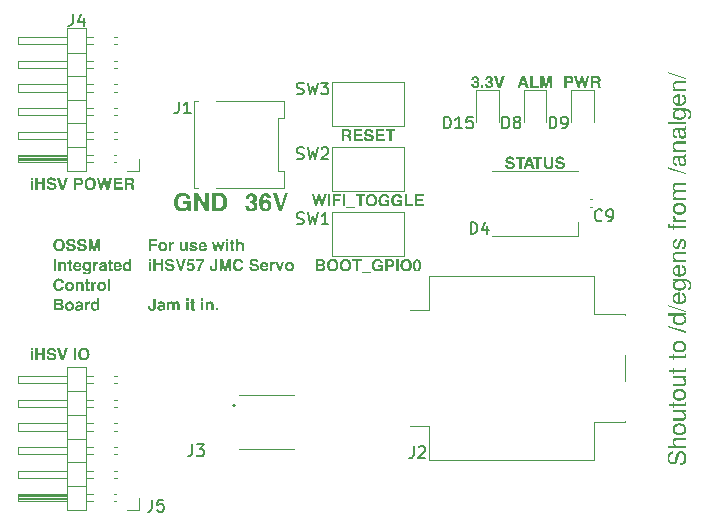
<source format=gbr>
%TF.GenerationSoftware,KiCad,Pcbnew,8.0.4*%
%TF.CreationDate,2024-08-25T16:24:29+03:00*%
%TF.ProjectId,OSSM-integrated-board,4f53534d-2d69-46e7-9465-677261746564,rev?*%
%TF.SameCoordinates,Original*%
%TF.FileFunction,Legend,Top*%
%TF.FilePolarity,Positive*%
%FSLAX46Y46*%
G04 Gerber Fmt 4.6, Leading zero omitted, Abs format (unit mm)*
G04 Created by KiCad (PCBNEW 8.0.4) date 2024-08-25 16:24:29*
%MOMM*%
%LPD*%
G01*
G04 APERTURE LIST*
%ADD10C,0.250000*%
%ADD11C,0.375000*%
%ADD12C,0.187500*%
%ADD13C,0.150000*%
%ADD14C,0.110000*%
%ADD15C,0.120000*%
%ADD16C,0.160000*%
G04 APERTURE END LIST*
D10*
G36*
X103370411Y-107966528D02*
G01*
X103370411Y-107788719D01*
X102656245Y-107788719D01*
X102656245Y-108795000D01*
X102866294Y-108795000D01*
X102866294Y-108372948D01*
X103308618Y-108372948D01*
X103308618Y-108198070D01*
X102866294Y-108198070D01*
X102866294Y-107966528D01*
X103370411Y-107966528D01*
G37*
G36*
X103877093Y-108030897D02*
G01*
X103931118Y-108038380D01*
X103980250Y-108051614D01*
X104032813Y-108075076D01*
X104078473Y-108106801D01*
X104117306Y-108146779D01*
X104134180Y-108169303D01*
X104162856Y-108216766D01*
X104184819Y-108267418D01*
X104200126Y-108321218D01*
X104208836Y-108378129D01*
X104211095Y-108427903D01*
X104210282Y-108458333D01*
X104205302Y-108507201D01*
X104193301Y-108562760D01*
X104174673Y-108614908D01*
X104149361Y-108663598D01*
X104117306Y-108708782D01*
X104085417Y-108742654D01*
X104040900Y-108775704D01*
X103989493Y-108800477D01*
X103941334Y-108814806D01*
X103888292Y-108823399D01*
X103830321Y-108826263D01*
X103784102Y-108824430D01*
X103730551Y-108816984D01*
X103681697Y-108803802D01*
X103629280Y-108780407D01*
X103583645Y-108748737D01*
X103544801Y-108708782D01*
X103527890Y-108686631D01*
X103498968Y-108639688D01*
X103476623Y-108589263D01*
X103460915Y-108535404D01*
X103451902Y-108478158D01*
X103449546Y-108427903D01*
X103652512Y-108427903D01*
X103653639Y-108461663D01*
X103660130Y-108510707D01*
X103674330Y-108558191D01*
X103698674Y-108600826D01*
X103734962Y-108635718D01*
X103780552Y-108656454D01*
X103830321Y-108662620D01*
X103879100Y-108656454D01*
X103924273Y-108635718D01*
X103960502Y-108600826D01*
X103973801Y-108580880D01*
X103993636Y-108532843D01*
X104003779Y-108480785D01*
X104006664Y-108427903D01*
X104005537Y-108394122D01*
X103999045Y-108344928D01*
X103984845Y-108297030D01*
X103960502Y-108253513D01*
X103924273Y-108219497D01*
X103879100Y-108199069D01*
X103830321Y-108192941D01*
X103780552Y-108199069D01*
X103734962Y-108219497D01*
X103698674Y-108253513D01*
X103685375Y-108273963D01*
X103665540Y-108322645D01*
X103655397Y-108374963D01*
X103652512Y-108427903D01*
X103449546Y-108427903D01*
X103449923Y-108407738D01*
X103455568Y-108349287D01*
X103467936Y-108293926D01*
X103486969Y-108241696D01*
X103512610Y-108192634D01*
X103544801Y-108146779D01*
X103576699Y-108112891D01*
X103621203Y-108079790D01*
X103672491Y-108054950D01*
X103720404Y-108040567D01*
X103773016Y-108031933D01*
X103830321Y-108029054D01*
X103877093Y-108030897D01*
G37*
G36*
X104765038Y-108029054D02*
G01*
X104755268Y-108029054D01*
X104703376Y-108033619D01*
X104653898Y-108049112D01*
X104612386Y-108075460D01*
X104576299Y-108112677D01*
X104548009Y-108153513D01*
X104533984Y-108176088D01*
X104533984Y-108044685D01*
X104347871Y-108044685D01*
X104347871Y-108795000D01*
X104545219Y-108795000D01*
X104545219Y-108436939D01*
X104547332Y-108385264D01*
X104555660Y-108335282D01*
X104567690Y-108304071D01*
X104600100Y-108262953D01*
X104647744Y-108237363D01*
X104697156Y-108227829D01*
X104725715Y-108226646D01*
X104748185Y-108228112D01*
X104781891Y-108230799D01*
X104781891Y-108030519D01*
X104765038Y-108029054D01*
G37*
G36*
X105478227Y-108497512D02*
G01*
X105478227Y-108044685D01*
X105277948Y-108044685D01*
X105277948Y-108497512D01*
X105279545Y-108550881D01*
X105285203Y-108604405D01*
X105296289Y-108655094D01*
X105310188Y-108691685D01*
X105340391Y-108737673D01*
X105381147Y-108772624D01*
X105432212Y-108796368D01*
X105484000Y-108807672D01*
X105532693Y-108810631D01*
X105583750Y-108807165D01*
X105633565Y-108795244D01*
X105679401Y-108772730D01*
X105718856Y-108742543D01*
X105721737Y-108740045D01*
X105747138Y-108709026D01*
X105761060Y-108689242D01*
X105761060Y-108795000D01*
X105951325Y-108795000D01*
X105951325Y-108044685D01*
X105752512Y-108044685D01*
X105752512Y-108452327D01*
X105750142Y-108503233D01*
X105740822Y-108551776D01*
X105734438Y-108569319D01*
X105704737Y-108611766D01*
X105662951Y-108638418D01*
X105615198Y-108648973D01*
X105597173Y-108649675D01*
X105546018Y-108641870D01*
X105504206Y-108612610D01*
X105492149Y-108593255D01*
X105480381Y-108544057D01*
X105478227Y-108497512D01*
G37*
G36*
X106289602Y-108561748D02*
G01*
X106092254Y-108561748D01*
X106096283Y-108610810D01*
X106110743Y-108661814D01*
X106135694Y-108707415D01*
X106171111Y-108747612D01*
X106176273Y-108752257D01*
X106217411Y-108780898D01*
X106267331Y-108802644D01*
X106317018Y-108815727D01*
X106372990Y-108823619D01*
X106424379Y-108826189D01*
X106435170Y-108826263D01*
X106486828Y-108824532D01*
X106543103Y-108817914D01*
X106593088Y-108806387D01*
X106643380Y-108786798D01*
X106684941Y-108760671D01*
X106690160Y-108756409D01*
X106726655Y-108719082D01*
X106752411Y-108676328D01*
X106767680Y-108628124D01*
X106772714Y-108574448D01*
X106767027Y-108524207D01*
X106747814Y-108475345D01*
X106715317Y-108432787D01*
X106673112Y-108400104D01*
X106625851Y-108375960D01*
X106576299Y-108358334D01*
X106541660Y-108349012D01*
X106490663Y-108337533D01*
X106438770Y-108324977D01*
X106391203Y-108312219D01*
X106342675Y-108295804D01*
X106338695Y-108293813D01*
X106309610Y-108252904D01*
X106309141Y-108244232D01*
X106333694Y-108200051D01*
X106337229Y-108197337D01*
X106384487Y-108180464D01*
X106426866Y-108177554D01*
X106478627Y-108183002D01*
X106525070Y-108205706D01*
X106536043Y-108217365D01*
X106555074Y-108264476D01*
X106557048Y-108278182D01*
X106751709Y-108278182D01*
X106744370Y-108229291D01*
X106729126Y-108179559D01*
X106703025Y-108132282D01*
X106667819Y-108095115D01*
X106652302Y-108083764D01*
X106604809Y-108059863D01*
X106557890Y-108044527D01*
X106506143Y-108034413D01*
X106449738Y-108029537D01*
X106424180Y-108029054D01*
X106371333Y-108031586D01*
X106315631Y-108040987D01*
X106266223Y-108057402D01*
X106222986Y-108080908D01*
X106195812Y-108102083D01*
X106160680Y-108141528D01*
X106135301Y-108184453D01*
X106119906Y-108230951D01*
X106114724Y-108281113D01*
X106119944Y-108332776D01*
X106137385Y-108379961D01*
X106166503Y-108417156D01*
X106206637Y-108445140D01*
X106255224Y-108467938D01*
X106308135Y-108486167D01*
X106345778Y-108496535D01*
X106396678Y-108509190D01*
X106448502Y-108522732D01*
X106496055Y-108536274D01*
X106542267Y-108552682D01*
X106548743Y-108556130D01*
X106574963Y-108598923D01*
X106575366Y-108607177D01*
X106552658Y-108652447D01*
X106543126Y-108658224D01*
X106496199Y-108673193D01*
X106450558Y-108676542D01*
X106400740Y-108673245D01*
X106352310Y-108660656D01*
X106316224Y-108636974D01*
X106295107Y-108592035D01*
X106289602Y-108561748D01*
G37*
G36*
X107227316Y-108029351D02*
G01*
X107277039Y-108033871D01*
X107329212Y-108045461D01*
X107378192Y-108064225D01*
X107391718Y-108070912D01*
X107433703Y-108098504D01*
X107470849Y-108134253D01*
X107500069Y-108173401D01*
X107508054Y-108186623D01*
X107530871Y-108233283D01*
X107547673Y-108284304D01*
X107557466Y-108334357D01*
X107561378Y-108379880D01*
X107563151Y-108432386D01*
X107562840Y-108482369D01*
X107053349Y-108482369D01*
X107055349Y-108509565D01*
X107065246Y-108557408D01*
X107088465Y-108605227D01*
X107123447Y-108640150D01*
X107125941Y-108641842D01*
X107171215Y-108661923D01*
X107221388Y-108668237D01*
X107225161Y-108668200D01*
X107275580Y-108659109D01*
X107319330Y-108633311D01*
X107327604Y-108624994D01*
X107354256Y-108582752D01*
X107554535Y-108582752D01*
X107540642Y-108632190D01*
X107514774Y-108678479D01*
X107484438Y-108717086D01*
X107459643Y-108742674D01*
X107417772Y-108774660D01*
X107370346Y-108798968D01*
X107317433Y-108815601D01*
X107269197Y-108823597D01*
X107217236Y-108826263D01*
X107199508Y-108825902D01*
X107147921Y-108820492D01*
X107098768Y-108808591D01*
X107052098Y-108790199D01*
X107007959Y-108765314D01*
X106966399Y-108733939D01*
X106959682Y-108728187D01*
X106923858Y-108688732D01*
X106895711Y-108640916D01*
X106878119Y-108594801D01*
X106865858Y-108543089D01*
X106858928Y-108485875D01*
X106857222Y-108436207D01*
X106859589Y-108376800D01*
X106862387Y-108355118D01*
X107058967Y-108355118D01*
X107361339Y-108355118D01*
X107357139Y-108321271D01*
X107342586Y-108272100D01*
X107315177Y-108231531D01*
X107304323Y-108221630D01*
X107261244Y-108197101D01*
X107210153Y-108188789D01*
X107193769Y-108189539D01*
X107143778Y-108203612D01*
X107105129Y-108234462D01*
X107088093Y-108258432D01*
X107068223Y-108306079D01*
X107058967Y-108355118D01*
X106862387Y-108355118D01*
X106866712Y-108321609D01*
X106878625Y-108270733D01*
X106895361Y-108224274D01*
X106921859Y-108174494D01*
X106955408Y-108131392D01*
X106967942Y-108118932D01*
X107008160Y-108086447D01*
X107052384Y-108061265D01*
X107100720Y-108043338D01*
X107153274Y-108032617D01*
X107210153Y-108029054D01*
X107227316Y-108029351D01*
G37*
G36*
X108744975Y-108586416D02*
G01*
X108631402Y-108044685D01*
X108434054Y-108044685D01*
X108326343Y-108585195D01*
X108210083Y-108044685D01*
X108001500Y-108044685D01*
X108210083Y-108795000D01*
X108413049Y-108795000D01*
X108530530Y-108246430D01*
X108648255Y-108795000D01*
X108848534Y-108795000D01*
X109064200Y-108044685D01*
X108860990Y-108044685D01*
X108744975Y-108586416D01*
G37*
G36*
X109173866Y-107778949D02*
G01*
X109173866Y-107958224D01*
X109371214Y-107958224D01*
X109371214Y-107778949D01*
X109173866Y-107778949D01*
G37*
G36*
X109371214Y-108795000D02*
G01*
X109371214Y-108044685D01*
X109173866Y-108044685D01*
X109173866Y-108795000D01*
X109371214Y-108795000D01*
G37*
G36*
X109586392Y-108062515D02*
G01*
X109482833Y-108062515D01*
X109482833Y-108201001D01*
X109586392Y-108201001D01*
X109586392Y-108659445D01*
X109591954Y-108710778D01*
X109614074Y-108756630D01*
X109620097Y-108763248D01*
X109665071Y-108792730D01*
X109717410Y-108806780D01*
X109767768Y-108811148D01*
X109808897Y-108810631D01*
X109901465Y-108807944D01*
X109901465Y-108662376D01*
X109881926Y-108662376D01*
X109862142Y-108663841D01*
X109812754Y-108660412D01*
X109790823Y-108652606D01*
X109779696Y-108603350D01*
X109779588Y-108594965D01*
X109779588Y-108201001D01*
X109901465Y-108201001D01*
X109901465Y-108062515D01*
X109779588Y-108062515D01*
X109779588Y-107853932D01*
X109586392Y-107853932D01*
X109586392Y-108062515D01*
G37*
G36*
X110562142Y-108052990D02*
G01*
X110513947Y-108037737D01*
X110461641Y-108029944D01*
X110436113Y-108029054D01*
X110387314Y-108033270D01*
X110337105Y-108047165D01*
X110319853Y-108054455D01*
X110276413Y-108081806D01*
X110240828Y-108118863D01*
X110221912Y-108145558D01*
X110221912Y-107789696D01*
X110027250Y-107789696D01*
X110027250Y-108795000D01*
X110221912Y-108795000D01*
X110221912Y-108391022D01*
X110224906Y-108340721D01*
X110235444Y-108292337D01*
X110258536Y-108245376D01*
X110260990Y-108242034D01*
X110299708Y-108209299D01*
X110346526Y-108193895D01*
X110378715Y-108191475D01*
X110427900Y-108198662D01*
X110469819Y-108228349D01*
X110479344Y-108243499D01*
X110496381Y-108292168D01*
X110500348Y-108340219D01*
X110500348Y-108795000D01*
X110699162Y-108795000D01*
X110699162Y-108357072D01*
X110698552Y-108304680D01*
X110696312Y-108252565D01*
X110692323Y-108211259D01*
X110677246Y-108162663D01*
X110654466Y-108125774D01*
X110619224Y-108087932D01*
X110575936Y-108059293D01*
X110562142Y-108052990D01*
G37*
G36*
X102643789Y-109458949D02*
G01*
X102643789Y-109638224D01*
X102841137Y-109638224D01*
X102841137Y-109458949D01*
X102643789Y-109458949D01*
G37*
G36*
X102841137Y-110475000D02*
G01*
X102841137Y-109724685D01*
X102643789Y-109724685D01*
X102643789Y-110475000D01*
X102841137Y-110475000D01*
G37*
G36*
X103252442Y-109474581D02*
G01*
X103043614Y-109474581D01*
X103043614Y-110475000D01*
X103252442Y-110475000D01*
X103252442Y-110023394D01*
X103645673Y-110023394D01*
X103645673Y-110475000D01*
X103855722Y-110475000D01*
X103855722Y-109474581D01*
X103645673Y-109474581D01*
X103645673Y-109849738D01*
X103252442Y-109849738D01*
X103252442Y-109474581D01*
G37*
G36*
X104207920Y-110169207D02*
G01*
X104007641Y-110169207D01*
X104011498Y-110225792D01*
X104023148Y-110277631D01*
X104042707Y-110324666D01*
X104070289Y-110366838D01*
X104106012Y-110404090D01*
X104119748Y-110415404D01*
X104165176Y-110446100D01*
X104216503Y-110470556D01*
X104263726Y-110486128D01*
X104314946Y-110497291D01*
X104370121Y-110504014D01*
X104429204Y-110506263D01*
X104487398Y-110504009D01*
X104541326Y-110497247D01*
X104591017Y-110485977D01*
X104645092Y-110466502D01*
X104693153Y-110440536D01*
X104728646Y-110413939D01*
X104764368Y-110378384D01*
X104796680Y-110332564D01*
X104818923Y-110282248D01*
X104831111Y-110227619D01*
X104833670Y-110186060D01*
X104829268Y-110130117D01*
X104816121Y-110080099D01*
X104794324Y-110036252D01*
X104758936Y-109994012D01*
X104742812Y-109980408D01*
X104701596Y-109953542D01*
X104654713Y-109932468D01*
X104605253Y-109915877D01*
X104570621Y-109906402D01*
X104396964Y-109865858D01*
X104345919Y-109852328D01*
X104298849Y-109837634D01*
X104266782Y-109823848D01*
X104230146Y-109790173D01*
X104217690Y-109742759D01*
X104228648Y-109693430D01*
X104260918Y-109655954D01*
X104266782Y-109651901D01*
X104311550Y-109630271D01*
X104362703Y-109620050D01*
X104396964Y-109618440D01*
X104447956Y-109621956D01*
X104496325Y-109633762D01*
X104518841Y-109643597D01*
X104561327Y-109675957D01*
X104587996Y-109721191D01*
X104598464Y-109773534D01*
X104800209Y-109773534D01*
X104794745Y-109715826D01*
X104781636Y-109663543D01*
X104760864Y-109616599D01*
X104732409Y-109574907D01*
X104696251Y-109538380D01*
X104682484Y-109527337D01*
X104638973Y-109498814D01*
X104591998Y-109476174D01*
X104541596Y-109459426D01*
X104487807Y-109448580D01*
X104430669Y-109443647D01*
X104410886Y-109443318D01*
X104353480Y-109445577D01*
X104300585Y-109452301D01*
X104252241Y-109463413D01*
X104200289Y-109482427D01*
X104155015Y-109507512D01*
X104122435Y-109532955D01*
X104083930Y-109574542D01*
X104054718Y-109620255D01*
X104034907Y-109670294D01*
X104024605Y-109724859D01*
X104023028Y-109758147D01*
X104026717Y-109811128D01*
X104040229Y-109865670D01*
X104063469Y-109912633D01*
X104096237Y-109952276D01*
X104125366Y-109976256D01*
X104172777Y-110001774D01*
X104224126Y-110021133D01*
X104278726Y-110037419D01*
X104332635Y-110050967D01*
X104342254Y-110053192D01*
X104448743Y-110076884D01*
X104497913Y-110089011D01*
X104547147Y-110105062D01*
X104587229Y-110124511D01*
X104621351Y-110159533D01*
X104630704Y-110201448D01*
X104620305Y-110253103D01*
X104589066Y-110292513D01*
X104542533Y-110317463D01*
X104492791Y-110329449D01*
X104443622Y-110333676D01*
X104420655Y-110334071D01*
X104369898Y-110331101D01*
X104320357Y-110320487D01*
X104275610Y-110299450D01*
X104245778Y-110272766D01*
X104222086Y-110229322D01*
X104209716Y-110181858D01*
X104207920Y-110169207D01*
G37*
G36*
X105453070Y-110475000D02*
G01*
X105797697Y-109474581D01*
X105579099Y-109474581D01*
X105358060Y-110234665D01*
X105139462Y-109474581D01*
X104914026Y-109474581D01*
X105254256Y-110475000D01*
X105453070Y-110475000D01*
G37*
G36*
X106045847Y-110216591D02*
G01*
X105851430Y-110216591D01*
X105858117Y-110265832D01*
X105873133Y-110317850D01*
X105895976Y-110363990D01*
X105926708Y-110404223D01*
X105953524Y-110429326D01*
X105995516Y-110459011D01*
X106042384Y-110481615D01*
X106094236Y-110497001D01*
X106142727Y-110504339D01*
X106186043Y-110506263D01*
X106238395Y-110503597D01*
X106286654Y-110495601D01*
X106339091Y-110478968D01*
X106385475Y-110454660D01*
X106425718Y-110422674D01*
X106449092Y-110397086D01*
X106479087Y-110356115D01*
X106502858Y-110313108D01*
X106522736Y-110260259D01*
X106534171Y-110204412D01*
X106537264Y-110154064D01*
X106534028Y-110098245D01*
X106524358Y-110047538D01*
X106505023Y-109994792D01*
X106477102Y-109948892D01*
X106446406Y-109914951D01*
X106404566Y-109882914D01*
X106359790Y-109858652D01*
X106312017Y-109842227D01*
X106261184Y-109833700D01*
X106230739Y-109832397D01*
X106181979Y-109835500D01*
X106133951Y-109846001D01*
X106128646Y-109847784D01*
X106083628Y-109870518D01*
X106057083Y-109886863D01*
X106093475Y-109662159D01*
X106498185Y-109662159D01*
X106498185Y-109497051D01*
X105952058Y-109497051D01*
X105882205Y-110051482D01*
X106057083Y-110059787D01*
X106089101Y-110021480D01*
X106127180Y-110000191D01*
X106175696Y-109990737D01*
X106188729Y-109990422D01*
X106239000Y-109997969D01*
X106281723Y-110022817D01*
X106299371Y-110043178D01*
X106322160Y-110088318D01*
X106332673Y-110137638D01*
X106334298Y-110169452D01*
X106329863Y-110219342D01*
X106314812Y-110266634D01*
X106296441Y-110296946D01*
X106256868Y-110331007D01*
X106208033Y-110345556D01*
X106186043Y-110346772D01*
X106136638Y-110340318D01*
X106092790Y-110314273D01*
X106090788Y-110312090D01*
X106062547Y-110271576D01*
X106047272Y-110224261D01*
X106045847Y-110216591D01*
G37*
G36*
X107330321Y-109642864D02*
G01*
X107330321Y-109490212D01*
X106630321Y-109490212D01*
X106627634Y-109665334D01*
X107121737Y-109665334D01*
X107088706Y-109701847D01*
X107057606Y-109741295D01*
X107023982Y-109788317D01*
X106994071Y-109833324D01*
X106962468Y-109883653D01*
X106942707Y-109916416D01*
X106912956Y-109970572D01*
X106885942Y-110024364D01*
X106861673Y-110077792D01*
X106840157Y-110130851D01*
X106821400Y-110183540D01*
X106805410Y-110235856D01*
X106792194Y-110287797D01*
X106781759Y-110339361D01*
X106774112Y-110390544D01*
X106769262Y-110441346D01*
X106767585Y-110475000D01*
X106970551Y-110475000D01*
X106972934Y-110422608D01*
X106979262Y-110369765D01*
X106988274Y-110318722D01*
X107000721Y-110263226D01*
X107002791Y-110254937D01*
X107016260Y-110205845D01*
X107032153Y-110152518D01*
X107048517Y-110103268D01*
X107068170Y-110051736D01*
X107078506Y-110027791D01*
X107099052Y-109983021D01*
X107121392Y-109939078D01*
X107145516Y-109895914D01*
X107171414Y-109853482D01*
X107199076Y-109811732D01*
X107208688Y-109797958D01*
X107241642Y-109752319D01*
X107274678Y-109708359D01*
X107306438Y-109669055D01*
X107330321Y-109642864D01*
G37*
G36*
X107988799Y-110123046D02*
G01*
X107988799Y-110099354D01*
X107789986Y-110099354D01*
X107789986Y-110123046D01*
X107791615Y-110176358D01*
X107796512Y-110226142D01*
X107806716Y-110281193D01*
X107821660Y-110331092D01*
X107841363Y-110375801D01*
X107857152Y-110402704D01*
X107892710Y-110442892D01*
X107940658Y-110473327D01*
X107991548Y-110491592D01*
X108040816Y-110501261D01*
X108096286Y-110505854D01*
X108120202Y-110506263D01*
X108178438Y-110503106D01*
X108230862Y-110493672D01*
X108277456Y-110478017D01*
X108325650Y-110451099D01*
X108365396Y-110415399D01*
X108392044Y-110379012D01*
X108413155Y-110332251D01*
X108425947Y-110283571D01*
X108433261Y-110228362D01*
X108435275Y-110174825D01*
X108435275Y-109474581D01*
X108225226Y-109474581D01*
X108225226Y-110178977D01*
X108223072Y-110230653D01*
X108212204Y-110280526D01*
X108211304Y-110282536D01*
X108177767Y-110319753D01*
X108129984Y-110333290D01*
X108111898Y-110334071D01*
X108063469Y-110327515D01*
X108021551Y-110297911D01*
X108015422Y-110286688D01*
X107999359Y-110236375D01*
X107992229Y-110182634D01*
X107989064Y-110130193D01*
X107988799Y-110123046D01*
G37*
G36*
X109614724Y-110475000D02*
G01*
X109614724Y-109474581D01*
X109311130Y-109474581D01*
X109128925Y-110259577D01*
X108945498Y-109474581D01*
X108640439Y-109474581D01*
X108640439Y-110475000D01*
X108836322Y-110475000D01*
X108836322Y-109798935D01*
X108835925Y-109747652D01*
X108835101Y-109717358D01*
X108835101Y-109637002D01*
X109023900Y-110475000D01*
X109228332Y-110475000D01*
X109418841Y-109637002D01*
X109418841Y-109717358D01*
X109417527Y-109766368D01*
X109417376Y-109798935D01*
X109417376Y-110475000D01*
X109614724Y-110475000D01*
G37*
G36*
X109906594Y-109566660D02*
G01*
X109873590Y-109604580D01*
X109844930Y-109646493D01*
X109820633Y-109692339D01*
X109800715Y-109742057D01*
X109785193Y-109795588D01*
X109774085Y-109852871D01*
X109767407Y-109913846D01*
X109765177Y-109978454D01*
X109767144Y-110038497D01*
X109773035Y-110095316D01*
X109782836Y-110148873D01*
X109796532Y-110199127D01*
X109814109Y-110246038D01*
X109841517Y-110299914D01*
X109874939Y-110348426D01*
X109889986Y-110366311D01*
X109930942Y-110406792D01*
X109976441Y-110440330D01*
X110026514Y-110466959D01*
X110081196Y-110486711D01*
X110140520Y-110499620D01*
X110191345Y-110505044D01*
X110231437Y-110506263D01*
X110284496Y-110503800D01*
X110334654Y-110496363D01*
X110390958Y-110480770D01*
X110442961Y-110457784D01*
X110490593Y-110427279D01*
X110519888Y-110402704D01*
X110558701Y-110361794D01*
X110591647Y-110316335D01*
X110618784Y-110266412D01*
X110640170Y-110212114D01*
X110653640Y-110163585D01*
X110659839Y-110133060D01*
X110451256Y-110133060D01*
X110434826Y-110182574D01*
X110413234Y-110228852D01*
X110398255Y-110250540D01*
X110361097Y-110286480D01*
X110315828Y-110310394D01*
X110262220Y-110322541D01*
X110228750Y-110324302D01*
X110177372Y-110318989D01*
X110130412Y-110303053D01*
X110088170Y-110276491D01*
X110050942Y-110239305D01*
X110023269Y-110197857D01*
X110002651Y-110147946D01*
X109990465Y-110098498D01*
X109983232Y-110042959D01*
X109980910Y-109992064D01*
X109980844Y-109981385D01*
X109982394Y-109929945D01*
X109988409Y-109873010D01*
X109999068Y-109821387D01*
X110017526Y-109767989D01*
X110042646Y-109722077D01*
X110046789Y-109716137D01*
X110083235Y-109675245D01*
X110125497Y-109646009D01*
X110173529Y-109628450D01*
X110227285Y-109622592D01*
X110280618Y-109626828D01*
X110332263Y-109641604D01*
X110374907Y-109666791D01*
X110398255Y-109689270D01*
X110425735Y-109731645D01*
X110444430Y-109777601D01*
X110451256Y-109799912D01*
X110661304Y-109799912D01*
X110654039Y-109746158D01*
X110639324Y-109698535D01*
X110617031Y-109651203D01*
X110591451Y-109610136D01*
X110559941Y-109570781D01*
X110524204Y-109536775D01*
X110484225Y-109508087D01*
X110439990Y-109484686D01*
X110391484Y-109466540D01*
X110338694Y-109453618D01*
X110281605Y-109445888D01*
X110220202Y-109443318D01*
X110162277Y-109446309D01*
X110107756Y-109455297D01*
X110056571Y-109470305D01*
X110008655Y-109491355D01*
X109963941Y-109518470D01*
X109922363Y-109551671D01*
X109906594Y-109566660D01*
G37*
G36*
X111360327Y-110169207D02*
G01*
X111160048Y-110169207D01*
X111163906Y-110225792D01*
X111175556Y-110277631D01*
X111195114Y-110324666D01*
X111222697Y-110366838D01*
X111258419Y-110404090D01*
X111272156Y-110415404D01*
X111317584Y-110446100D01*
X111368910Y-110470556D01*
X111416133Y-110486128D01*
X111467354Y-110497291D01*
X111522528Y-110504014D01*
X111581612Y-110506263D01*
X111639805Y-110504009D01*
X111693733Y-110497247D01*
X111743424Y-110485977D01*
X111797499Y-110466502D01*
X111845561Y-110440536D01*
X111881053Y-110413939D01*
X111916775Y-110378384D01*
X111949087Y-110332564D01*
X111971330Y-110282248D01*
X111983519Y-110227619D01*
X111986078Y-110186060D01*
X111981675Y-110130117D01*
X111968529Y-110080099D01*
X111946731Y-110036252D01*
X111911344Y-109994012D01*
X111895219Y-109980408D01*
X111854003Y-109953542D01*
X111807120Y-109932468D01*
X111757661Y-109915877D01*
X111723028Y-109906402D01*
X111549371Y-109865858D01*
X111498327Y-109852328D01*
X111451257Y-109837634D01*
X111419190Y-109823848D01*
X111382554Y-109790173D01*
X111370097Y-109742759D01*
X111381055Y-109693430D01*
X111413326Y-109655954D01*
X111419190Y-109651901D01*
X111463957Y-109630271D01*
X111515111Y-109620050D01*
X111549371Y-109618440D01*
X111600363Y-109621956D01*
X111648732Y-109633762D01*
X111671249Y-109643597D01*
X111713735Y-109675957D01*
X111740404Y-109721191D01*
X111750872Y-109773534D01*
X111952616Y-109773534D01*
X111947152Y-109715826D01*
X111934043Y-109663543D01*
X111913271Y-109616599D01*
X111884816Y-109574907D01*
X111848659Y-109538380D01*
X111834891Y-109527337D01*
X111791381Y-109498814D01*
X111744405Y-109476174D01*
X111694004Y-109459426D01*
X111640215Y-109448580D01*
X111583077Y-109443647D01*
X111563293Y-109443318D01*
X111505887Y-109445577D01*
X111452993Y-109452301D01*
X111404648Y-109463413D01*
X111352697Y-109482427D01*
X111307422Y-109507512D01*
X111274842Y-109532955D01*
X111236337Y-109574542D01*
X111207125Y-109620255D01*
X111187315Y-109670294D01*
X111177012Y-109724859D01*
X111175436Y-109758147D01*
X111179124Y-109811128D01*
X111192637Y-109865670D01*
X111215876Y-109912633D01*
X111248645Y-109952276D01*
X111277773Y-109976256D01*
X111325184Y-110001774D01*
X111376534Y-110021133D01*
X111431134Y-110037419D01*
X111485043Y-110050967D01*
X111494661Y-110053192D01*
X111601151Y-110076884D01*
X111650320Y-110089011D01*
X111699554Y-110105062D01*
X111739637Y-110124511D01*
X111773759Y-110159533D01*
X111783112Y-110201448D01*
X111772712Y-110253103D01*
X111741473Y-110292513D01*
X111694940Y-110317463D01*
X111645198Y-110329449D01*
X111596030Y-110333676D01*
X111573063Y-110334071D01*
X111522306Y-110331101D01*
X111472764Y-110320487D01*
X111428017Y-110299450D01*
X111398185Y-110272766D01*
X111374494Y-110229322D01*
X111362123Y-110181858D01*
X111360327Y-110169207D01*
G37*
G36*
X112436527Y-109709351D02*
G01*
X112486250Y-109713871D01*
X112538423Y-109725461D01*
X112587404Y-109744225D01*
X112600929Y-109750912D01*
X112642914Y-109778504D01*
X112680060Y-109814253D01*
X112709281Y-109853401D01*
X112717265Y-109866623D01*
X112740082Y-109913283D01*
X112756884Y-109964304D01*
X112766678Y-110014357D01*
X112770589Y-110059880D01*
X112772362Y-110112386D01*
X112772051Y-110162369D01*
X112262561Y-110162369D01*
X112264561Y-110189565D01*
X112274457Y-110237408D01*
X112297677Y-110285227D01*
X112332658Y-110320150D01*
X112335153Y-110321842D01*
X112380426Y-110341923D01*
X112430600Y-110348237D01*
X112434372Y-110348200D01*
X112484791Y-110339109D01*
X112528541Y-110313311D01*
X112536815Y-110304994D01*
X112563468Y-110262752D01*
X112763747Y-110262752D01*
X112749854Y-110312190D01*
X112723986Y-110358479D01*
X112693649Y-110397086D01*
X112668854Y-110422674D01*
X112626983Y-110454660D01*
X112579557Y-110478968D01*
X112526645Y-110495601D01*
X112478408Y-110503597D01*
X112426448Y-110506263D01*
X112408719Y-110505902D01*
X112357132Y-110500492D01*
X112307979Y-110488591D01*
X112261309Y-110470199D01*
X112217170Y-110445314D01*
X112175610Y-110413939D01*
X112168893Y-110408187D01*
X112133070Y-110368732D01*
X112104923Y-110320916D01*
X112087331Y-110274801D01*
X112075070Y-110223089D01*
X112068139Y-110165875D01*
X112066434Y-110116207D01*
X112068800Y-110056800D01*
X112071599Y-110035118D01*
X112268178Y-110035118D01*
X112570551Y-110035118D01*
X112566350Y-110001271D01*
X112551797Y-109952100D01*
X112524389Y-109911531D01*
X112513535Y-109901630D01*
X112470456Y-109877101D01*
X112419364Y-109868789D01*
X112402981Y-109869539D01*
X112352989Y-109883612D01*
X112314340Y-109914462D01*
X112297304Y-109938432D01*
X112277435Y-109986079D01*
X112268178Y-110035118D01*
X112071599Y-110035118D01*
X112075924Y-110001609D01*
X112087836Y-109950733D01*
X112104573Y-109904274D01*
X112131070Y-109854494D01*
X112164619Y-109811392D01*
X112177154Y-109798932D01*
X112217372Y-109766447D01*
X112261596Y-109741265D01*
X112309932Y-109723338D01*
X112362486Y-109712617D01*
X112419364Y-109709054D01*
X112436527Y-109709351D01*
G37*
G36*
X113317445Y-109709054D02*
G01*
X113307676Y-109709054D01*
X113255784Y-109713619D01*
X113206306Y-109729112D01*
X113164794Y-109755460D01*
X113128707Y-109792677D01*
X113100417Y-109833513D01*
X113086392Y-109856088D01*
X113086392Y-109724685D01*
X112900279Y-109724685D01*
X112900279Y-110475000D01*
X113097627Y-110475000D01*
X113097627Y-110116939D01*
X113099739Y-110065264D01*
X113108067Y-110015282D01*
X113120097Y-109984071D01*
X113152508Y-109942953D01*
X113200151Y-109917363D01*
X113249564Y-109907829D01*
X113278122Y-109906646D01*
X113300593Y-109908112D01*
X113334298Y-109910799D01*
X113334298Y-109710519D01*
X113317445Y-109709054D01*
G37*
G36*
X113847697Y-110475000D02*
G01*
X114114898Y-109724685D01*
X113906315Y-109724685D01*
X113748290Y-110279117D01*
X113592707Y-109724685D01*
X113374354Y-109724685D01*
X113641800Y-110475000D01*
X113847697Y-110475000D01*
G37*
G36*
X114606193Y-109710897D02*
G01*
X114660218Y-109718380D01*
X114709350Y-109731614D01*
X114761913Y-109755076D01*
X114807572Y-109786801D01*
X114846406Y-109826779D01*
X114863280Y-109849303D01*
X114891956Y-109896766D01*
X114913919Y-109947418D01*
X114929226Y-110001218D01*
X114937935Y-110058129D01*
X114940195Y-110107903D01*
X114939382Y-110138333D01*
X114934402Y-110187201D01*
X114922401Y-110242760D01*
X114903773Y-110294908D01*
X114878461Y-110343598D01*
X114846406Y-110388782D01*
X114814517Y-110422654D01*
X114770000Y-110455704D01*
X114718593Y-110480477D01*
X114670434Y-110494806D01*
X114617391Y-110503399D01*
X114559420Y-110506263D01*
X114513202Y-110504430D01*
X114459651Y-110496984D01*
X114410797Y-110483802D01*
X114358380Y-110460407D01*
X114312745Y-110428737D01*
X114273900Y-110388782D01*
X114256990Y-110366631D01*
X114228067Y-110319688D01*
X114205723Y-110269263D01*
X114190015Y-110215404D01*
X114181001Y-110158158D01*
X114178646Y-110107903D01*
X114381612Y-110107903D01*
X114382739Y-110141663D01*
X114389230Y-110190707D01*
X114403430Y-110238191D01*
X114427773Y-110280826D01*
X114464062Y-110315718D01*
X114509652Y-110336454D01*
X114559420Y-110342620D01*
X114608199Y-110336454D01*
X114653373Y-110315718D01*
X114689602Y-110280826D01*
X114702900Y-110260880D01*
X114722736Y-110212843D01*
X114732879Y-110160785D01*
X114735764Y-110107903D01*
X114734637Y-110074122D01*
X114728145Y-110024928D01*
X114713945Y-109977030D01*
X114689602Y-109933513D01*
X114653373Y-109899497D01*
X114608199Y-109879069D01*
X114559420Y-109872941D01*
X114509652Y-109879069D01*
X114464062Y-109899497D01*
X114427773Y-109933513D01*
X114414475Y-109953963D01*
X114394640Y-110002645D01*
X114384497Y-110054963D01*
X114381612Y-110107903D01*
X114178646Y-110107903D01*
X114179023Y-110087738D01*
X114184668Y-110029287D01*
X114197036Y-109973926D01*
X114216069Y-109921696D01*
X114241710Y-109872634D01*
X114273900Y-109826779D01*
X114305799Y-109792891D01*
X114350303Y-109759790D01*
X114401590Y-109734950D01*
X114449504Y-109720567D01*
X114502116Y-109711933D01*
X114559420Y-109709054D01*
X114606193Y-109710897D01*
G37*
G36*
X102779588Y-113483046D02*
G01*
X102779588Y-113459354D01*
X102580774Y-113459354D01*
X102580774Y-113483046D01*
X102582404Y-113536358D01*
X102587301Y-113586142D01*
X102597505Y-113641193D01*
X102612449Y-113691092D01*
X102632152Y-113735801D01*
X102647941Y-113762704D01*
X102683499Y-113802892D01*
X102731447Y-113833327D01*
X102782336Y-113851592D01*
X102831605Y-113861261D01*
X102887074Y-113865854D01*
X102910990Y-113866263D01*
X102969227Y-113863106D01*
X103021650Y-113853672D01*
X103068244Y-113838017D01*
X103116438Y-113811099D01*
X103156185Y-113775399D01*
X103182833Y-113739012D01*
X103203943Y-113692251D01*
X103216736Y-113643571D01*
X103224050Y-113588362D01*
X103226064Y-113534825D01*
X103226064Y-112834581D01*
X103016015Y-112834581D01*
X103016015Y-113538977D01*
X103013861Y-113590653D01*
X103002993Y-113640526D01*
X103002093Y-113642536D01*
X102968556Y-113679753D01*
X102920772Y-113693290D01*
X102902686Y-113694071D01*
X102854257Y-113687515D01*
X102812339Y-113657911D01*
X102806210Y-113646688D01*
X102790148Y-113596375D01*
X102783017Y-113542634D01*
X102779853Y-113490193D01*
X102779588Y-113483046D01*
G37*
G36*
X103726481Y-113069251D02*
G01*
X103778258Y-113073021D01*
X103827176Y-113081510D01*
X103879875Y-113096875D01*
X103929483Y-113118147D01*
X103935301Y-113121255D01*
X103975316Y-113152288D01*
X104003637Y-113194235D01*
X104020125Y-113247027D01*
X104024738Y-113302062D01*
X104024738Y-113645223D01*
X104024889Y-113681881D01*
X104026203Y-113731196D01*
X104026344Y-113733535D01*
X104037438Y-113783220D01*
X104065282Y-113805690D01*
X104065282Y-113835000D01*
X103854012Y-113835000D01*
X103841311Y-113792990D01*
X103835694Y-113748049D01*
X103820281Y-113763599D01*
X103783881Y-113796313D01*
X103743370Y-113829382D01*
X103702340Y-113848650D01*
X103653405Y-113861810D01*
X103600488Y-113866263D01*
X103569831Y-113864813D01*
X103518885Y-113854882D01*
X103473525Y-113835511D01*
X103433914Y-113806667D01*
X103411254Y-113783151D01*
X103386400Y-113740788D01*
X103372193Y-113689339D01*
X103368213Y-113635453D01*
X103368600Y-113627637D01*
X103562875Y-113627637D01*
X103565692Y-113656933D01*
X103590718Y-113700666D01*
X103609593Y-113713257D01*
X103657885Y-113725090D01*
X103681221Y-113723725D01*
X103729516Y-113711400D01*
X103774145Y-113686256D01*
X103780499Y-113681453D01*
X103810429Y-113641275D01*
X103824600Y-113592798D01*
X103828855Y-113544106D01*
X103828855Y-113470833D01*
X103792463Y-113493304D01*
X103788780Y-113494909D01*
X103740683Y-113507714D01*
X103697208Y-113516263D01*
X103655292Y-113525313D01*
X103609036Y-113543374D01*
X103574415Y-113577995D01*
X103562875Y-113627637D01*
X103368600Y-113627637D01*
X103369851Y-113602375D01*
X103380604Y-113550120D01*
X103401410Y-113504967D01*
X103432282Y-113466841D01*
X103473237Y-113435662D01*
X103492897Y-113425642D01*
X103540267Y-113408556D01*
X103592077Y-113396336D01*
X103645429Y-113387791D01*
X103711130Y-113379487D01*
X103739202Y-113375482D01*
X103788066Y-113362390D01*
X103806480Y-113352673D01*
X103830076Y-113307679D01*
X103827698Y-113283595D01*
X103798080Y-113242955D01*
X103756199Y-113229805D01*
X103705512Y-113226102D01*
X103701222Y-113226135D01*
X103649221Y-113233508D01*
X103607571Y-113259808D01*
X103595020Y-113280230D01*
X103579483Y-113328684D01*
X103391905Y-113328684D01*
X103393446Y-113310747D01*
X103402539Y-113260235D01*
X103420476Y-113210263D01*
X103446615Y-113167240D01*
X103462138Y-113149918D01*
X103505820Y-113115895D01*
X103551578Y-113093967D01*
X103605013Y-113078839D01*
X103655406Y-113071511D01*
X103711130Y-113069054D01*
X103726481Y-113069251D01*
G37*
G36*
X105125785Y-113088838D02*
G01*
X105077638Y-113073725D01*
X105029309Y-113069054D01*
X104980230Y-113072643D01*
X104930175Y-113084936D01*
X104894975Y-113100073D01*
X104854832Y-113128641D01*
X104819893Y-113166637D01*
X104799720Y-113197281D01*
X104776683Y-113153141D01*
X104742984Y-113114037D01*
X104735240Y-113107156D01*
X104691272Y-113083937D01*
X104642971Y-113072068D01*
X104597976Y-113069054D01*
X104544580Y-113073241D01*
X104493304Y-113087702D01*
X104450942Y-113112773D01*
X104415165Y-113146296D01*
X104384771Y-113189120D01*
X104382554Y-113192641D01*
X104382554Y-113084685D01*
X104192044Y-113084685D01*
X104192044Y-113835000D01*
X104390858Y-113835000D01*
X104390858Y-113381929D01*
X104394410Y-113330692D01*
X104406245Y-113288384D01*
X104441813Y-113251213D01*
X104488821Y-113236449D01*
X104518353Y-113234651D01*
X104568587Y-113243208D01*
X104607788Y-113275486D01*
X104614829Y-113288384D01*
X104626166Y-113337212D01*
X104628750Y-113386081D01*
X104628750Y-113835000D01*
X104824877Y-113835000D01*
X104824877Y-113386081D01*
X104829949Y-113335920D01*
X104840265Y-113302062D01*
X104870464Y-113260798D01*
X104914110Y-113238623D01*
X104950907Y-113234406D01*
X105001318Y-113242865D01*
X105040422Y-113274260D01*
X105047383Y-113286674D01*
X105060275Y-113334543D01*
X105061549Y-113357016D01*
X105061549Y-113835000D01*
X105260362Y-113835000D01*
X105261584Y-113362634D01*
X105260901Y-113312410D01*
X105256652Y-113261314D01*
X105254745Y-113251259D01*
X105240251Y-113201876D01*
X105214683Y-113158384D01*
X105212735Y-113156004D01*
X105176727Y-113119500D01*
X105134745Y-113092667D01*
X105125785Y-113088838D01*
G37*
G36*
X105832623Y-112818949D02*
G01*
X105832623Y-112998224D01*
X106029972Y-112998224D01*
X106029972Y-112818949D01*
X105832623Y-112818949D01*
G37*
G36*
X106029972Y-113835000D02*
G01*
X106029972Y-113084685D01*
X105832623Y-113084685D01*
X105832623Y-113835000D01*
X106029972Y-113835000D01*
G37*
G36*
X106245150Y-113102515D02*
G01*
X106141591Y-113102515D01*
X106141591Y-113241001D01*
X106245150Y-113241001D01*
X106245150Y-113699445D01*
X106250712Y-113750778D01*
X106272832Y-113796630D01*
X106278855Y-113803248D01*
X106323829Y-113832730D01*
X106376168Y-113846780D01*
X106426526Y-113851148D01*
X106467655Y-113850631D01*
X106560223Y-113847944D01*
X106560223Y-113702376D01*
X106540683Y-113702376D01*
X106520900Y-113703841D01*
X106471512Y-113700412D01*
X106449581Y-113692606D01*
X106438454Y-113643350D01*
X106438346Y-113634965D01*
X106438346Y-113241001D01*
X106560223Y-113241001D01*
X106560223Y-113102515D01*
X106438346Y-113102515D01*
X106438346Y-112893932D01*
X106245150Y-112893932D01*
X106245150Y-113102515D01*
G37*
G36*
X107076308Y-112818949D02*
G01*
X107076308Y-112998224D01*
X107273656Y-112998224D01*
X107273656Y-112818949D01*
X107076308Y-112818949D01*
G37*
G36*
X107273656Y-113835000D02*
G01*
X107273656Y-113084685D01*
X107076308Y-113084685D01*
X107076308Y-113835000D01*
X107273656Y-113835000D01*
G37*
G36*
X108064270Y-113129382D02*
G01*
X108019544Y-113100078D01*
X107968211Y-113080496D01*
X107917035Y-113071147D01*
X107875226Y-113069054D01*
X107825922Y-113072720D01*
X107777116Y-113085177D01*
X107730334Y-113108660D01*
X107722575Y-113113995D01*
X107685777Y-113146935D01*
X107655958Y-113185674D01*
X107651256Y-113192641D01*
X107651256Y-113084685D01*
X107463677Y-113084685D01*
X107463677Y-113835000D01*
X107658339Y-113835000D01*
X107658339Y-113427358D01*
X107661202Y-113377053D01*
X107672060Y-113327461D01*
X107676413Y-113315983D01*
X107705823Y-113271491D01*
X107747005Y-113243402D01*
X107800136Y-113231807D01*
X107812212Y-113231475D01*
X107862198Y-113238088D01*
X107905016Y-113263624D01*
X107922854Y-113289361D01*
X107935948Y-113339061D01*
X107938241Y-113379242D01*
X107938241Y-113835000D01*
X108137055Y-113835000D01*
X108137055Y-113331615D01*
X108134545Y-113281417D01*
X108125210Y-113230016D01*
X108105962Y-113180717D01*
X108073178Y-113137299D01*
X108064270Y-113129382D01*
G37*
G36*
X108520027Y-113835000D02*
G01*
X108520027Y-113630812D01*
X108312909Y-113630812D01*
X108312909Y-113835000D01*
X108520027Y-113835000D01*
G37*
D11*
G36*
X105876029Y-104368684D02*
G01*
X106186706Y-104368684D01*
X106171942Y-104287625D01*
X106146649Y-104211555D01*
X106110884Y-104140749D01*
X106064706Y-104075484D01*
X106008173Y-104016034D01*
X105987037Y-103997557D01*
X105916920Y-103948252D01*
X105838930Y-103909149D01*
X105767987Y-103884355D01*
X105691688Y-103866645D01*
X105610082Y-103856019D01*
X105523220Y-103852477D01*
X105442477Y-103855928D01*
X105365683Y-103866278D01*
X105292874Y-103883524D01*
X105207518Y-103914771D01*
X105128508Y-103956776D01*
X105055910Y-104009531D01*
X104989794Y-104073028D01*
X104942516Y-104132172D01*
X104901528Y-104195840D01*
X104866835Y-104264026D01*
X104838439Y-104336719D01*
X104816347Y-104413911D01*
X104800561Y-104495595D01*
X104791086Y-104581761D01*
X104787927Y-104672400D01*
X104790992Y-104760662D01*
X104800217Y-104843853D01*
X104815651Y-104922021D01*
X104837340Y-104995213D01*
X104865332Y-105063476D01*
X104909257Y-105141946D01*
X104963195Y-105212881D01*
X104987595Y-105239166D01*
X105050305Y-105299009D01*
X105118220Y-105348710D01*
X105191341Y-105388268D01*
X105269667Y-105417682D01*
X105353199Y-105436954D01*
X105441937Y-105446083D01*
X105478890Y-105446894D01*
X105556217Y-105443287D01*
X105637893Y-105430170D01*
X105712426Y-105407196D01*
X105779814Y-105374089D01*
X105787735Y-105369225D01*
X105849758Y-105319315D01*
X105907055Y-105264176D01*
X105951500Y-105215718D01*
X105983007Y-105400000D01*
X106191102Y-105400000D01*
X106191102Y-104602791D01*
X105563154Y-104602791D01*
X105563154Y-104854849D01*
X105911566Y-104854849D01*
X105892738Y-104932262D01*
X105861211Y-105000730D01*
X105817328Y-105060352D01*
X105787735Y-105089689D01*
X105725263Y-105133166D01*
X105654500Y-105162663D01*
X105575151Y-105177934D01*
X105527250Y-105180181D01*
X105447709Y-105173209D01*
X105372873Y-105152154D01*
X105302777Y-105116811D01*
X105237456Y-105066974D01*
X105187248Y-105009272D01*
X105149547Y-104936120D01*
X105127099Y-104861052D01*
X105113684Y-104774508D01*
X105109352Y-104693580D01*
X105109228Y-104676430D01*
X105112145Y-104592007D01*
X105120861Y-104514273D01*
X105138904Y-104429867D01*
X105165139Y-104355198D01*
X105199479Y-104290325D01*
X105226831Y-104252547D01*
X105282018Y-104198451D01*
X105342904Y-104157432D01*
X105419762Y-104126741D01*
X105493637Y-104114206D01*
X105527250Y-104112962D01*
X105601882Y-104118502D01*
X105676608Y-104137316D01*
X105701639Y-104147400D01*
X105771569Y-104190017D01*
X105825333Y-104248267D01*
X105862590Y-104321612D01*
X105876029Y-104368684D01*
G37*
G36*
X107420254Y-104947906D02*
G01*
X106817585Y-103899371D01*
X106487857Y-103899371D01*
X106487857Y-105400000D01*
X106781681Y-105400000D01*
X106781681Y-104335345D01*
X107399371Y-105400000D01*
X107714078Y-105400000D01*
X107714078Y-103899371D01*
X107420254Y-103899371D01*
X107420254Y-104947906D01*
G37*
G36*
X108667011Y-103899602D02*
G01*
X108741943Y-103903957D01*
X108816215Y-103913815D01*
X108893405Y-103933077D01*
X108968664Y-103965122D01*
X109036608Y-104007540D01*
X109097063Y-104060537D01*
X109149860Y-104124319D01*
X109173185Y-104159947D01*
X109208975Y-104226107D01*
X109236844Y-104294668D01*
X109256838Y-104365387D01*
X109260609Y-104381688D01*
X109275289Y-104461761D01*
X109283556Y-104539392D01*
X109286147Y-104614515D01*
X109285679Y-104651132D01*
X109280396Y-104739709D01*
X109269204Y-104824046D01*
X109252062Y-104904144D01*
X109228927Y-104980002D01*
X109199759Y-105051620D01*
X109164515Y-105118998D01*
X109143352Y-105152945D01*
X109096870Y-105214313D01*
X109044825Y-105266966D01*
X108971915Y-105320500D01*
X108890239Y-105360355D01*
X108818558Y-105382368D01*
X108741219Y-105395589D01*
X108658199Y-105400000D01*
X108007170Y-105400000D01*
X108007170Y-105137683D01*
X108313817Y-105137683D01*
X108605809Y-105137683D01*
X108684827Y-105130030D01*
X108764804Y-105101742D01*
X108831742Y-105052585D01*
X108878826Y-104993823D01*
X108916486Y-104919696D01*
X108935036Y-104864731D01*
X108952481Y-104788400D01*
X108961720Y-104714801D01*
X108964846Y-104635397D01*
X108964236Y-104593621D01*
X108959320Y-104515423D01*
X108947260Y-104433393D01*
X108924970Y-104352089D01*
X108893405Y-104284420D01*
X108883775Y-104269703D01*
X108826580Y-104215024D01*
X108756811Y-104182429D01*
X108681263Y-104166409D01*
X108605809Y-104162055D01*
X108313817Y-104162055D01*
X108313817Y-105137683D01*
X108007170Y-105137683D01*
X108007170Y-103899371D01*
X108658199Y-103899371D01*
X108667011Y-103899602D01*
G37*
D12*
G36*
X147698616Y-125724842D02*
G01*
X147782485Y-125732783D01*
X147859061Y-125756608D01*
X147928344Y-125796316D01*
X147990334Y-125851907D01*
X148022482Y-125890805D01*
X148064441Y-125956879D01*
X148097718Y-126030630D01*
X148122315Y-126112057D01*
X148136181Y-126185777D01*
X148144018Y-126264828D01*
X148145947Y-126331907D01*
X148142709Y-126419087D01*
X148132995Y-126499505D01*
X148116806Y-126573160D01*
X148088830Y-126652621D01*
X148051530Y-126722345D01*
X148013323Y-126773010D01*
X147959699Y-126824573D01*
X147898296Y-126865780D01*
X147829113Y-126896632D01*
X147752151Y-126917128D01*
X147667409Y-126927269D01*
X147637433Y-126928348D01*
X147637433Y-126747731D01*
X147711595Y-126736849D01*
X147784845Y-126713465D01*
X147852581Y-126673199D01*
X147899750Y-126624999D01*
X147939420Y-126554639D01*
X147963784Y-126476380D01*
X147976687Y-126395769D01*
X147981495Y-126317661D01*
X147981816Y-126289775D01*
X147977122Y-126212862D01*
X147960619Y-126135585D01*
X147928348Y-126061210D01*
X147906711Y-126028558D01*
X147855513Y-125975814D01*
X147789360Y-125940359D01*
X147712904Y-125928540D01*
X147633969Y-125946334D01*
X147570683Y-125999715D01*
X147532280Y-126065837D01*
X147506898Y-126139648D01*
X147503344Y-126153488D01*
X147394900Y-126569311D01*
X147371063Y-126641611D01*
X147332445Y-126718429D01*
X147284023Y-126780185D01*
X147225799Y-126826879D01*
X147157771Y-126858510D01*
X147079940Y-126875079D01*
X147028536Y-126877790D01*
X146954918Y-126872805D01*
X146876031Y-126854390D01*
X146804681Y-126822406D01*
X146740871Y-126776853D01*
X146699907Y-126736007D01*
X146651228Y-126669717D01*
X146614506Y-126594907D01*
X146592545Y-126524002D01*
X146579369Y-126446838D01*
X146574977Y-126363415D01*
X146579053Y-126259742D01*
X146591283Y-126166072D01*
X146611665Y-126082402D01*
X146640201Y-126008734D01*
X146676890Y-125945067D01*
X146738490Y-125875735D01*
X146814585Y-125824184D01*
X146905175Y-125790413D01*
X146982629Y-125776752D01*
X147038794Y-125773202D01*
X147038794Y-125960048D01*
X146961445Y-125970695D01*
X146886580Y-125998055D01*
X146824583Y-126041702D01*
X146790399Y-126079849D01*
X146750986Y-126148241D01*
X146727995Y-126221419D01*
X146717485Y-126295711D01*
X146715661Y-126346562D01*
X146721804Y-126424428D01*
X146743042Y-126502652D01*
X146779450Y-126572147D01*
X146793330Y-126591293D01*
X146845437Y-126643844D01*
X146911515Y-126679169D01*
X146986770Y-126690944D01*
X147065944Y-126675005D01*
X147129120Y-126627188D01*
X147171847Y-126557923D01*
X147195598Y-126489444D01*
X147324558Y-126010606D01*
X147351556Y-125937505D01*
X147391792Y-125872990D01*
X147445265Y-125817062D01*
X147457548Y-125806907D01*
X147519572Y-125767237D01*
X147593789Y-125738386D01*
X147673588Y-125725563D01*
X147698616Y-125724842D01*
G37*
G36*
X148145947Y-124608896D02*
G01*
X148145947Y-124785484D01*
X147315033Y-124785484D01*
X147242995Y-124804509D01*
X147189736Y-124852895D01*
X147152395Y-124920821D01*
X147138170Y-124993369D01*
X147137712Y-125010065D01*
X147148377Y-125085215D01*
X147176890Y-125153379D01*
X147213550Y-125208634D01*
X147266778Y-125264118D01*
X147333145Y-125299997D01*
X147375849Y-125306087D01*
X148145947Y-125306087D01*
X148145947Y-125482675D01*
X146574977Y-125482675D01*
X146574977Y-125306087D01*
X147143941Y-125306087D01*
X147094013Y-125240550D01*
X147054416Y-125174729D01*
X147021275Y-125097579D01*
X147002193Y-125020044D01*
X146997028Y-124953279D01*
X147003694Y-124878191D01*
X147026735Y-124801355D01*
X147066233Y-124731460D01*
X147081292Y-124711844D01*
X147136748Y-124657555D01*
X147204195Y-124621061D01*
X147278396Y-124608896D01*
X148145947Y-124608896D01*
G37*
G36*
X147636252Y-123394866D02*
G01*
X147709920Y-123402862D01*
X147791215Y-123419495D01*
X147864755Y-123443803D01*
X147940752Y-123481866D01*
X147970092Y-123501377D01*
X148029855Y-123554099D01*
X148077254Y-123616095D01*
X148112287Y-123687364D01*
X148134956Y-123767907D01*
X148144401Y-123842110D01*
X148145947Y-123889723D01*
X148142101Y-123963674D01*
X148127332Y-124044835D01*
X148101486Y-124117727D01*
X148064563Y-124182350D01*
X148016564Y-124238705D01*
X147988410Y-124263781D01*
X147927149Y-124305864D01*
X147856845Y-124339241D01*
X147777500Y-124363910D01*
X147704473Y-124377817D01*
X147625166Y-124385677D01*
X147557199Y-124387612D01*
X147478200Y-124384464D01*
X147404693Y-124375018D01*
X147323734Y-124355372D01*
X147250683Y-124326658D01*
X147185540Y-124288877D01*
X147146505Y-124258652D01*
X147088262Y-124196795D01*
X147044324Y-124124384D01*
X147018049Y-124053917D01*
X147002283Y-123975697D01*
X146997050Y-123890089D01*
X147184607Y-123890089D01*
X147194052Y-123970368D01*
X147222388Y-124040843D01*
X147269615Y-124101515D01*
X147281327Y-124112473D01*
X147347269Y-124158164D01*
X147415568Y-124186226D01*
X147492979Y-124202471D01*
X147568190Y-124206995D01*
X147646697Y-124202875D01*
X147727704Y-124188077D01*
X147799414Y-124162517D01*
X147868975Y-124120899D01*
X147923522Y-124067833D01*
X147963193Y-123997995D01*
X147980052Y-123925352D01*
X147981816Y-123890089D01*
X147972890Y-123813148D01*
X147942035Y-123738601D01*
X147895422Y-123681359D01*
X147868975Y-123658914D01*
X147799414Y-123617295D01*
X147727704Y-123591735D01*
X147646697Y-123576938D01*
X147568190Y-123572818D01*
X147492979Y-123577341D01*
X147415568Y-123593587D01*
X147347269Y-123621648D01*
X147281327Y-123667340D01*
X147230322Y-123726087D01*
X147198208Y-123794709D01*
X147184985Y-123873205D01*
X147184607Y-123890089D01*
X146997050Y-123890089D01*
X146997028Y-123889723D01*
X147002283Y-123803886D01*
X147018049Y-123725804D01*
X147044324Y-123655475D01*
X147088262Y-123583224D01*
X147146505Y-123521527D01*
X147206376Y-123477576D01*
X147274154Y-123442719D01*
X147349842Y-123416954D01*
X147433437Y-123400283D01*
X147509141Y-123393337D01*
X147557199Y-123392200D01*
X147636252Y-123394866D01*
G37*
G36*
X148145947Y-122284315D02*
G01*
X148145947Y-122460902D01*
X148000867Y-122460902D01*
X148057657Y-122513795D01*
X148100693Y-122574543D01*
X148111509Y-122597190D01*
X148133806Y-122672119D01*
X148143794Y-122751200D01*
X148145947Y-122817741D01*
X148141220Y-122892033D01*
X148123756Y-122967507D01*
X148088042Y-123038994D01*
X148035520Y-123094727D01*
X148011491Y-123111565D01*
X147943901Y-123144624D01*
X147870000Y-123159170D01*
X147847726Y-123159925D01*
X146997028Y-123159925D01*
X146997028Y-122983704D01*
X147821348Y-122983704D01*
X147896476Y-122967161D01*
X147951774Y-122925086D01*
X147991891Y-122858774D01*
X148005211Y-122783297D01*
X148005263Y-122777808D01*
X147995639Y-122699046D01*
X147966766Y-122628085D01*
X147918645Y-122564923D01*
X147906711Y-122553226D01*
X147847914Y-122508597D01*
X147774698Y-122476139D01*
X147701707Y-122462345D01*
X147667109Y-122460902D01*
X146997028Y-122460902D01*
X146997028Y-122284315D01*
X148145947Y-122284315D01*
G37*
G36*
X148155106Y-121596649D02*
G01*
X148165822Y-121673311D01*
X148169394Y-121747958D01*
X148158946Y-121821869D01*
X148121416Y-121889509D01*
X148114806Y-121896701D01*
X148052389Y-121938916D01*
X148003431Y-121947260D01*
X147137712Y-121947260D01*
X147137712Y-122100766D01*
X146997028Y-122100766D01*
X146997028Y-121947260D01*
X146715661Y-121947260D01*
X146715661Y-121771038D01*
X146997028Y-121771038D01*
X146997028Y-121596649D01*
X147137712Y-121596649D01*
X147137712Y-121771038D01*
X147972290Y-121771038D01*
X148026727Y-121719765D01*
X148028710Y-121693369D01*
X148010329Y-121619919D01*
X148000867Y-121596649D01*
X148155106Y-121596649D01*
G37*
G36*
X147636252Y-120478606D02*
G01*
X147709920Y-120486603D01*
X147791215Y-120503235D01*
X147864755Y-120527544D01*
X147940752Y-120565606D01*
X147970092Y-120585117D01*
X148029855Y-120637839D01*
X148077254Y-120699835D01*
X148112287Y-120771104D01*
X148134956Y-120851647D01*
X148144401Y-120925850D01*
X148145947Y-120973463D01*
X148142101Y-121047414D01*
X148127332Y-121128575D01*
X148101486Y-121201468D01*
X148064563Y-121266091D01*
X148016564Y-121322445D01*
X147988410Y-121347521D01*
X147927149Y-121389605D01*
X147856845Y-121422981D01*
X147777500Y-121447650D01*
X147704473Y-121461557D01*
X147625166Y-121469418D01*
X147557199Y-121471353D01*
X147478200Y-121468204D01*
X147404693Y-121458759D01*
X147323734Y-121439112D01*
X147250683Y-121410399D01*
X147185540Y-121372617D01*
X147146505Y-121342392D01*
X147088262Y-121280535D01*
X147044324Y-121208124D01*
X147018049Y-121137658D01*
X147002283Y-121059437D01*
X146997050Y-120973830D01*
X147184607Y-120973830D01*
X147194052Y-121054108D01*
X147222388Y-121124583D01*
X147269615Y-121185255D01*
X147281327Y-121196213D01*
X147347269Y-121241905D01*
X147415568Y-121269966D01*
X147492979Y-121286212D01*
X147568190Y-121290735D01*
X147646697Y-121286615D01*
X147727704Y-121271817D01*
X147799414Y-121246258D01*
X147868975Y-121204639D01*
X147923522Y-121151574D01*
X147963193Y-121081736D01*
X147980052Y-121009092D01*
X147981816Y-120973830D01*
X147972890Y-120896888D01*
X147942035Y-120822341D01*
X147895422Y-120765100D01*
X147868975Y-120742654D01*
X147799414Y-120701035D01*
X147727704Y-120675476D01*
X147646697Y-120660678D01*
X147568190Y-120656558D01*
X147492979Y-120661081D01*
X147415568Y-120677327D01*
X147347269Y-120705389D01*
X147281327Y-120751080D01*
X147230322Y-120809827D01*
X147198208Y-120878449D01*
X147184985Y-120956946D01*
X147184607Y-120973830D01*
X146997050Y-120973830D01*
X146997028Y-120973463D01*
X147002283Y-120887627D01*
X147018049Y-120809544D01*
X147044324Y-120739215D01*
X147088262Y-120666964D01*
X147146505Y-120605267D01*
X147206376Y-120561317D01*
X147274154Y-120526459D01*
X147349842Y-120500695D01*
X147433437Y-120484024D01*
X147509141Y-120477077D01*
X147557199Y-120475941D01*
X147636252Y-120478606D01*
G37*
G36*
X148145947Y-119368055D02*
G01*
X148145947Y-119544643D01*
X148000867Y-119544643D01*
X148057657Y-119597535D01*
X148100693Y-119658283D01*
X148111509Y-119680930D01*
X148133806Y-119755860D01*
X148143794Y-119834941D01*
X148145947Y-119901482D01*
X148141220Y-119975773D01*
X148123756Y-120051247D01*
X148088042Y-120122734D01*
X148035520Y-120178467D01*
X148011491Y-120195306D01*
X147943901Y-120228364D01*
X147870000Y-120242910D01*
X147847726Y-120243666D01*
X146997028Y-120243666D01*
X146997028Y-120067445D01*
X147821348Y-120067445D01*
X147896476Y-120050901D01*
X147951774Y-120008826D01*
X147991891Y-119942514D01*
X148005211Y-119867038D01*
X148005263Y-119861548D01*
X147995639Y-119782787D01*
X147966766Y-119711825D01*
X147918645Y-119648663D01*
X147906711Y-119636967D01*
X147847914Y-119592337D01*
X147774698Y-119559880D01*
X147701707Y-119546085D01*
X147667109Y-119544643D01*
X146997028Y-119544643D01*
X146997028Y-119368055D01*
X148145947Y-119368055D01*
G37*
G36*
X148155106Y-118680389D02*
G01*
X148165822Y-118757051D01*
X148169394Y-118831698D01*
X148158946Y-118905609D01*
X148121416Y-118973249D01*
X148114806Y-118980442D01*
X148052389Y-119022656D01*
X148003431Y-119031000D01*
X147137712Y-119031000D01*
X147137712Y-119184507D01*
X146997028Y-119184507D01*
X146997028Y-119031000D01*
X146715661Y-119031000D01*
X146715661Y-118854779D01*
X146997028Y-118854779D01*
X146997028Y-118680389D01*
X147137712Y-118680389D01*
X147137712Y-118854779D01*
X147972290Y-118854779D01*
X148026727Y-118803505D01*
X148028710Y-118777110D01*
X148010329Y-118703659D01*
X148000867Y-118680389D01*
X148155106Y-118680389D01*
G37*
G36*
X148155106Y-117513886D02*
G01*
X148165822Y-117590547D01*
X148169394Y-117665194D01*
X148158946Y-117739105D01*
X148121416Y-117806745D01*
X148114806Y-117813938D01*
X148052389Y-117856152D01*
X148003431Y-117864496D01*
X147137712Y-117864496D01*
X147137712Y-118018003D01*
X146997028Y-118018003D01*
X146997028Y-117864496D01*
X146715661Y-117864496D01*
X146715661Y-117688275D01*
X146997028Y-117688275D01*
X146997028Y-117513886D01*
X147137712Y-117513886D01*
X147137712Y-117688275D01*
X147972290Y-117688275D01*
X148026727Y-117637001D01*
X148028710Y-117610606D01*
X148010329Y-117537156D01*
X148000867Y-117513886D01*
X148155106Y-117513886D01*
G37*
G36*
X147636252Y-116395843D02*
G01*
X147709920Y-116403839D01*
X147791215Y-116420471D01*
X147864755Y-116444780D01*
X147940752Y-116482843D01*
X147970092Y-116502354D01*
X148029855Y-116555076D01*
X148077254Y-116617072D01*
X148112287Y-116688341D01*
X148134956Y-116768884D01*
X148144401Y-116843087D01*
X148145947Y-116890700D01*
X148142101Y-116964651D01*
X148127332Y-117045812D01*
X148101486Y-117118704D01*
X148064563Y-117183327D01*
X148016564Y-117239682D01*
X147988410Y-117264758D01*
X147927149Y-117306841D01*
X147856845Y-117340218D01*
X147777500Y-117364887D01*
X147704473Y-117378794D01*
X147625166Y-117386654D01*
X147557199Y-117388589D01*
X147478200Y-117385441D01*
X147404693Y-117375995D01*
X147323734Y-117356349D01*
X147250683Y-117327635D01*
X147185540Y-117289854D01*
X147146505Y-117259629D01*
X147088262Y-117197772D01*
X147044324Y-117125361D01*
X147018049Y-117054894D01*
X147002283Y-116976674D01*
X146997050Y-116891066D01*
X147184607Y-116891066D01*
X147194052Y-116971345D01*
X147222388Y-117041820D01*
X147269615Y-117102491D01*
X147281327Y-117113450D01*
X147347269Y-117159141D01*
X147415568Y-117187203D01*
X147492979Y-117203448D01*
X147568190Y-117207971D01*
X147646697Y-117203852D01*
X147727704Y-117189054D01*
X147799414Y-117163494D01*
X147868975Y-117121876D01*
X147923522Y-117068810D01*
X147963193Y-116998972D01*
X147980052Y-116926329D01*
X147981816Y-116891066D01*
X147972890Y-116814125D01*
X147942035Y-116739578D01*
X147895422Y-116682336D01*
X147868975Y-116659891D01*
X147799414Y-116618272D01*
X147727704Y-116592712D01*
X147646697Y-116577915D01*
X147568190Y-116573795D01*
X147492979Y-116578318D01*
X147415568Y-116594564D01*
X147347269Y-116622625D01*
X147281327Y-116668317D01*
X147230322Y-116727064D01*
X147198208Y-116795686D01*
X147184985Y-116874182D01*
X147184607Y-116891066D01*
X146997050Y-116891066D01*
X146997028Y-116890700D01*
X147002283Y-116804863D01*
X147018049Y-116726781D01*
X147044324Y-116656452D01*
X147088262Y-116584201D01*
X147146505Y-116522504D01*
X147206376Y-116478553D01*
X147274154Y-116443696D01*
X147349842Y-116417931D01*
X147433437Y-116401260D01*
X147509141Y-116394314D01*
X147557199Y-116393177D01*
X147636252Y-116395843D01*
G37*
G36*
X146645319Y-115117863D02*
G01*
X148145947Y-115615752D01*
X148145947Y-115731157D01*
X146645319Y-115235466D01*
X146645319Y-115117863D01*
G37*
G36*
X148145947Y-114244817D02*
G01*
X147998668Y-114244817D01*
X148049337Y-114306634D01*
X148093987Y-114370519D01*
X148117737Y-114415177D01*
X148138894Y-114490098D01*
X148145699Y-114565809D01*
X148145947Y-114585170D01*
X148140563Y-114668194D01*
X148124411Y-114744160D01*
X148097492Y-114813068D01*
X148052477Y-114884540D01*
X148002228Y-114938155D01*
X147992807Y-114946405D01*
X147931081Y-114990605D01*
X147861036Y-115025660D01*
X147782669Y-115051570D01*
X147695983Y-115068335D01*
X147617388Y-115075321D01*
X147567458Y-115076464D01*
X147489950Y-115073316D01*
X147417255Y-115063870D01*
X147336373Y-115044224D01*
X147262421Y-115015510D01*
X147195398Y-114977729D01*
X147154565Y-114947504D01*
X147101027Y-114896173D01*
X147052566Y-114829124D01*
X147019182Y-114754361D01*
X147000875Y-114671885D01*
X146997028Y-114608251D01*
X146997345Y-114603854D01*
X147184607Y-114603854D01*
X147195483Y-114678666D01*
X147232572Y-114748644D01*
X147289130Y-114801065D01*
X147295982Y-114805721D01*
X147363673Y-114841141D01*
X147441448Y-114864969D01*
X147519049Y-114876418D01*
X147582479Y-114878994D01*
X147662804Y-114875084D01*
X147735801Y-114863356D01*
X147810253Y-114840378D01*
X147882571Y-114802321D01*
X147889858Y-114797295D01*
X147945645Y-114746148D01*
X147986217Y-114677627D01*
X148003460Y-114605434D01*
X148005263Y-114570149D01*
X147996801Y-114495680D01*
X147967549Y-114423881D01*
X147917403Y-114363603D01*
X147898285Y-114347766D01*
X147831557Y-114308095D01*
X147761587Y-114283732D01*
X147681588Y-114269627D01*
X147603361Y-114265700D01*
X147528525Y-114268672D01*
X147440194Y-114281881D01*
X147364949Y-114305658D01*
X147289296Y-114350239D01*
X147234089Y-114411331D01*
X147199329Y-114488935D01*
X147186243Y-114562906D01*
X147184607Y-114603854D01*
X146997345Y-114603854D01*
X147002412Y-114533551D01*
X147022303Y-114452750D01*
X147056849Y-114378786D01*
X147106051Y-114311660D01*
X147150169Y-114267898D01*
X146574977Y-114267898D01*
X146574977Y-114091677D01*
X148145947Y-114091677D01*
X148145947Y-114244817D01*
G37*
G36*
X146645319Y-113368108D02*
G01*
X148145947Y-113865997D01*
X148145947Y-113981401D01*
X146645319Y-113485711D01*
X146645319Y-113368108D01*
G37*
G36*
X147630106Y-112306018D02*
G01*
X147630106Y-113110187D01*
X147671871Y-113112385D01*
X147751455Y-113103477D01*
X147824886Y-113076751D01*
X147892162Y-113032207D01*
X147904879Y-113021161D01*
X147957816Y-112960589D01*
X147991146Y-112893362D01*
X148004871Y-112819481D01*
X148005263Y-112803907D01*
X147997574Y-112726970D01*
X147969166Y-112649713D01*
X147919826Y-112585920D01*
X147860874Y-112541956D01*
X147786543Y-112507884D01*
X147786543Y-112327267D01*
X147870779Y-112353702D01*
X147943782Y-112388862D01*
X148005555Y-112432745D01*
X148066976Y-112499868D01*
X148110849Y-112580622D01*
X148133312Y-112655040D01*
X148144543Y-112738181D01*
X148145947Y-112783024D01*
X148140843Y-112874948D01*
X148125532Y-112957831D01*
X148100014Y-113031672D01*
X148064288Y-113096471D01*
X148000775Y-113168805D01*
X147941232Y-113212507D01*
X147871481Y-113247167D01*
X147791523Y-113272786D01*
X147701358Y-113289362D01*
X147600985Y-113296897D01*
X147565259Y-113297399D01*
X147489493Y-113293965D01*
X147404382Y-113280775D01*
X147325608Y-113257695D01*
X147253171Y-113224722D01*
X147187071Y-113181857D01*
X147156397Y-113156715D01*
X147102237Y-113101151D01*
X147059282Y-113039971D01*
X147027533Y-112973175D01*
X147006989Y-112900764D01*
X146997651Y-112822737D01*
X146997028Y-112795480D01*
X146997394Y-112789252D01*
X147137712Y-112789252D01*
X147146299Y-112868858D01*
X147179272Y-112949366D01*
X147236974Y-113013491D01*
X147303950Y-113054414D01*
X147388099Y-113083959D01*
X147467784Y-113099404D01*
X147489422Y-113102127D01*
X147489422Y-112492863D01*
X147406990Y-112504867D01*
X147335549Y-112524027D01*
X147261704Y-112558039D01*
X147195758Y-112613612D01*
X147154542Y-112685285D01*
X147139086Y-112757311D01*
X147137712Y-112789252D01*
X146997394Y-112789252D01*
X147001614Y-112717389D01*
X147018554Y-112634129D01*
X147047976Y-112559318D01*
X147089880Y-112492958D01*
X147127454Y-112450731D01*
X147188119Y-112401474D01*
X147258830Y-112362237D01*
X147339588Y-112333021D01*
X147414560Y-112316329D01*
X147496509Y-112306596D01*
X147567091Y-112303819D01*
X147630106Y-112306018D01*
G37*
G36*
X148111331Y-111191286D02*
G01*
X148190666Y-111201521D01*
X148263052Y-111218580D01*
X148343761Y-111249499D01*
X148413612Y-111291080D01*
X148472604Y-111343322D01*
X148520737Y-111406227D01*
X148554918Y-111474971D01*
X148577912Y-111550959D01*
X148588960Y-111624587D01*
X148591446Y-111683565D01*
X148586765Y-111764581D01*
X148572723Y-111838690D01*
X148545211Y-111914928D01*
X148505472Y-111982144D01*
X148493627Y-111997539D01*
X148442542Y-112050158D01*
X148379871Y-112091071D01*
X148303779Y-112113826D01*
X148263183Y-112116241D01*
X148263183Y-111935623D01*
X148334569Y-111917572D01*
X148390959Y-111866992D01*
X148411927Y-111832675D01*
X148439802Y-111762350D01*
X148450610Y-111689449D01*
X148450762Y-111679535D01*
X148441710Y-111589927D01*
X148414555Y-111515508D01*
X148369296Y-111456276D01*
X148305934Y-111412232D01*
X148224468Y-111383375D01*
X148146260Y-111371225D01*
X148080001Y-111368491D01*
X148037503Y-111365560D01*
X147990242Y-111362263D01*
X148035098Y-111422846D01*
X148078890Y-111492569D01*
X148111734Y-111559047D01*
X148136215Y-111632503D01*
X148145947Y-111711042D01*
X148139110Y-111786594D01*
X148118598Y-111857131D01*
X148084413Y-111922655D01*
X148036553Y-111983165D01*
X148003065Y-112015491D01*
X147939768Y-112062554D01*
X147869130Y-112099880D01*
X147791150Y-112127469D01*
X147705829Y-112145321D01*
X147629120Y-112152759D01*
X147580647Y-112153976D01*
X147498127Y-112150801D01*
X147421386Y-112141275D01*
X147336923Y-112121462D01*
X147260781Y-112092503D01*
X147192959Y-112054400D01*
X147152367Y-112023917D01*
X147099576Y-111972212D01*
X147051791Y-111904825D01*
X147018873Y-111829830D01*
X147000821Y-111747226D01*
X146997159Y-111685763D01*
X147184607Y-111685763D01*
X147195949Y-111761755D01*
X147229973Y-111827157D01*
X147286681Y-111881968D01*
X147300744Y-111891660D01*
X147372386Y-111928142D01*
X147447016Y-111950548D01*
X147520769Y-111962414D01*
X147602411Y-111967057D01*
X147614719Y-111967131D01*
X147697334Y-111962024D01*
X147771889Y-111946706D01*
X147846129Y-111917265D01*
X147896819Y-111885431D01*
X147954006Y-111828631D01*
X147990013Y-111760810D01*
X148004839Y-111681970D01*
X148005263Y-111664880D01*
X147994172Y-111586942D01*
X147960899Y-111518449D01*
X147905443Y-111459401D01*
X147891690Y-111448725D01*
X147822557Y-111407992D01*
X147752638Y-111382976D01*
X147674752Y-111368494D01*
X147600064Y-111364461D01*
X147525817Y-111367285D01*
X147438182Y-111379836D01*
X147363529Y-111402428D01*
X147288471Y-111444787D01*
X147233699Y-111502834D01*
X147199213Y-111576571D01*
X147185013Y-111665995D01*
X147184607Y-111685763D01*
X146997159Y-111685763D01*
X146997028Y-111683565D01*
X147004865Y-111600800D01*
X147028374Y-111525294D01*
X147067556Y-111457045D01*
X147122411Y-111396055D01*
X147160793Y-111364461D01*
X146997028Y-111364461D01*
X146997028Y-111187874D01*
X148025047Y-111187874D01*
X148111331Y-111191286D01*
G37*
G36*
X147630106Y-109973010D02*
G01*
X147630106Y-110777179D01*
X147671871Y-110779378D01*
X147751455Y-110770469D01*
X147824886Y-110743743D01*
X147892162Y-110699200D01*
X147904879Y-110688153D01*
X147957816Y-110627581D01*
X147991146Y-110560355D01*
X148004871Y-110486474D01*
X148005263Y-110470899D01*
X147997574Y-110393962D01*
X147969166Y-110316705D01*
X147919826Y-110252912D01*
X147860874Y-110208948D01*
X147786543Y-110174877D01*
X147786543Y-109994259D01*
X147870779Y-110020694D01*
X147943782Y-110055854D01*
X148005555Y-110099738D01*
X148066976Y-110166860D01*
X148110849Y-110247614D01*
X148133312Y-110322032D01*
X148144543Y-110405174D01*
X148145947Y-110450016D01*
X148140843Y-110541941D01*
X148125532Y-110624823D01*
X148100014Y-110698664D01*
X148064288Y-110763464D01*
X148000775Y-110835798D01*
X147941232Y-110879500D01*
X147871481Y-110914160D01*
X147791523Y-110939778D01*
X147701358Y-110956354D01*
X147600985Y-110963889D01*
X147565259Y-110964392D01*
X147489493Y-110960957D01*
X147404382Y-110947768D01*
X147325608Y-110924687D01*
X147253171Y-110891714D01*
X147187071Y-110848849D01*
X147156397Y-110823708D01*
X147102237Y-110768143D01*
X147059282Y-110706963D01*
X147027533Y-110640168D01*
X147006989Y-110567756D01*
X146997651Y-110489729D01*
X146997028Y-110462473D01*
X146997394Y-110456244D01*
X147137712Y-110456244D01*
X147146299Y-110535850D01*
X147179272Y-110616358D01*
X147236974Y-110680484D01*
X147303950Y-110721406D01*
X147388099Y-110750951D01*
X147467784Y-110766396D01*
X147489422Y-110769119D01*
X147489422Y-110159856D01*
X147406990Y-110171860D01*
X147335549Y-110191020D01*
X147261704Y-110225032D01*
X147195758Y-110280605D01*
X147154542Y-110352277D01*
X147139086Y-110424303D01*
X147137712Y-110456244D01*
X146997394Y-110456244D01*
X147001614Y-110384381D01*
X147018554Y-110301121D01*
X147047976Y-110226311D01*
X147089880Y-110159950D01*
X147127454Y-110117724D01*
X147188119Y-110068466D01*
X147258830Y-110029230D01*
X147339588Y-110000013D01*
X147414560Y-109983321D01*
X147496509Y-109973588D01*
X147567091Y-109970812D01*
X147630106Y-109973010D01*
G37*
G36*
X148145947Y-108859262D02*
G01*
X148145947Y-109035484D01*
X147315765Y-109035484D01*
X147243753Y-109056117D01*
X147193033Y-109100697D01*
X147153325Y-109168011D01*
X147138199Y-109242603D01*
X147137712Y-109260065D01*
X147147372Y-109337037D01*
X147176352Y-109404922D01*
X147224652Y-109463719D01*
X147236631Y-109474388D01*
X147303642Y-109518631D01*
X147372824Y-109544439D01*
X147450410Y-109556975D01*
X147487590Y-109558286D01*
X148145947Y-109558286D01*
X148145947Y-109734873D01*
X146997028Y-109734873D01*
X146997028Y-109558286D01*
X147162625Y-109558286D01*
X147098101Y-109504024D01*
X147049424Y-109440296D01*
X147016596Y-109367101D01*
X146999616Y-109284440D01*
X146997028Y-109232954D01*
X147002025Y-109149812D01*
X147017014Y-109076697D01*
X147046380Y-109005416D01*
X147095018Y-108940881D01*
X147101442Y-108934734D01*
X147161920Y-108891765D01*
X147232528Y-108866633D01*
X147305507Y-108859262D01*
X148145947Y-108859262D01*
G37*
G36*
X147809991Y-107751377D02*
G01*
X147883744Y-107759185D01*
X147956919Y-107786636D01*
X148019719Y-107833850D01*
X148055821Y-107876307D01*
X148095251Y-107943031D01*
X148123415Y-108018273D01*
X148138818Y-108091098D01*
X148145595Y-108170443D01*
X148145947Y-108194311D01*
X148143514Y-108267699D01*
X148134172Y-108346696D01*
X148114417Y-108426357D01*
X148080162Y-108500912D01*
X148046296Y-108545288D01*
X147983026Y-108593638D01*
X147908342Y-108623510D01*
X147827845Y-108639212D01*
X147770790Y-108643840D01*
X147770790Y-108473847D01*
X147844400Y-108463154D01*
X147910483Y-108427099D01*
X147950308Y-108383355D01*
X147985889Y-108315049D01*
X148002633Y-108242767D01*
X148005263Y-108196510D01*
X148000111Y-108119255D01*
X147982740Y-108046629D01*
X147961666Y-108000138D01*
X147911353Y-107945178D01*
X147837634Y-107923643D01*
X147832339Y-107923568D01*
X147758322Y-107943661D01*
X147707180Y-108003939D01*
X147685793Y-108066450D01*
X147618749Y-108341590D01*
X147597591Y-108413626D01*
X147567001Y-108481201D01*
X147519853Y-108544430D01*
X147500047Y-108562141D01*
X147431665Y-108597955D01*
X147358095Y-108612689D01*
X147316132Y-108614531D01*
X147238955Y-108605316D01*
X147171051Y-108577669D01*
X147112422Y-108531590D01*
X147083857Y-108498027D01*
X147045869Y-108434967D01*
X147018736Y-108362289D01*
X147002455Y-108279995D01*
X146997113Y-108200098D01*
X146997028Y-108188083D01*
X147001341Y-108112780D01*
X147016831Y-108035820D01*
X147047724Y-107960846D01*
X147087154Y-107904517D01*
X147144283Y-107854433D01*
X147214280Y-107819999D01*
X147287301Y-107802528D01*
X147348738Y-107797539D01*
X147348738Y-107971928D01*
X147266512Y-107985803D01*
X147197269Y-108028965D01*
X147154405Y-108101253D01*
X147139567Y-108174583D01*
X147137712Y-108217392D01*
X147147319Y-108291424D01*
X147176141Y-108359004D01*
X147187904Y-108377127D01*
X147240675Y-108428406D01*
X147314300Y-108448568D01*
X147388611Y-108422931D01*
X147434582Y-108361190D01*
X147458281Y-108293230D01*
X147530455Y-108007466D01*
X147553315Y-107933690D01*
X147590925Y-107861665D01*
X147648835Y-107800394D01*
X147721857Y-107763631D01*
X147796475Y-107751627D01*
X147809991Y-107751377D01*
G37*
G36*
X147137712Y-106540909D02*
G01*
X147137712Y-106719329D01*
X148145947Y-106719329D01*
X148145947Y-106895916D01*
X147137712Y-106895916D01*
X147137712Y-107045027D01*
X146997028Y-107045027D01*
X146997028Y-106895916D01*
X146813480Y-106895916D01*
X146739195Y-106885290D01*
X146672959Y-106853412D01*
X146664736Y-106847556D01*
X146613633Y-106793238D01*
X146583742Y-106722469D01*
X146574977Y-106643858D01*
X146590456Y-106569533D01*
X146598424Y-106540909D01*
X146742772Y-106540909D01*
X146739108Y-106599528D01*
X146753186Y-106672515D01*
X146779042Y-106700278D01*
X146851944Y-106717468D01*
X146903972Y-106719329D01*
X146997028Y-106719329D01*
X146997028Y-106540909D01*
X147137712Y-106540909D01*
G37*
G36*
X147186439Y-105825400D02*
G01*
X147191499Y-105901879D01*
X147209290Y-105977626D01*
X147244080Y-106049010D01*
X147267405Y-106079657D01*
X147323424Y-106127297D01*
X147391324Y-106159345D01*
X147471106Y-106175803D01*
X147520563Y-106178209D01*
X148145947Y-106178209D01*
X148145947Y-106354430D01*
X146997028Y-106354430D01*
X146997028Y-106178209D01*
X147196331Y-106178209D01*
X147128599Y-106135546D01*
X147067290Y-106077601D01*
X147025055Y-106010855D01*
X147001894Y-105935308D01*
X146997028Y-105875958D01*
X147001425Y-105825400D01*
X147186439Y-105825400D01*
G37*
G36*
X147636252Y-104732270D02*
G01*
X147709920Y-104740266D01*
X147791215Y-104756899D01*
X147864755Y-104781207D01*
X147940752Y-104819270D01*
X147970092Y-104838781D01*
X148029855Y-104891503D01*
X148077254Y-104953499D01*
X148112287Y-105024768D01*
X148134956Y-105105311D01*
X148144401Y-105179514D01*
X148145947Y-105227127D01*
X148142101Y-105301078D01*
X148127332Y-105382239D01*
X148101486Y-105455131D01*
X148064563Y-105519754D01*
X148016564Y-105576109D01*
X147988410Y-105601185D01*
X147927149Y-105643268D01*
X147856845Y-105676645D01*
X147777500Y-105701314D01*
X147704473Y-105715221D01*
X147625166Y-105723081D01*
X147557199Y-105725016D01*
X147478200Y-105721868D01*
X147404693Y-105712422D01*
X147323734Y-105692776D01*
X147250683Y-105664062D01*
X147185540Y-105626281D01*
X147146505Y-105596056D01*
X147088262Y-105534199D01*
X147044324Y-105461788D01*
X147018049Y-105391321D01*
X147002283Y-105313101D01*
X146997050Y-105227493D01*
X147184607Y-105227493D01*
X147194052Y-105307772D01*
X147222388Y-105378247D01*
X147269615Y-105438919D01*
X147281327Y-105449877D01*
X147347269Y-105495568D01*
X147415568Y-105523630D01*
X147492979Y-105539876D01*
X147568190Y-105544399D01*
X147646697Y-105540279D01*
X147727704Y-105525481D01*
X147799414Y-105499921D01*
X147868975Y-105458303D01*
X147923522Y-105405237D01*
X147963193Y-105335399D01*
X147980052Y-105262756D01*
X147981816Y-105227493D01*
X147972890Y-105150552D01*
X147942035Y-105076005D01*
X147895422Y-105018763D01*
X147868975Y-104996318D01*
X147799414Y-104954699D01*
X147727704Y-104929140D01*
X147646697Y-104914342D01*
X147568190Y-104910222D01*
X147492979Y-104914745D01*
X147415568Y-104930991D01*
X147347269Y-104959052D01*
X147281327Y-105004744D01*
X147230322Y-105063491D01*
X147198208Y-105132113D01*
X147184985Y-105210609D01*
X147184607Y-105227493D01*
X146997050Y-105227493D01*
X146997028Y-105227127D01*
X147002283Y-105141291D01*
X147018049Y-105063208D01*
X147044324Y-104992879D01*
X147088262Y-104920628D01*
X147146505Y-104858931D01*
X147206376Y-104814980D01*
X147274154Y-104780123D01*
X147349842Y-104754358D01*
X147433437Y-104737687D01*
X147509141Y-104730741D01*
X147557199Y-104729604D01*
X147636252Y-104732270D01*
G37*
G36*
X148145947Y-103031506D02*
G01*
X148145947Y-103208094D01*
X147341411Y-103208094D01*
X147268230Y-103220733D01*
X147204757Y-103258652D01*
X147158926Y-103317236D01*
X147138760Y-103390406D01*
X147137712Y-103413990D01*
X147148532Y-103490875D01*
X147180989Y-103557765D01*
X147214649Y-103596806D01*
X147276164Y-103641457D01*
X147351409Y-103666573D01*
X147395633Y-103670079D01*
X148145947Y-103670079D01*
X148145947Y-103846667D01*
X147315033Y-103846667D01*
X147240573Y-103866605D01*
X147190835Y-103909681D01*
X147152705Y-103973346D01*
X147137920Y-104046188D01*
X147137712Y-104056593D01*
X147153280Y-104132658D01*
X147191405Y-104195959D01*
X147219045Y-104226953D01*
X147276918Y-104273467D01*
X147345087Y-104302189D01*
X147399663Y-104308652D01*
X148145947Y-104308652D01*
X148145947Y-104484873D01*
X146997028Y-104484873D01*
X146997028Y-104308652D01*
X147162625Y-104308652D01*
X147098101Y-104265277D01*
X147049424Y-104205038D01*
X147016596Y-104127934D01*
X147001071Y-104048421D01*
X146997028Y-103972696D01*
X147002652Y-103897008D01*
X147023115Y-103825755D01*
X147031100Y-103809664D01*
X147078270Y-103748023D01*
X147136423Y-103698344D01*
X147152367Y-103686932D01*
X147095119Y-103635615D01*
X147047076Y-103574721D01*
X147013156Y-103503027D01*
X147009118Y-103489461D01*
X146999343Y-103411950D01*
X146997135Y-103336962D01*
X146997028Y-103312874D01*
X147006726Y-103236264D01*
X147035817Y-103168140D01*
X147079094Y-103113572D01*
X147137167Y-103066849D01*
X147204864Y-103037998D01*
X147258613Y-103031506D01*
X148145947Y-103031506D01*
G37*
G36*
X146645319Y-101706000D02*
G01*
X148145947Y-102203889D01*
X148145947Y-102319294D01*
X146645319Y-101823603D01*
X146645319Y-101706000D01*
G37*
G36*
X148142651Y-100670885D02*
G01*
X148145947Y-100732204D01*
X148127329Y-100804204D01*
X148102716Y-100840281D01*
X148043601Y-100888194D01*
X148011125Y-100897801D01*
X148056943Y-100969066D01*
X148093282Y-101039429D01*
X148120141Y-101108891D01*
X148139495Y-101188790D01*
X148145947Y-101267462D01*
X148140657Y-101346253D01*
X148122062Y-101424876D01*
X148090078Y-101492892D01*
X148061317Y-101532343D01*
X148001933Y-101584314D01*
X147930027Y-101617037D01*
X147854605Y-101630029D01*
X147827210Y-101630895D01*
X147744937Y-101622541D01*
X147674203Y-101597479D01*
X147604552Y-101545349D01*
X147559202Y-101483529D01*
X147525390Y-101405000D01*
X147506648Y-101330148D01*
X147500047Y-101288711D01*
X147458647Y-100978034D01*
X147412110Y-100916548D01*
X147340678Y-100904395D01*
X147265465Y-100906153D01*
X147235165Y-100910623D01*
X147183184Y-100965044D01*
X147164823Y-101008443D01*
X147146290Y-101081572D01*
X147138374Y-101157013D01*
X147137712Y-101187961D01*
X147145875Y-101264690D01*
X147175580Y-101332337D01*
X147187172Y-101346597D01*
X147247364Y-101388612D01*
X147322452Y-101411873D01*
X147349837Y-101416572D01*
X147349837Y-101576307D01*
X147273771Y-101575254D01*
X147197721Y-101554034D01*
X147131756Y-101511601D01*
X147093382Y-101471527D01*
X147051227Y-101407161D01*
X147021117Y-101333866D01*
X147004650Y-101262406D01*
X146997405Y-101184110D01*
X146997028Y-101160484D01*
X147000079Y-101082418D01*
X147011035Y-100999854D01*
X147029960Y-100924389D01*
X147038546Y-100902563D01*
X147586875Y-100902563D01*
X147604231Y-100974508D01*
X147619644Y-101050608D01*
X147633022Y-101125604D01*
X147646554Y-101209616D01*
X147657950Y-101286513D01*
X147683838Y-101356026D01*
X147720964Y-101401918D01*
X147785394Y-101442297D01*
X147834537Y-101450278D01*
X147909203Y-101432426D01*
X147956536Y-101393858D01*
X147993081Y-101329194D01*
X148005215Y-101254265D01*
X148005263Y-101248777D01*
X147999177Y-101171507D01*
X147980920Y-101100439D01*
X147946358Y-101028747D01*
X147928326Y-101002214D01*
X147877830Y-100947560D01*
X147811472Y-100909367D01*
X147751372Y-100900365D01*
X147586875Y-100902563D01*
X147038546Y-100902563D01*
X147056854Y-100856022D01*
X147060776Y-100847975D01*
X147103001Y-100780355D01*
X147160566Y-100732270D01*
X147214282Y-100719747D01*
X147941882Y-100719747D01*
X147982915Y-100697766D01*
X148005263Y-100648306D01*
X148005263Y-100595550D01*
X148128728Y-100595550D01*
X148142651Y-100670885D01*
G37*
G36*
X148145947Y-99530163D02*
G01*
X148145947Y-99706384D01*
X147315765Y-99706384D01*
X147243753Y-99727018D01*
X147193033Y-99771597D01*
X147153325Y-99838911D01*
X147138199Y-99913503D01*
X147137712Y-99930965D01*
X147147372Y-100007937D01*
X147176352Y-100075822D01*
X147224652Y-100134619D01*
X147236631Y-100145288D01*
X147303642Y-100189531D01*
X147372824Y-100215339D01*
X147450410Y-100227875D01*
X147487590Y-100229186D01*
X148145947Y-100229186D01*
X148145947Y-100405773D01*
X146997028Y-100405773D01*
X146997028Y-100229186D01*
X147162625Y-100229186D01*
X147098101Y-100174924D01*
X147049424Y-100111196D01*
X147016596Y-100038002D01*
X146999616Y-99955340D01*
X146997028Y-99903854D01*
X147002025Y-99820712D01*
X147017014Y-99747597D01*
X147046380Y-99676316D01*
X147095018Y-99611781D01*
X147101442Y-99605634D01*
X147161920Y-99562665D01*
X147232528Y-99537533D01*
X147305507Y-99530163D01*
X148145947Y-99530163D01*
G37*
G36*
X148142651Y-98337877D02*
G01*
X148145947Y-98399196D01*
X148127329Y-98471196D01*
X148102716Y-98507274D01*
X148043601Y-98555186D01*
X148011125Y-98564793D01*
X148056943Y-98636058D01*
X148093282Y-98706421D01*
X148120141Y-98775883D01*
X148139495Y-98855782D01*
X148145947Y-98934454D01*
X148140657Y-99013246D01*
X148122062Y-99091868D01*
X148090078Y-99159884D01*
X148061317Y-99199336D01*
X148001933Y-99251307D01*
X147930027Y-99284029D01*
X147854605Y-99297022D01*
X147827210Y-99297888D01*
X147744937Y-99289534D01*
X147674203Y-99264471D01*
X147604552Y-99212342D01*
X147559202Y-99150521D01*
X147525390Y-99071993D01*
X147506648Y-98997140D01*
X147500047Y-98955704D01*
X147458647Y-98645027D01*
X147412110Y-98583541D01*
X147340678Y-98571387D01*
X147265465Y-98573145D01*
X147235165Y-98577616D01*
X147183184Y-98632036D01*
X147164823Y-98675435D01*
X147146290Y-98748565D01*
X147138374Y-98824006D01*
X147137712Y-98854953D01*
X147145875Y-98931683D01*
X147175580Y-98999329D01*
X147187172Y-99013589D01*
X147247364Y-99055605D01*
X147322452Y-99078865D01*
X147349837Y-99083565D01*
X147349837Y-99243299D01*
X147273771Y-99242246D01*
X147197721Y-99221026D01*
X147131756Y-99178593D01*
X147093382Y-99138519D01*
X147051227Y-99074154D01*
X147021117Y-99000858D01*
X147004650Y-98929399D01*
X146997405Y-98851102D01*
X146997028Y-98827476D01*
X147000079Y-98749410D01*
X147011035Y-98666846D01*
X147029960Y-98591381D01*
X147038545Y-98569556D01*
X147586875Y-98569556D01*
X147604231Y-98641500D01*
X147619644Y-98717600D01*
X147633022Y-98792596D01*
X147646554Y-98876608D01*
X147657950Y-98953505D01*
X147683838Y-99023019D01*
X147720964Y-99068910D01*
X147785394Y-99109289D01*
X147834537Y-99117270D01*
X147909203Y-99099418D01*
X147956536Y-99060850D01*
X147993081Y-98996187D01*
X148005215Y-98921257D01*
X148005263Y-98915770D01*
X147999177Y-98838500D01*
X147980920Y-98767431D01*
X147946358Y-98695739D01*
X147928326Y-98669207D01*
X147877830Y-98614553D01*
X147811472Y-98576359D01*
X147751372Y-98567357D01*
X147586875Y-98569556D01*
X147038545Y-98569556D01*
X147056854Y-98523014D01*
X147060776Y-98514967D01*
X147103001Y-98447347D01*
X147160566Y-98399262D01*
X147214282Y-98386740D01*
X147941882Y-98386740D01*
X147982915Y-98364758D01*
X148005263Y-98315299D01*
X148005263Y-98262542D01*
X148128728Y-98262542D01*
X148142651Y-98337877D01*
G37*
G36*
X148145947Y-97900574D02*
G01*
X148145947Y-98076796D01*
X146574977Y-98076796D01*
X146574977Y-97900574D01*
X148145947Y-97900574D01*
G37*
G36*
X148111331Y-96730155D02*
G01*
X148190666Y-96740390D01*
X148263052Y-96757449D01*
X148343761Y-96788368D01*
X148413612Y-96829949D01*
X148472604Y-96882192D01*
X148520737Y-96945096D01*
X148554918Y-97013840D01*
X148577912Y-97089829D01*
X148588960Y-97163457D01*
X148591446Y-97222434D01*
X148586765Y-97303450D01*
X148572723Y-97377559D01*
X148545211Y-97453797D01*
X148505472Y-97521014D01*
X148493627Y-97536408D01*
X148442542Y-97589027D01*
X148379871Y-97629941D01*
X148303779Y-97652695D01*
X148263183Y-97655110D01*
X148263183Y-97474493D01*
X148334569Y-97456442D01*
X148390959Y-97405861D01*
X148411927Y-97371544D01*
X148439802Y-97301220D01*
X148450610Y-97228319D01*
X148450762Y-97218404D01*
X148441710Y-97128797D01*
X148414555Y-97054377D01*
X148369296Y-96995146D01*
X148305934Y-96951101D01*
X148224468Y-96922245D01*
X148146260Y-96910095D01*
X148080001Y-96907361D01*
X148037503Y-96904430D01*
X147990242Y-96901133D01*
X148035098Y-96961715D01*
X148078890Y-97031439D01*
X148111734Y-97097917D01*
X148136215Y-97171372D01*
X148145947Y-97249911D01*
X148139110Y-97325463D01*
X148118598Y-97396001D01*
X148084413Y-97461524D01*
X148036553Y-97522034D01*
X148003065Y-97554360D01*
X147939768Y-97601424D01*
X147869130Y-97638750D01*
X147791150Y-97666339D01*
X147705829Y-97684191D01*
X147629120Y-97691629D01*
X147580647Y-97692846D01*
X147498127Y-97689671D01*
X147421386Y-97680145D01*
X147336923Y-97660331D01*
X147260781Y-97631373D01*
X147192959Y-97593269D01*
X147152367Y-97562787D01*
X147099576Y-97511082D01*
X147051791Y-97443695D01*
X147018873Y-97368699D01*
X147000821Y-97286095D01*
X146997159Y-97224632D01*
X147184607Y-97224632D01*
X147195949Y-97300624D01*
X147229973Y-97366026D01*
X147286681Y-97420838D01*
X147300744Y-97430529D01*
X147372386Y-97467012D01*
X147447016Y-97489417D01*
X147520769Y-97501283D01*
X147602411Y-97505926D01*
X147614719Y-97506000D01*
X147697334Y-97500894D01*
X147771889Y-97485575D01*
X147846129Y-97456135D01*
X147896819Y-97424301D01*
X147954006Y-97367500D01*
X147990013Y-97299680D01*
X148004839Y-97220840D01*
X148005263Y-97203750D01*
X147994172Y-97125811D01*
X147960899Y-97057318D01*
X147905443Y-96998271D01*
X147891690Y-96987595D01*
X147822557Y-96946862D01*
X147752638Y-96921846D01*
X147674752Y-96907363D01*
X147600064Y-96903331D01*
X147525817Y-96906155D01*
X147438182Y-96918706D01*
X147363529Y-96941297D01*
X147288471Y-96983656D01*
X147233699Y-97041704D01*
X147199213Y-97115440D01*
X147185013Y-97204865D01*
X147184607Y-97224632D01*
X146997159Y-97224632D01*
X146997028Y-97222434D01*
X147004865Y-97139670D01*
X147028374Y-97064163D01*
X147067556Y-96995915D01*
X147122411Y-96934924D01*
X147160793Y-96903331D01*
X146997028Y-96903331D01*
X146997028Y-96726743D01*
X148025047Y-96726743D01*
X148111331Y-96730155D01*
G37*
G36*
X147630106Y-95511879D02*
G01*
X147630106Y-96316049D01*
X147671871Y-96318247D01*
X147751455Y-96309338D01*
X147824886Y-96282612D01*
X147892162Y-96238069D01*
X147904879Y-96227022D01*
X147957816Y-96166451D01*
X147991146Y-96099224D01*
X148004871Y-96025343D01*
X148005263Y-96009768D01*
X147997574Y-95932832D01*
X147969166Y-95855575D01*
X147919826Y-95791782D01*
X147860874Y-95747818D01*
X147786543Y-95713746D01*
X147786543Y-95533129D01*
X147870779Y-95559564D01*
X147943782Y-95594724D01*
X148005555Y-95638607D01*
X148066976Y-95705730D01*
X148110849Y-95786484D01*
X148133312Y-95860901D01*
X148144543Y-95944043D01*
X148145947Y-95988886D01*
X148140843Y-96080810D01*
X148125532Y-96163693D01*
X148100014Y-96237534D01*
X148064288Y-96302333D01*
X148000775Y-96374667D01*
X147941232Y-96418369D01*
X147871481Y-96453029D01*
X147791523Y-96478647D01*
X147701358Y-96495224D01*
X147600985Y-96502759D01*
X147565259Y-96503261D01*
X147489493Y-96499826D01*
X147404382Y-96486637D01*
X147325608Y-96463556D01*
X147253171Y-96430584D01*
X147187071Y-96387719D01*
X147156397Y-96362577D01*
X147102237Y-96307013D01*
X147059282Y-96245833D01*
X147027533Y-96179037D01*
X147006989Y-96106626D01*
X146997651Y-96028599D01*
X146997028Y-96001342D01*
X146997394Y-95995114D01*
X147137712Y-95995114D01*
X147146299Y-96074719D01*
X147179272Y-96155228D01*
X147236974Y-96219353D01*
X147303950Y-96260276D01*
X147388099Y-96289821D01*
X147467784Y-96305266D01*
X147489422Y-96307989D01*
X147489422Y-95698725D01*
X147406990Y-95710729D01*
X147335549Y-95729889D01*
X147261704Y-95763901D01*
X147195758Y-95819474D01*
X147154542Y-95891147D01*
X147139086Y-95963173D01*
X147137712Y-95995114D01*
X146997394Y-95995114D01*
X147001614Y-95923251D01*
X147018554Y-95839990D01*
X147047976Y-95765180D01*
X147089880Y-95698820D01*
X147127454Y-95656593D01*
X147188119Y-95607336D01*
X147258830Y-95568099D01*
X147339588Y-95538883D01*
X147414560Y-95522191D01*
X147496509Y-95512458D01*
X147567091Y-95509681D01*
X147630106Y-95511879D01*
G37*
G36*
X148145947Y-94398132D02*
G01*
X148145947Y-94574353D01*
X147315765Y-94574353D01*
X147243753Y-94594987D01*
X147193033Y-94639566D01*
X147153325Y-94706880D01*
X147138199Y-94781472D01*
X147137712Y-94798935D01*
X147147372Y-94875907D01*
X147176352Y-94943792D01*
X147224652Y-95002589D01*
X147236631Y-95013258D01*
X147303642Y-95057500D01*
X147372824Y-95083309D01*
X147450410Y-95095844D01*
X147487590Y-95097155D01*
X148145947Y-95097155D01*
X148145947Y-95273743D01*
X146997028Y-95273743D01*
X146997028Y-95097155D01*
X147162625Y-95097155D01*
X147098101Y-95042894D01*
X147049424Y-94979166D01*
X147016596Y-94905971D01*
X146999616Y-94823309D01*
X146997028Y-94771824D01*
X147002025Y-94688681D01*
X147017014Y-94615566D01*
X147046380Y-94544286D01*
X147095018Y-94479750D01*
X147101442Y-94473603D01*
X147161920Y-94430635D01*
X147232528Y-94405502D01*
X147305507Y-94398132D01*
X148145947Y-94398132D01*
G37*
G36*
X146645319Y-93657710D02*
G01*
X148145947Y-94155599D01*
X148145947Y-94271004D01*
X146645319Y-93775313D01*
X146645319Y-93657710D01*
G37*
D11*
G36*
X111109665Y-104959263D02*
G01*
X110822069Y-104959263D01*
X110829963Y-105041586D01*
X110844554Y-105115838D01*
X110869446Y-105189424D01*
X110895342Y-105239166D01*
X110938417Y-105299009D01*
X111002374Y-105357433D01*
X111066022Y-105394962D01*
X111139195Y-105422348D01*
X111222004Y-105439591D01*
X111295261Y-105446083D01*
X111334246Y-105446894D01*
X111411136Y-105443376D01*
X111495494Y-105429851D01*
X111571086Y-105406149D01*
X111637766Y-105372241D01*
X111704103Y-105319744D01*
X111720760Y-105302180D01*
X111772074Y-105238365D01*
X111810327Y-105170779D01*
X111835821Y-105099124D01*
X111848853Y-105023100D01*
X111850820Y-104977581D01*
X111845672Y-104903263D01*
X111826941Y-104827582D01*
X111794111Y-104761609D01*
X111746770Y-104705171D01*
X111739811Y-104698778D01*
X111680602Y-104651444D01*
X111624040Y-104629535D01*
X111689070Y-104589740D01*
X111726989Y-104551866D01*
X111768380Y-104491049D01*
X111793993Y-104421417D01*
X111804365Y-104344245D01*
X111804658Y-104328018D01*
X111798612Y-104249289D01*
X111780276Y-104178052D01*
X111743888Y-104105841D01*
X111690609Y-104043478D01*
X111674598Y-104029431D01*
X111613910Y-103986548D01*
X111544921Y-103954443D01*
X111467748Y-103932956D01*
X111395173Y-103922867D01*
X111330216Y-103920254D01*
X111255136Y-103923316D01*
X111178335Y-103935247D01*
X111136776Y-103947365D01*
X111067434Y-103978676D01*
X111004051Y-104023931D01*
X111000488Y-104027233D01*
X110947455Y-104084188D01*
X110906979Y-104145935D01*
X110886915Y-104189532D01*
X110865992Y-104265691D01*
X110854435Y-104339357D01*
X110849180Y-104402756D01*
X111122121Y-104402756D01*
X111127614Y-104325012D01*
X111149797Y-104255092D01*
X111168283Y-104223604D01*
X111226979Y-104175813D01*
X111302806Y-104157863D01*
X111321790Y-104157292D01*
X111396237Y-104168831D01*
X111459077Y-104207437D01*
X111462474Y-104210781D01*
X111499951Y-104277582D01*
X111510834Y-104351465D01*
X111501093Y-104426510D01*
X111464469Y-104493045D01*
X111414113Y-104528419D01*
X111341788Y-104547560D01*
X111264934Y-104554805D01*
X111214811Y-104555896D01*
X111214811Y-104766189D01*
X111290141Y-104768159D01*
X111365654Y-104776261D01*
X111426570Y-104792934D01*
X111489746Y-104832615D01*
X111532215Y-104897258D01*
X111546254Y-104975038D01*
X111546371Y-104983810D01*
X111537542Y-105058720D01*
X111504817Y-105126710D01*
X111483356Y-105150139D01*
X111417261Y-105191764D01*
X111342924Y-105207443D01*
X111332414Y-105207658D01*
X111253708Y-105197450D01*
X111186215Y-105162587D01*
X111138974Y-105102878D01*
X111114841Y-105029020D01*
X111109665Y-104959263D01*
G37*
G36*
X112551652Y-103899792D02*
G01*
X112635970Y-103907835D01*
X112712050Y-103925979D01*
X112789090Y-103958877D01*
X112855757Y-104004518D01*
X112863506Y-104011284D01*
X112917278Y-104070369D01*
X112956791Y-104138284D01*
X112982562Y-104215066D01*
X112994243Y-104289549D01*
X112704448Y-104289549D01*
X112703975Y-104280576D01*
X112677337Y-104211147D01*
X112667526Y-104198531D01*
X112607853Y-104153183D01*
X112534455Y-104138974D01*
X112491282Y-104143016D01*
X112417740Y-104175176D01*
X112365830Y-104231246D01*
X112330757Y-104302372D01*
X112321280Y-104331476D01*
X112304500Y-104403188D01*
X112292426Y-104482434D01*
X112284595Y-104563956D01*
X112288146Y-104559871D01*
X112344679Y-104507353D01*
X112412456Y-104469434D01*
X112425755Y-104463886D01*
X112498688Y-104445301D01*
X112576587Y-104440125D01*
X112625003Y-104442202D01*
X112704106Y-104455810D01*
X112776168Y-104482074D01*
X112841326Y-104520947D01*
X112899721Y-104572383D01*
X112936254Y-104616669D01*
X112977323Y-104684870D01*
X113006426Y-104760158D01*
X113023335Y-104842371D01*
X113027948Y-104918230D01*
X113027454Y-104944226D01*
X113020054Y-105020034D01*
X113003786Y-105092442D01*
X112978664Y-105161276D01*
X112944704Y-105226362D01*
X112901919Y-105287526D01*
X112877714Y-105315668D01*
X112821952Y-105363925D01*
X112756396Y-105401335D01*
X112681063Y-105427722D01*
X112595965Y-105442913D01*
X112517603Y-105446894D01*
X112482774Y-105445963D01*
X112401066Y-105435516D01*
X112326934Y-105413529D01*
X112260268Y-105380077D01*
X112200959Y-105335236D01*
X112148898Y-105279081D01*
X112103977Y-105211688D01*
X112068561Y-105138868D01*
X112040279Y-105058184D01*
X112022234Y-104985067D01*
X112013965Y-104935083D01*
X112293021Y-104935083D01*
X112296971Y-104992505D01*
X112318030Y-105068259D01*
X112357868Y-105131454D01*
X112382883Y-105157397D01*
X112446166Y-105195118D01*
X112521999Y-105207658D01*
X112545650Y-105206567D01*
X112618126Y-105184902D01*
X112675139Y-105133653D01*
X112702113Y-105089284D01*
X112723590Y-105019037D01*
X112729728Y-104943510D01*
X112725806Y-104881336D01*
X112707565Y-104809385D01*
X112666713Y-104743108D01*
X112650436Y-104726743D01*
X112586204Y-104686566D01*
X112511374Y-104673133D01*
X112444586Y-104682997D01*
X112379117Y-104717829D01*
X112368792Y-104726484D01*
X112323636Y-104786122D01*
X112299936Y-104857479D01*
X112293021Y-104935083D01*
X112013965Y-104935083D01*
X112009271Y-104906710D01*
X112001451Y-104823215D01*
X111998831Y-104734682D01*
X111999272Y-104682853D01*
X112001644Y-104606472D01*
X112006353Y-104530094D01*
X112013485Y-104456978D01*
X112016842Y-104433390D01*
X112031655Y-104354748D01*
X112051129Y-104282176D01*
X112078916Y-104206642D01*
X112112404Y-104138974D01*
X112120410Y-104125729D01*
X112165592Y-104064089D01*
X112219011Y-104010285D01*
X112280199Y-103964584D01*
X112300096Y-103952817D01*
X112371070Y-103922152D01*
X112449303Y-103904447D01*
X112526029Y-103899371D01*
X112551652Y-103899792D01*
G37*
G36*
X113957048Y-105400000D02*
G01*
X114473988Y-103899371D01*
X114146092Y-103899371D01*
X113814532Y-105039497D01*
X113486636Y-103899371D01*
X113148482Y-103899371D01*
X113658827Y-105400000D01*
X113957048Y-105400000D01*
G37*
D10*
G36*
X95092575Y-107764354D02*
G01*
X95142535Y-107768960D01*
X95200424Y-107779894D01*
X95253278Y-107796575D01*
X95301130Y-107818997D01*
X95344013Y-107847155D01*
X95381960Y-107881043D01*
X95391381Y-107889831D01*
X95426046Y-107927650D01*
X95455894Y-107969738D01*
X95480936Y-108016104D01*
X95501185Y-108066758D01*
X95516650Y-108121706D01*
X95527344Y-108180959D01*
X95533278Y-108244525D01*
X95534612Y-108295034D01*
X95534464Y-108311871D01*
X95532240Y-108360818D01*
X95525117Y-108422468D01*
X95513231Y-108480043D01*
X95496571Y-108533599D01*
X95475126Y-108583193D01*
X95448883Y-108628884D01*
X95417832Y-108670728D01*
X95381960Y-108708782D01*
X95351996Y-108736340D01*
X95310103Y-108765607D01*
X95263247Y-108789125D01*
X95211397Y-108806898D01*
X95154517Y-108818931D01*
X95105370Y-108824430D01*
X95052965Y-108826263D01*
X95013263Y-108825232D01*
X94963119Y-108820650D01*
X94904936Y-108809763D01*
X94851766Y-108793139D01*
X94803626Y-108770771D01*
X94760534Y-108742654D01*
X94722505Y-108708782D01*
X94713059Y-108699620D01*
X94678242Y-108660624D01*
X94648182Y-108617824D01*
X94622895Y-108571163D01*
X94602394Y-108520583D01*
X94586693Y-108466028D01*
X94575808Y-108407440D01*
X94569752Y-108344762D01*
X94568387Y-108295034D01*
X94778436Y-108295034D01*
X94778507Y-108305517D01*
X94780977Y-108355732D01*
X94788663Y-108411117D01*
X94801591Y-108461132D01*
X94823429Y-108512616D01*
X94852686Y-108556618D01*
X94867251Y-108573049D01*
X94904510Y-108605083D01*
X94952864Y-108630902D01*
X95000397Y-108644068D01*
X95052965Y-108648454D01*
X95068247Y-108648096D01*
X95118659Y-108641203D01*
X95170523Y-108622568D01*
X95216408Y-108592435D01*
X95251779Y-108556618D01*
X95256178Y-108550794D01*
X95283244Y-108505717D01*
X95303666Y-108453171D01*
X95315755Y-108402258D01*
X95322731Y-108345983D01*
X95324563Y-108295034D01*
X95324490Y-108284663D01*
X95321928Y-108234903D01*
X95314092Y-108179874D01*
X95301162Y-108130056D01*
X95279781Y-108078661D01*
X95251779Y-108034672D01*
X95237159Y-108018235D01*
X95199892Y-107986150D01*
X95151784Y-107960243D01*
X95104740Y-107947007D01*
X95052965Y-107942592D01*
X95037423Y-107942953D01*
X94986309Y-107949889D01*
X94933996Y-107968612D01*
X94887974Y-107998825D01*
X94852686Y-108034672D01*
X94848046Y-108040492D01*
X94819858Y-108085348D01*
X94799069Y-108137480D01*
X94787021Y-108188036D01*
X94780199Y-108244084D01*
X94778436Y-108295034D01*
X94568387Y-108295034D01*
X94568539Y-108277928D01*
X94570812Y-108228229D01*
X94578077Y-108165742D01*
X94590168Y-108107566D01*
X94607069Y-108053692D01*
X94628768Y-108004111D01*
X94655250Y-107958815D01*
X94686500Y-107917795D01*
X94722505Y-107881043D01*
X94752522Y-107853474D01*
X94794604Y-107824170D01*
X94841735Y-107800600D01*
X94893900Y-107782771D01*
X94951082Y-107770687D01*
X95000428Y-107765161D01*
X95052965Y-107763318D01*
X95092575Y-107764354D01*
G37*
G36*
X95847243Y-108489207D02*
G01*
X95646964Y-108489207D01*
X95650821Y-108545792D01*
X95662471Y-108597631D01*
X95682030Y-108644666D01*
X95709612Y-108686838D01*
X95745335Y-108724090D01*
X95759071Y-108735404D01*
X95804499Y-108766100D01*
X95855826Y-108790556D01*
X95903049Y-108806128D01*
X95954270Y-108817291D01*
X96009444Y-108824014D01*
X96068527Y-108826263D01*
X96126721Y-108824009D01*
X96180649Y-108817247D01*
X96230340Y-108805977D01*
X96284415Y-108786502D01*
X96332476Y-108760536D01*
X96367969Y-108733939D01*
X96403691Y-108698384D01*
X96436003Y-108652564D01*
X96458246Y-108602248D01*
X96470434Y-108547619D01*
X96472993Y-108506060D01*
X96468591Y-108450117D01*
X96455445Y-108400099D01*
X96433647Y-108356252D01*
X96398259Y-108314012D01*
X96382135Y-108300408D01*
X96340919Y-108273542D01*
X96294036Y-108252468D01*
X96244577Y-108235877D01*
X96209944Y-108226402D01*
X96036287Y-108185858D01*
X95985243Y-108172328D01*
X95938172Y-108157634D01*
X95906106Y-108143848D01*
X95869469Y-108110173D01*
X95857013Y-108062759D01*
X95867971Y-108013430D01*
X95900241Y-107975954D01*
X95906106Y-107971901D01*
X95950873Y-107950271D01*
X96002026Y-107940050D01*
X96036287Y-107938440D01*
X96087279Y-107941956D01*
X96135648Y-107953762D01*
X96158164Y-107963597D01*
X96200650Y-107995957D01*
X96227319Y-108041191D01*
X96237787Y-108093534D01*
X96439532Y-108093534D01*
X96434068Y-108035826D01*
X96420959Y-107983543D01*
X96400187Y-107936599D01*
X96371732Y-107894907D01*
X96335574Y-107858380D01*
X96321807Y-107847337D01*
X96278296Y-107818814D01*
X96231321Y-107796174D01*
X96180919Y-107779426D01*
X96127130Y-107768580D01*
X96069992Y-107763647D01*
X96050209Y-107763318D01*
X95992803Y-107765577D01*
X95939908Y-107772301D01*
X95891564Y-107783413D01*
X95839613Y-107802427D01*
X95794338Y-107827512D01*
X95761758Y-107852955D01*
X95723253Y-107894542D01*
X95694041Y-107940255D01*
X95674230Y-107990294D01*
X95663928Y-108044859D01*
X95662351Y-108078147D01*
X95666040Y-108131128D01*
X95679552Y-108185670D01*
X95702792Y-108232633D01*
X95735560Y-108272276D01*
X95764689Y-108296256D01*
X95812100Y-108321774D01*
X95863450Y-108341133D01*
X95918049Y-108357419D01*
X95971958Y-108370967D01*
X95981577Y-108373192D01*
X96088066Y-108396884D01*
X96137236Y-108409011D01*
X96186470Y-108425062D01*
X96226552Y-108444511D01*
X96260674Y-108479533D01*
X96270027Y-108521448D01*
X96259628Y-108573103D01*
X96228389Y-108612513D01*
X96181856Y-108637463D01*
X96132114Y-108649449D01*
X96082945Y-108653676D01*
X96059979Y-108654071D01*
X96009221Y-108651101D01*
X95959680Y-108640487D01*
X95914933Y-108619450D01*
X95885101Y-108592766D01*
X95861409Y-108549322D01*
X95849039Y-108501858D01*
X95847243Y-108489207D01*
G37*
G36*
X96780251Y-108489207D02*
G01*
X96579972Y-108489207D01*
X96583829Y-108545792D01*
X96595479Y-108597631D01*
X96615037Y-108644666D01*
X96642620Y-108686838D01*
X96678343Y-108724090D01*
X96692079Y-108735404D01*
X96737507Y-108766100D01*
X96788834Y-108790556D01*
X96836056Y-108806128D01*
X96887277Y-108817291D01*
X96942452Y-108824014D01*
X97001535Y-108826263D01*
X97059728Y-108824009D01*
X97113657Y-108817247D01*
X97163347Y-108805977D01*
X97217422Y-108786502D01*
X97265484Y-108760536D01*
X97300976Y-108733939D01*
X97336699Y-108698384D01*
X97369011Y-108652564D01*
X97391253Y-108602248D01*
X97403442Y-108547619D01*
X97406001Y-108506060D01*
X97401598Y-108450117D01*
X97388452Y-108400099D01*
X97366655Y-108356252D01*
X97331267Y-108314012D01*
X97315143Y-108300408D01*
X97273927Y-108273542D01*
X97227043Y-108252468D01*
X97177584Y-108235877D01*
X97142951Y-108226402D01*
X96969295Y-108185858D01*
X96918250Y-108172328D01*
X96871180Y-108157634D01*
X96839113Y-108143848D01*
X96802477Y-108110173D01*
X96790020Y-108062759D01*
X96800978Y-108013430D01*
X96833249Y-107975954D01*
X96839113Y-107971901D01*
X96883880Y-107950271D01*
X96935034Y-107940050D01*
X96969295Y-107938440D01*
X97020287Y-107941956D01*
X97068655Y-107953762D01*
X97091172Y-107963597D01*
X97133658Y-107995957D01*
X97160327Y-108041191D01*
X97170795Y-108093534D01*
X97372540Y-108093534D01*
X97367075Y-108035826D01*
X97353967Y-107983543D01*
X97333194Y-107936599D01*
X97304739Y-107894907D01*
X97268582Y-107858380D01*
X97254815Y-107847337D01*
X97211304Y-107818814D01*
X97164328Y-107796174D01*
X97113927Y-107779426D01*
X97060138Y-107768580D01*
X97003000Y-107763647D01*
X96983217Y-107763318D01*
X96925810Y-107765577D01*
X96872916Y-107772301D01*
X96824572Y-107783413D01*
X96772620Y-107802427D01*
X96727346Y-107827512D01*
X96694766Y-107852955D01*
X96656260Y-107894542D01*
X96627049Y-107940255D01*
X96607238Y-107990294D01*
X96596935Y-108044859D01*
X96595359Y-108078147D01*
X96599047Y-108131128D01*
X96612560Y-108185670D01*
X96635800Y-108232633D01*
X96668568Y-108272276D01*
X96697697Y-108296256D01*
X96745108Y-108321774D01*
X96796457Y-108341133D01*
X96851057Y-108357419D01*
X96904966Y-108370967D01*
X96914584Y-108373192D01*
X97021074Y-108396884D01*
X97070244Y-108409011D01*
X97119477Y-108425062D01*
X97159560Y-108444511D01*
X97193682Y-108479533D01*
X97203035Y-108521448D01*
X97192635Y-108573103D01*
X97161396Y-108612513D01*
X97114863Y-108637463D01*
X97065121Y-108649449D01*
X97015953Y-108653676D01*
X96992986Y-108654071D01*
X96942229Y-108651101D01*
X96892688Y-108640487D01*
X96847940Y-108619450D01*
X96818108Y-108592766D01*
X96794417Y-108549322D01*
X96782046Y-108501858D01*
X96780251Y-108489207D01*
G37*
G36*
X98532205Y-108795000D02*
G01*
X98532205Y-107794581D01*
X98228611Y-107794581D01*
X98046406Y-108579577D01*
X97862979Y-107794581D01*
X97557920Y-107794581D01*
X97557920Y-108795000D01*
X97753803Y-108795000D01*
X97753803Y-108118935D01*
X97753406Y-108067652D01*
X97752581Y-108037358D01*
X97752581Y-107957002D01*
X97941381Y-108795000D01*
X98145812Y-108795000D01*
X98336322Y-107957002D01*
X98336322Y-108037358D01*
X98335007Y-108086368D01*
X98334856Y-108118935D01*
X98334856Y-108795000D01*
X98532205Y-108795000D01*
G37*
G36*
X94589392Y-109474581D02*
G01*
X94589392Y-110475000D01*
X94799441Y-110475000D01*
X94799441Y-109474581D01*
X94589392Y-109474581D01*
G37*
G36*
X95581751Y-109769382D02*
G01*
X95537025Y-109740078D01*
X95485692Y-109720496D01*
X95434516Y-109711147D01*
X95392707Y-109709054D01*
X95343403Y-109712720D01*
X95294597Y-109725177D01*
X95247815Y-109748660D01*
X95240055Y-109753995D01*
X95203258Y-109786935D01*
X95173439Y-109825674D01*
X95168736Y-109832641D01*
X95168736Y-109724685D01*
X94981158Y-109724685D01*
X94981158Y-110475000D01*
X95175819Y-110475000D01*
X95175819Y-110067358D01*
X95178683Y-110017053D01*
X95189540Y-109967461D01*
X95193893Y-109955983D01*
X95223304Y-109911491D01*
X95264485Y-109883402D01*
X95317617Y-109871807D01*
X95329692Y-109871475D01*
X95379678Y-109878088D01*
X95422497Y-109903624D01*
X95440334Y-109929361D01*
X95453429Y-109979061D01*
X95455722Y-110019242D01*
X95455722Y-110475000D01*
X95654535Y-110475000D01*
X95654535Y-109971615D01*
X95652025Y-109921417D01*
X95642691Y-109870016D01*
X95623443Y-109820717D01*
X95590659Y-109777299D01*
X95581751Y-109769382D01*
G37*
G36*
X95861165Y-109742515D02*
G01*
X95757606Y-109742515D01*
X95757606Y-109881001D01*
X95861165Y-109881001D01*
X95861165Y-110339445D01*
X95866728Y-110390778D01*
X95888847Y-110436630D01*
X95894870Y-110443248D01*
X95939844Y-110472730D01*
X95992184Y-110486780D01*
X96042541Y-110491148D01*
X96083670Y-110490631D01*
X96176238Y-110487944D01*
X96176238Y-110342376D01*
X96156699Y-110342376D01*
X96136915Y-110343841D01*
X96087528Y-110340412D01*
X96065596Y-110332606D01*
X96054469Y-110283350D01*
X96054361Y-110274965D01*
X96054361Y-109881001D01*
X96176238Y-109881001D01*
X96176238Y-109742515D01*
X96054361Y-109742515D01*
X96054361Y-109533932D01*
X95861165Y-109533932D01*
X95861165Y-109742515D01*
G37*
G36*
X96611789Y-109709351D02*
G01*
X96661512Y-109713871D01*
X96713685Y-109725461D01*
X96762665Y-109744225D01*
X96776191Y-109750912D01*
X96818176Y-109778504D01*
X96855322Y-109814253D01*
X96884542Y-109853401D01*
X96892527Y-109866623D01*
X96915344Y-109913283D01*
X96932146Y-109964304D01*
X96941939Y-110014357D01*
X96945851Y-110059880D01*
X96947624Y-110112386D01*
X96947313Y-110162369D01*
X96437822Y-110162369D01*
X96439822Y-110189565D01*
X96449719Y-110237408D01*
X96472939Y-110285227D01*
X96507920Y-110320150D01*
X96510414Y-110321842D01*
X96555688Y-110341923D01*
X96605861Y-110348237D01*
X96609634Y-110348200D01*
X96660053Y-110339109D01*
X96703803Y-110313311D01*
X96712077Y-110304994D01*
X96738729Y-110262752D01*
X96939009Y-110262752D01*
X96925115Y-110312190D01*
X96899247Y-110358479D01*
X96868911Y-110397086D01*
X96844116Y-110422674D01*
X96802245Y-110454660D01*
X96754819Y-110478968D01*
X96701906Y-110495601D01*
X96653670Y-110503597D01*
X96601709Y-110506263D01*
X96583981Y-110505902D01*
X96532394Y-110500492D01*
X96483241Y-110488591D01*
X96436571Y-110470199D01*
X96392432Y-110445314D01*
X96350872Y-110413939D01*
X96344155Y-110408187D01*
X96308331Y-110368732D01*
X96280184Y-110320916D01*
X96262592Y-110274801D01*
X96250331Y-110223089D01*
X96243401Y-110165875D01*
X96241695Y-110116207D01*
X96244062Y-110056800D01*
X96246860Y-110035118D01*
X96443440Y-110035118D01*
X96745812Y-110035118D01*
X96741612Y-110001271D01*
X96727059Y-109952100D01*
X96699651Y-109911531D01*
X96688797Y-109901630D01*
X96645717Y-109877101D01*
X96594626Y-109868789D01*
X96578242Y-109869539D01*
X96528251Y-109883612D01*
X96489602Y-109914462D01*
X96472566Y-109938432D01*
X96452696Y-109986079D01*
X96443440Y-110035118D01*
X96246860Y-110035118D01*
X96251185Y-110001609D01*
X96263098Y-109950733D01*
X96279834Y-109904274D01*
X96306332Y-109854494D01*
X96339881Y-109811392D01*
X96352415Y-109798932D01*
X96392634Y-109766447D01*
X96436858Y-109741265D01*
X96485193Y-109723338D01*
X96537748Y-109712617D01*
X96594626Y-109709054D01*
X96611789Y-109709351D01*
G37*
G36*
X97399485Y-109712757D02*
G01*
X97447766Y-109725907D01*
X97452095Y-109727810D01*
X97496766Y-109755106D01*
X97532375Y-109789864D01*
X97562805Y-109833862D01*
X97562805Y-109724685D01*
X97751605Y-109724685D01*
X97751605Y-110434455D01*
X97751410Y-110452993D01*
X97748506Y-110505190D01*
X97740757Y-110559555D01*
X97726227Y-110612980D01*
X97702756Y-110661845D01*
X97686009Y-110684362D01*
X97644354Y-110722721D01*
X97601315Y-110747899D01*
X97550696Y-110766919D01*
X97492486Y-110779792D01*
X97440444Y-110785672D01*
X97383531Y-110787630D01*
X97348602Y-110786780D01*
X97299204Y-110782283D01*
X97246170Y-110772071D01*
X97198162Y-110756409D01*
X97149546Y-110731699D01*
X97143990Y-110728096D01*
X97105148Y-110695353D01*
X97076378Y-110655291D01*
X97057840Y-110607430D01*
X97050139Y-110558775D01*
X97261653Y-110558775D01*
X97263949Y-110567462D01*
X97288276Y-110611043D01*
X97296809Y-110617800D01*
X97344392Y-110635498D01*
X97394766Y-110639375D01*
X97413825Y-110638741D01*
X97463897Y-110629122D01*
X97506846Y-110604482D01*
X97536182Y-110564637D01*
X97538968Y-110558496D01*
X97551613Y-110510596D01*
X97557099Y-110457612D01*
X97558408Y-110407833D01*
X97558408Y-110358984D01*
X97533249Y-110396534D01*
X97498325Y-110431769D01*
X97490839Y-110437084D01*
X97445372Y-110459969D01*
X97397049Y-110471663D01*
X97347138Y-110475000D01*
X97303839Y-110472638D01*
X97255500Y-110463469D01*
X97204219Y-110443803D01*
X97158591Y-110414201D01*
X97118771Y-110374371D01*
X97098566Y-110348062D01*
X97073228Y-110304398D01*
X97053894Y-110255700D01*
X97040614Y-110201979D01*
X97034207Y-110153382D01*
X97032125Y-110102773D01*
X97233565Y-110102773D01*
X97233960Y-110118736D01*
X97241115Y-110170843D01*
X97256036Y-110217568D01*
X97267001Y-110239753D01*
X97298784Y-110279031D01*
X97345450Y-110305204D01*
X97397452Y-110312822D01*
X97426747Y-110310388D01*
X97475574Y-110292715D01*
X97513712Y-110260799D01*
X97527107Y-110242974D01*
X97547510Y-110198541D01*
X97558225Y-110148416D01*
X97561339Y-110095690D01*
X97561159Y-110082744D01*
X97555934Y-110029327D01*
X97541804Y-109979114D01*
X97516399Y-109934734D01*
X97491711Y-109910730D01*
X97448190Y-109887675D01*
X97395987Y-109880024D01*
X97371247Y-109881535D01*
X97322911Y-109895987D01*
X97281203Y-109929990D01*
X97254570Y-109976744D01*
X97245415Y-110003443D01*
X97236066Y-110053666D01*
X97233565Y-110102773D01*
X97032125Y-110102773D01*
X97032065Y-110101308D01*
X97032804Y-110070666D01*
X97037305Y-110021700D01*
X97048051Y-109966387D01*
X97064563Y-109914796D01*
X97086775Y-109866889D01*
X97114619Y-109822627D01*
X97125370Y-109808874D01*
X97160781Y-109772939D01*
X97200932Y-109744989D01*
X97245823Y-109725025D01*
X97295454Y-109713047D01*
X97349825Y-109709054D01*
X97399485Y-109712757D01*
G37*
G36*
X98347557Y-109709054D02*
G01*
X98337787Y-109709054D01*
X98285895Y-109713619D01*
X98236418Y-109729112D01*
X98194905Y-109755460D01*
X98158818Y-109792677D01*
X98130529Y-109833513D01*
X98116503Y-109856088D01*
X98116503Y-109724685D01*
X97930390Y-109724685D01*
X97930390Y-110475000D01*
X98127739Y-110475000D01*
X98127739Y-110116939D01*
X98129851Y-110065264D01*
X98138179Y-110015282D01*
X98150209Y-109984071D01*
X98182620Y-109942953D01*
X98230263Y-109917363D01*
X98279675Y-109907829D01*
X98308234Y-109906646D01*
X98330704Y-109908112D01*
X98364410Y-109910799D01*
X98364410Y-109710519D01*
X98347557Y-109709054D01*
G37*
G36*
X98785204Y-109709251D02*
G01*
X98836981Y-109713021D01*
X98885899Y-109721510D01*
X98938598Y-109736875D01*
X98988206Y-109758147D01*
X98994023Y-109761255D01*
X99034039Y-109792288D01*
X99062360Y-109834235D01*
X99078848Y-109887027D01*
X99083461Y-109942062D01*
X99083461Y-110285223D01*
X99083612Y-110321881D01*
X99084926Y-110371196D01*
X99085067Y-110373535D01*
X99096161Y-110423220D01*
X99124005Y-110445690D01*
X99124005Y-110475000D01*
X98912735Y-110475000D01*
X98900034Y-110432990D01*
X98894417Y-110388049D01*
X98879004Y-110403599D01*
X98842604Y-110436313D01*
X98802093Y-110469382D01*
X98761063Y-110488650D01*
X98712128Y-110501810D01*
X98659211Y-110506263D01*
X98628554Y-110504813D01*
X98577608Y-110494882D01*
X98532248Y-110475511D01*
X98492637Y-110446667D01*
X98469977Y-110423151D01*
X98445123Y-110380788D01*
X98430916Y-110329339D01*
X98426936Y-110275453D01*
X98427323Y-110267637D01*
X98621598Y-110267637D01*
X98624415Y-110296933D01*
X98649441Y-110340666D01*
X98668315Y-110353257D01*
X98716608Y-110365090D01*
X98739944Y-110363725D01*
X98788239Y-110351400D01*
X98832868Y-110326256D01*
X98839222Y-110321453D01*
X98869152Y-110281275D01*
X98883323Y-110232798D01*
X98887578Y-110184106D01*
X98887578Y-110110833D01*
X98851186Y-110133304D01*
X98847503Y-110134909D01*
X98799406Y-110147714D01*
X98755931Y-110156263D01*
X98714015Y-110165313D01*
X98667759Y-110183374D01*
X98633138Y-110217995D01*
X98621598Y-110267637D01*
X98427323Y-110267637D01*
X98428574Y-110242375D01*
X98439327Y-110190120D01*
X98460133Y-110144967D01*
X98491005Y-110106841D01*
X98531960Y-110075662D01*
X98551620Y-110065642D01*
X98598990Y-110048556D01*
X98650800Y-110036336D01*
X98704152Y-110027791D01*
X98769853Y-110019487D01*
X98797925Y-110015482D01*
X98846789Y-110002390D01*
X98865203Y-109992673D01*
X98888799Y-109947679D01*
X98886421Y-109923595D01*
X98856803Y-109882955D01*
X98814921Y-109869805D01*
X98764235Y-109866102D01*
X98759945Y-109866135D01*
X98707944Y-109873508D01*
X98666294Y-109899808D01*
X98653743Y-109920230D01*
X98638206Y-109968684D01*
X98450628Y-109968684D01*
X98452169Y-109950747D01*
X98461262Y-109900235D01*
X98479199Y-109850263D01*
X98505338Y-109807240D01*
X98520860Y-109789918D01*
X98564543Y-109755895D01*
X98610301Y-109733967D01*
X98663736Y-109718839D01*
X98714129Y-109711511D01*
X98769853Y-109709054D01*
X98785204Y-109709251D01*
G37*
G36*
X99281542Y-109742515D02*
G01*
X99177983Y-109742515D01*
X99177983Y-109881001D01*
X99281542Y-109881001D01*
X99281542Y-110339445D01*
X99287104Y-110390778D01*
X99309224Y-110436630D01*
X99315247Y-110443248D01*
X99360221Y-110472730D01*
X99412560Y-110486780D01*
X99462918Y-110491148D01*
X99504047Y-110490631D01*
X99596615Y-110487944D01*
X99596615Y-110342376D01*
X99577076Y-110342376D01*
X99557292Y-110343841D01*
X99507905Y-110340412D01*
X99485973Y-110332606D01*
X99474846Y-110283350D01*
X99474738Y-110274965D01*
X99474738Y-109881001D01*
X99596615Y-109881001D01*
X99596615Y-109742515D01*
X99474738Y-109742515D01*
X99474738Y-109533932D01*
X99281542Y-109533932D01*
X99281542Y-109742515D01*
G37*
G36*
X100032166Y-109709351D02*
G01*
X100081889Y-109713871D01*
X100134062Y-109725461D01*
X100183042Y-109744225D01*
X100196568Y-109750912D01*
X100238553Y-109778504D01*
X100275699Y-109814253D01*
X100304919Y-109853401D01*
X100312904Y-109866623D01*
X100335721Y-109913283D01*
X100352522Y-109964304D01*
X100362316Y-110014357D01*
X100366228Y-110059880D01*
X100368001Y-110112386D01*
X100367690Y-110162369D01*
X99858199Y-110162369D01*
X99860199Y-110189565D01*
X99870096Y-110237408D01*
X99893315Y-110285227D01*
X99928297Y-110320150D01*
X99930791Y-110321842D01*
X99976065Y-110341923D01*
X100026238Y-110348237D01*
X100030011Y-110348200D01*
X100080430Y-110339109D01*
X100124180Y-110313311D01*
X100132454Y-110304994D01*
X100159106Y-110262752D01*
X100359385Y-110262752D01*
X100345492Y-110312190D01*
X100319624Y-110358479D01*
X100289288Y-110397086D01*
X100264493Y-110422674D01*
X100222622Y-110454660D01*
X100175196Y-110478968D01*
X100122283Y-110495601D01*
X100074047Y-110503597D01*
X100022086Y-110506263D01*
X100004358Y-110505902D01*
X99952771Y-110500492D01*
X99903618Y-110488591D01*
X99856948Y-110470199D01*
X99812809Y-110445314D01*
X99771249Y-110413939D01*
X99764532Y-110408187D01*
X99728708Y-110368732D01*
X99700561Y-110320916D01*
X99682969Y-110274801D01*
X99670708Y-110223089D01*
X99663778Y-110165875D01*
X99662072Y-110116207D01*
X99664439Y-110056800D01*
X99667237Y-110035118D01*
X99863817Y-110035118D01*
X100166189Y-110035118D01*
X100161989Y-110001271D01*
X100147436Y-109952100D01*
X100120027Y-109911531D01*
X100109173Y-109901630D01*
X100066094Y-109877101D01*
X100015003Y-109868789D01*
X99998619Y-109869539D01*
X99948628Y-109883612D01*
X99909979Y-109914462D01*
X99892943Y-109938432D01*
X99873073Y-109986079D01*
X99863817Y-110035118D01*
X99667237Y-110035118D01*
X99671562Y-110001609D01*
X99683475Y-109950733D01*
X99700211Y-109904274D01*
X99726709Y-109854494D01*
X99760258Y-109811392D01*
X99772792Y-109798932D01*
X99813010Y-109766447D01*
X99857234Y-109741265D01*
X99905570Y-109723338D01*
X99958124Y-109712617D01*
X100015003Y-109709054D01*
X100032166Y-109709351D01*
G37*
G36*
X101176378Y-110475000D02*
G01*
X100987334Y-110475000D01*
X100987334Y-110371196D01*
X100965718Y-110402639D01*
X100930805Y-110442425D01*
X100892079Y-110475488D01*
X100860271Y-110490045D01*
X100810862Y-110502456D01*
X100758967Y-110506263D01*
X100719343Y-110503608D01*
X100667295Y-110491064D01*
X100619245Y-110468387D01*
X100575192Y-110435761D01*
X100540614Y-110400017D01*
X100519511Y-110372605D01*
X100493200Y-110327572D01*
X100473264Y-110277773D01*
X100459665Y-110223132D01*
X100453145Y-110173843D01*
X100450976Y-110121092D01*
X100451331Y-110109124D01*
X100651256Y-110109124D01*
X100651419Y-110122359D01*
X100656201Y-110177432D01*
X100669312Y-110230163D01*
X100693265Y-110278140D01*
X100719064Y-110309027D01*
X100764079Y-110333936D01*
X100816364Y-110341154D01*
X100859485Y-110336336D01*
X100907321Y-110314450D01*
X100941172Y-110278140D01*
X100949011Y-110266122D01*
X100969372Y-110221225D01*
X100981067Y-110169092D01*
X100984403Y-110116207D01*
X100984338Y-110107559D01*
X100980205Y-110051284D01*
X100969551Y-110002513D01*
X100949231Y-109956040D01*
X100915771Y-109915683D01*
X100910482Y-109911298D01*
X100866688Y-109887717D01*
X100816364Y-109880024D01*
X100772508Y-109885157D01*
X100724649Y-109908207D01*
X100691800Y-109945969D01*
X100684648Y-109958335D01*
X100665724Y-110004281D01*
X100654532Y-110056850D01*
X100651256Y-110109124D01*
X100451331Y-110109124D01*
X100452361Y-110074359D01*
X100457979Y-110019503D01*
X100467906Y-109968623D01*
X100485490Y-109912846D01*
X100509244Y-109862865D01*
X100539148Y-109818719D01*
X100573641Y-109781480D01*
X100619419Y-109747750D01*
X100671085Y-109724497D01*
X100719998Y-109712916D01*
X100773133Y-109709054D01*
X100797829Y-109710107D01*
X100848101Y-109719543D01*
X100893545Y-109738607D01*
X100909495Y-109748484D01*
X100949254Y-109782374D01*
X100978785Y-109821650D01*
X100978785Y-109465544D01*
X101176378Y-109465544D01*
X101176378Y-110475000D01*
G37*
G36*
X94704187Y-111246660D02*
G01*
X94671182Y-111284580D01*
X94642523Y-111326493D01*
X94618225Y-111372339D01*
X94598307Y-111422057D01*
X94582785Y-111475588D01*
X94571677Y-111532871D01*
X94565000Y-111593846D01*
X94562770Y-111658454D01*
X94564737Y-111718497D01*
X94570628Y-111775316D01*
X94580428Y-111828873D01*
X94594125Y-111879127D01*
X94611702Y-111926038D01*
X94639110Y-111979914D01*
X94672532Y-112028426D01*
X94687578Y-112046311D01*
X94728535Y-112086792D01*
X94774033Y-112120330D01*
X94824107Y-112146959D01*
X94878789Y-112166711D01*
X94938113Y-112179620D01*
X94988937Y-112185044D01*
X95029030Y-112186263D01*
X95082089Y-112183800D01*
X95132246Y-112176363D01*
X95188551Y-112160770D01*
X95240553Y-112137784D01*
X95288186Y-112107279D01*
X95317480Y-112082704D01*
X95356293Y-112041794D01*
X95389239Y-111996335D01*
X95416376Y-111946412D01*
X95437762Y-111892114D01*
X95451233Y-111843585D01*
X95457431Y-111813060D01*
X95248848Y-111813060D01*
X95232418Y-111862574D01*
X95210826Y-111908852D01*
X95195847Y-111930540D01*
X95158689Y-111966480D01*
X95113420Y-111990394D01*
X95059812Y-112002541D01*
X95026343Y-112004302D01*
X94974964Y-111998989D01*
X94928005Y-111983053D01*
X94885762Y-111956491D01*
X94848534Y-111919305D01*
X94820862Y-111877857D01*
X94800244Y-111827946D01*
X94788058Y-111778498D01*
X94780824Y-111722959D01*
X94778502Y-111672064D01*
X94778436Y-111661385D01*
X94779986Y-111609945D01*
X94786001Y-111553010D01*
X94796660Y-111501387D01*
X94815119Y-111447989D01*
X94840239Y-111402077D01*
X94844382Y-111396137D01*
X94880828Y-111355245D01*
X94923089Y-111326009D01*
X94971121Y-111308450D01*
X95024877Y-111302592D01*
X95078210Y-111306828D01*
X95129856Y-111321604D01*
X95172500Y-111346791D01*
X95195847Y-111369270D01*
X95223328Y-111411645D01*
X95242023Y-111457601D01*
X95248848Y-111479912D01*
X95458897Y-111479912D01*
X95451631Y-111426158D01*
X95436917Y-111378535D01*
X95414623Y-111331203D01*
X95389043Y-111290136D01*
X95357534Y-111250781D01*
X95321797Y-111216775D01*
X95281818Y-111188087D01*
X95237582Y-111164686D01*
X95189077Y-111146540D01*
X95136286Y-111133618D01*
X95079197Y-111125888D01*
X95017794Y-111123318D01*
X94959870Y-111126309D01*
X94905348Y-111135297D01*
X94854163Y-111150305D01*
X94806248Y-111171355D01*
X94761534Y-111198470D01*
X94719955Y-111231671D01*
X94704187Y-111246660D01*
G37*
G36*
X95982431Y-111390897D02*
G01*
X96036456Y-111398380D01*
X96085588Y-111411614D01*
X96138152Y-111435076D01*
X96183811Y-111466801D01*
X96222644Y-111506779D01*
X96239518Y-111529303D01*
X96268195Y-111576766D01*
X96290158Y-111627418D01*
X96305465Y-111681218D01*
X96314174Y-111738129D01*
X96316434Y-111787903D01*
X96315621Y-111818333D01*
X96310640Y-111867201D01*
X96298639Y-111922760D01*
X96280012Y-111974908D01*
X96254699Y-112023598D01*
X96222644Y-112068782D01*
X96190755Y-112102654D01*
X96146239Y-112135704D01*
X96094832Y-112160477D01*
X96046673Y-112174806D01*
X95993630Y-112183399D01*
X95935659Y-112186263D01*
X95889440Y-112184430D01*
X95835890Y-112176984D01*
X95787036Y-112163802D01*
X95734619Y-112140407D01*
X95688984Y-112108737D01*
X95650139Y-112068782D01*
X95633229Y-112046631D01*
X95604306Y-111999688D01*
X95581962Y-111949263D01*
X95566254Y-111895404D01*
X95557240Y-111838158D01*
X95554884Y-111787903D01*
X95757850Y-111787903D01*
X95758977Y-111821663D01*
X95765469Y-111870707D01*
X95779669Y-111918191D01*
X95804012Y-111960826D01*
X95840300Y-111995718D01*
X95885891Y-112016454D01*
X95935659Y-112022620D01*
X95984438Y-112016454D01*
X96029612Y-111995718D01*
X96065840Y-111960826D01*
X96079139Y-111940880D01*
X96098974Y-111892843D01*
X96109117Y-111840785D01*
X96112002Y-111787903D01*
X96110875Y-111754122D01*
X96104384Y-111704928D01*
X96090184Y-111657030D01*
X96065840Y-111613513D01*
X96029612Y-111579497D01*
X95984438Y-111559069D01*
X95935659Y-111552941D01*
X95885891Y-111559069D01*
X95840300Y-111579497D01*
X95804012Y-111613513D01*
X95790713Y-111633963D01*
X95770878Y-111682645D01*
X95760735Y-111734963D01*
X95757850Y-111787903D01*
X95554884Y-111787903D01*
X95555262Y-111767738D01*
X95560906Y-111709287D01*
X95573274Y-111653926D01*
X95592308Y-111601696D01*
X95617949Y-111552634D01*
X95650139Y-111506779D01*
X95682038Y-111472891D01*
X95726542Y-111439790D01*
X95777829Y-111414950D01*
X95825743Y-111400567D01*
X95878355Y-111391933D01*
X95935659Y-111389054D01*
X95982431Y-111390897D01*
G37*
G36*
X97057955Y-111449382D02*
G01*
X97013229Y-111420078D01*
X96961896Y-111400496D01*
X96910719Y-111391147D01*
X96868911Y-111389054D01*
X96819607Y-111392720D01*
X96770801Y-111405177D01*
X96724019Y-111428660D01*
X96716259Y-111433995D01*
X96679462Y-111466935D01*
X96649643Y-111505674D01*
X96644940Y-111512641D01*
X96644940Y-111404685D01*
X96457362Y-111404685D01*
X96457362Y-112155000D01*
X96652023Y-112155000D01*
X96652023Y-111747358D01*
X96654886Y-111697053D01*
X96665744Y-111647461D01*
X96670097Y-111635983D01*
X96699508Y-111591491D01*
X96740689Y-111563402D01*
X96793820Y-111551807D01*
X96805896Y-111551475D01*
X96855882Y-111558088D01*
X96898701Y-111583624D01*
X96916538Y-111609361D01*
X96929633Y-111659061D01*
X96931926Y-111699242D01*
X96931926Y-112155000D01*
X97130739Y-112155000D01*
X97130739Y-111651615D01*
X97128229Y-111601417D01*
X97118894Y-111550016D01*
X97099647Y-111500717D01*
X97066862Y-111457299D01*
X97057955Y-111449382D01*
G37*
G36*
X97337369Y-111422515D02*
G01*
X97233810Y-111422515D01*
X97233810Y-111561001D01*
X97337369Y-111561001D01*
X97337369Y-112019445D01*
X97342931Y-112070778D01*
X97365051Y-112116630D01*
X97371074Y-112123248D01*
X97416048Y-112152730D01*
X97468387Y-112166780D01*
X97518745Y-112171148D01*
X97559874Y-112170631D01*
X97652442Y-112167944D01*
X97652442Y-112022376D01*
X97632903Y-112022376D01*
X97613119Y-112023841D01*
X97563731Y-112020412D01*
X97541800Y-112012606D01*
X97530673Y-111963350D01*
X97530565Y-111954965D01*
X97530565Y-111561001D01*
X97652442Y-111561001D01*
X97652442Y-111422515D01*
X97530565Y-111422515D01*
X97530565Y-111213932D01*
X97337369Y-111213932D01*
X97337369Y-111422515D01*
G37*
G36*
X98191242Y-111389054D02*
G01*
X98181472Y-111389054D01*
X98129580Y-111393619D01*
X98080102Y-111409112D01*
X98038590Y-111435460D01*
X98002503Y-111472677D01*
X97974213Y-111513513D01*
X97960188Y-111536088D01*
X97960188Y-111404685D01*
X97774075Y-111404685D01*
X97774075Y-112155000D01*
X97971423Y-112155000D01*
X97971423Y-111796939D01*
X97973535Y-111745264D01*
X97981863Y-111695282D01*
X97993893Y-111664071D01*
X98026304Y-111622953D01*
X98073947Y-111597363D01*
X98123360Y-111587829D01*
X98151919Y-111586646D01*
X98174389Y-111588112D01*
X98208094Y-111590799D01*
X98208094Y-111390519D01*
X98191242Y-111389054D01*
G37*
G36*
X98702320Y-111390897D02*
G01*
X98756345Y-111398380D01*
X98805477Y-111411614D01*
X98858040Y-111435076D01*
X98903699Y-111466801D01*
X98942533Y-111506779D01*
X98959407Y-111529303D01*
X98988083Y-111576766D01*
X99010046Y-111627418D01*
X99025353Y-111681218D01*
X99034062Y-111738129D01*
X99036322Y-111787903D01*
X99035509Y-111818333D01*
X99030529Y-111867201D01*
X99018528Y-111922760D01*
X98999900Y-111974908D01*
X98974588Y-112023598D01*
X98942533Y-112068782D01*
X98910644Y-112102654D01*
X98866127Y-112135704D01*
X98814720Y-112160477D01*
X98766561Y-112174806D01*
X98713518Y-112183399D01*
X98655547Y-112186263D01*
X98609329Y-112184430D01*
X98555778Y-112176984D01*
X98506924Y-112163802D01*
X98454507Y-112140407D01*
X98408872Y-112108737D01*
X98370027Y-112068782D01*
X98353117Y-112046631D01*
X98324194Y-111999688D01*
X98301850Y-111949263D01*
X98286142Y-111895404D01*
X98277128Y-111838158D01*
X98274773Y-111787903D01*
X98477739Y-111787903D01*
X98478866Y-111821663D01*
X98485357Y-111870707D01*
X98499557Y-111918191D01*
X98523900Y-111960826D01*
X98560189Y-111995718D01*
X98605779Y-112016454D01*
X98655547Y-112022620D01*
X98704326Y-112016454D01*
X98749500Y-111995718D01*
X98785729Y-111960826D01*
X98799027Y-111940880D01*
X98818863Y-111892843D01*
X98829006Y-111840785D01*
X98831891Y-111787903D01*
X98830764Y-111754122D01*
X98824272Y-111704928D01*
X98810072Y-111657030D01*
X98785729Y-111613513D01*
X98749500Y-111579497D01*
X98704326Y-111559069D01*
X98655547Y-111552941D01*
X98605779Y-111559069D01*
X98560189Y-111579497D01*
X98523900Y-111613513D01*
X98510602Y-111633963D01*
X98490767Y-111682645D01*
X98480624Y-111734963D01*
X98477739Y-111787903D01*
X98274773Y-111787903D01*
X98275150Y-111767738D01*
X98280795Y-111709287D01*
X98293163Y-111653926D01*
X98312196Y-111601696D01*
X98337837Y-111552634D01*
X98370027Y-111506779D01*
X98401926Y-111472891D01*
X98446430Y-111439790D01*
X98497717Y-111414950D01*
X98545631Y-111400567D01*
X98598243Y-111391933D01*
X98655547Y-111389054D01*
X98702320Y-111390897D01*
G37*
G36*
X99179937Y-111154581D02*
G01*
X99179937Y-112155000D01*
X99374598Y-112155000D01*
X99374598Y-111154581D01*
X99179937Y-111154581D01*
G37*
G36*
X95122043Y-112835506D02*
G01*
X95175498Y-112841131D01*
X95232480Y-112854207D01*
X95281737Y-112874305D01*
X95323366Y-112901550D01*
X95362421Y-112942536D01*
X95368011Y-112950766D01*
X95390551Y-112994395D01*
X95404075Y-113042586D01*
X95408583Y-113095921D01*
X95404075Y-113149725D01*
X95388703Y-113200689D01*
X95362421Y-113243443D01*
X95327693Y-113275496D01*
X95285240Y-113300840D01*
X95329832Y-113321133D01*
X95370368Y-113351117D01*
X95402965Y-113389012D01*
X95424483Y-113432994D01*
X95437110Y-113483108D01*
X95440823Y-113534337D01*
X95440656Y-113545049D01*
X95434718Y-113596989D01*
X95419942Y-113645799D01*
X95395882Y-113690896D01*
X95392170Y-113696875D01*
X95361189Y-113737523D01*
X95324563Y-113770764D01*
X95302587Y-113786078D01*
X95257232Y-113808142D01*
X95209769Y-113821078D01*
X95167500Y-113828636D01*
X95118162Y-113833468D01*
X95066887Y-113835000D01*
X94610397Y-113835000D01*
X94610397Y-113660122D01*
X94810676Y-113660122D01*
X95058583Y-113660122D01*
X95062741Y-113660106D01*
X95114444Y-113656404D01*
X95162142Y-113642292D01*
X95196985Y-113617047D01*
X95222487Y-113570885D01*
X95229309Y-113519193D01*
X95226101Y-113488171D01*
X95203394Y-113442274D01*
X95163607Y-113413925D01*
X95159007Y-113412144D01*
X95110488Y-113401070D01*
X95061270Y-113397316D01*
X94810676Y-113397316D01*
X94810676Y-113660122D01*
X94610397Y-113660122D01*
X94610397Y-113230743D01*
X94810676Y-113230743D01*
X95058583Y-113230743D01*
X95066850Y-113230645D01*
X95118667Y-113224515D01*
X95166294Y-113205830D01*
X95198300Y-113168643D01*
X95206838Y-113118147D01*
X95206362Y-113105321D01*
X95191499Y-113056948D01*
X95152372Y-113026311D01*
X95134018Y-113020697D01*
X95083412Y-113012060D01*
X95031960Y-113009703D01*
X94810676Y-113009703D01*
X94810676Y-113230743D01*
X94610397Y-113230743D01*
X94610397Y-112834581D01*
X95099127Y-112834581D01*
X95122043Y-112835506D01*
G37*
G36*
X95982431Y-113070897D02*
G01*
X96036456Y-113078380D01*
X96085588Y-113091614D01*
X96138152Y-113115076D01*
X96183811Y-113146801D01*
X96222644Y-113186779D01*
X96239518Y-113209303D01*
X96268195Y-113256766D01*
X96290158Y-113307418D01*
X96305465Y-113361218D01*
X96314174Y-113418129D01*
X96316434Y-113467903D01*
X96315621Y-113498333D01*
X96310640Y-113547201D01*
X96298639Y-113602760D01*
X96280012Y-113654908D01*
X96254699Y-113703598D01*
X96222644Y-113748782D01*
X96190755Y-113782654D01*
X96146239Y-113815704D01*
X96094832Y-113840477D01*
X96046673Y-113854806D01*
X95993630Y-113863399D01*
X95935659Y-113866263D01*
X95889440Y-113864430D01*
X95835890Y-113856984D01*
X95787036Y-113843802D01*
X95734619Y-113820407D01*
X95688984Y-113788737D01*
X95650139Y-113748782D01*
X95633229Y-113726631D01*
X95604306Y-113679688D01*
X95581962Y-113629263D01*
X95566254Y-113575404D01*
X95557240Y-113518158D01*
X95554884Y-113467903D01*
X95757850Y-113467903D01*
X95758977Y-113501663D01*
X95765469Y-113550707D01*
X95779669Y-113598191D01*
X95804012Y-113640826D01*
X95840300Y-113675718D01*
X95885891Y-113696454D01*
X95935659Y-113702620D01*
X95984438Y-113696454D01*
X96029612Y-113675718D01*
X96065840Y-113640826D01*
X96079139Y-113620880D01*
X96098974Y-113572843D01*
X96109117Y-113520785D01*
X96112002Y-113467903D01*
X96110875Y-113434122D01*
X96104384Y-113384928D01*
X96090184Y-113337030D01*
X96065840Y-113293513D01*
X96029612Y-113259497D01*
X95984438Y-113239069D01*
X95935659Y-113232941D01*
X95885891Y-113239069D01*
X95840300Y-113259497D01*
X95804012Y-113293513D01*
X95790713Y-113313963D01*
X95770878Y-113362645D01*
X95760735Y-113414963D01*
X95757850Y-113467903D01*
X95554884Y-113467903D01*
X95555262Y-113447738D01*
X95560906Y-113389287D01*
X95573274Y-113333926D01*
X95592308Y-113281696D01*
X95617949Y-113232634D01*
X95650139Y-113186779D01*
X95682038Y-113152891D01*
X95726542Y-113119790D01*
X95777829Y-113094950D01*
X95825743Y-113080567D01*
X95878355Y-113071933D01*
X95935659Y-113069054D01*
X95982431Y-113070897D01*
G37*
G36*
X96763850Y-113069251D02*
G01*
X96815627Y-113073021D01*
X96864545Y-113081510D01*
X96917244Y-113096875D01*
X96966852Y-113118147D01*
X96972670Y-113121255D01*
X97012685Y-113152288D01*
X97041006Y-113194235D01*
X97057494Y-113247027D01*
X97062107Y-113302062D01*
X97062107Y-113645223D01*
X97062258Y-113681881D01*
X97063572Y-113731196D01*
X97063713Y-113733535D01*
X97074808Y-113783220D01*
X97102651Y-113805690D01*
X97102651Y-113835000D01*
X96891381Y-113835000D01*
X96878681Y-113792990D01*
X96873063Y-113748049D01*
X96857650Y-113763599D01*
X96821250Y-113796313D01*
X96780739Y-113829382D01*
X96739709Y-113848650D01*
X96690775Y-113861810D01*
X96637857Y-113866263D01*
X96607200Y-113864813D01*
X96556254Y-113854882D01*
X96510895Y-113835511D01*
X96471284Y-113806667D01*
X96448623Y-113783151D01*
X96423769Y-113740788D01*
X96409563Y-113689339D01*
X96405582Y-113635453D01*
X96405969Y-113627637D01*
X96600244Y-113627637D01*
X96603061Y-113656933D01*
X96628087Y-113700666D01*
X96646962Y-113713257D01*
X96695254Y-113725090D01*
X96718590Y-113723725D01*
X96766885Y-113711400D01*
X96811514Y-113686256D01*
X96817868Y-113681453D01*
X96847798Y-113641275D01*
X96861969Y-113592798D01*
X96866224Y-113544106D01*
X96866224Y-113470833D01*
X96829832Y-113493304D01*
X96826149Y-113494909D01*
X96778053Y-113507714D01*
X96734577Y-113516263D01*
X96692662Y-113525313D01*
X96646406Y-113543374D01*
X96611784Y-113577995D01*
X96600244Y-113627637D01*
X96405969Y-113627637D01*
X96407220Y-113602375D01*
X96417973Y-113550120D01*
X96438779Y-113504967D01*
X96469651Y-113466841D01*
X96510607Y-113435662D01*
X96530266Y-113425642D01*
X96577636Y-113408556D01*
X96629446Y-113396336D01*
X96682798Y-113387791D01*
X96748499Y-113379487D01*
X96776572Y-113375482D01*
X96825436Y-113362390D01*
X96843849Y-113352673D01*
X96867445Y-113307679D01*
X96865067Y-113283595D01*
X96835450Y-113242955D01*
X96793568Y-113229805D01*
X96742882Y-113226102D01*
X96738591Y-113226135D01*
X96686590Y-113233508D01*
X96644940Y-113259808D01*
X96632389Y-113280230D01*
X96616852Y-113328684D01*
X96429274Y-113328684D01*
X96430815Y-113310747D01*
X96439908Y-113260235D01*
X96457845Y-113210263D01*
X96483984Y-113167240D01*
X96499507Y-113149918D01*
X96543189Y-113115895D01*
X96588948Y-113093967D01*
X96642382Y-113078839D01*
X96692775Y-113071511D01*
X96748499Y-113069054D01*
X96763850Y-113069251D01*
G37*
G36*
X97648046Y-113069054D02*
G01*
X97638276Y-113069054D01*
X97586384Y-113073619D01*
X97536906Y-113089112D01*
X97495394Y-113115460D01*
X97459307Y-113152677D01*
X97431017Y-113193513D01*
X97416992Y-113216088D01*
X97416992Y-113084685D01*
X97230879Y-113084685D01*
X97230879Y-113835000D01*
X97428227Y-113835000D01*
X97428227Y-113476939D01*
X97430339Y-113425264D01*
X97438667Y-113375282D01*
X97450697Y-113344071D01*
X97483108Y-113302953D01*
X97530751Y-113277363D01*
X97580164Y-113267829D01*
X97608722Y-113266646D01*
X97631193Y-113268112D01*
X97664898Y-113270799D01*
X97664898Y-113070519D01*
X97648046Y-113069054D01*
G37*
G36*
X98455512Y-113835000D02*
G01*
X98266468Y-113835000D01*
X98266468Y-113731196D01*
X98244853Y-113762639D01*
X98209940Y-113802425D01*
X98171214Y-113835488D01*
X98139406Y-113850045D01*
X98089997Y-113862456D01*
X98038101Y-113866263D01*
X97998478Y-113863608D01*
X97946430Y-113851064D01*
X97898380Y-113828387D01*
X97854327Y-113795761D01*
X97819748Y-113760017D01*
X97798646Y-113732605D01*
X97772334Y-113687572D01*
X97752398Y-113637773D01*
X97738799Y-113583132D01*
X97732279Y-113533843D01*
X97730111Y-113481092D01*
X97730466Y-113469124D01*
X97930390Y-113469124D01*
X97930553Y-113482359D01*
X97935335Y-113537432D01*
X97948446Y-113590163D01*
X97972400Y-113638140D01*
X97998199Y-113669027D01*
X98043214Y-113693936D01*
X98095498Y-113701154D01*
X98138619Y-113696336D01*
X98186455Y-113674450D01*
X98220307Y-113638140D01*
X98228145Y-113626122D01*
X98248507Y-113581225D01*
X98260201Y-113529092D01*
X98263538Y-113476207D01*
X98263472Y-113467559D01*
X98259340Y-113411284D01*
X98248685Y-113362513D01*
X98228366Y-113316040D01*
X98194905Y-113275683D01*
X98189616Y-113271298D01*
X98145823Y-113247717D01*
X98095498Y-113240024D01*
X98051642Y-113245157D01*
X98003784Y-113268207D01*
X97970935Y-113305969D01*
X97963783Y-113318335D01*
X97944859Y-113364281D01*
X97933667Y-113416850D01*
X97930390Y-113469124D01*
X97730466Y-113469124D01*
X97731496Y-113434359D01*
X97737113Y-113379503D01*
X97747040Y-113328623D01*
X97764625Y-113272846D01*
X97788379Y-113222865D01*
X97818283Y-113178719D01*
X97852776Y-113141480D01*
X97898554Y-113107750D01*
X97950219Y-113084497D01*
X97999133Y-113072916D01*
X98052267Y-113069054D01*
X98076963Y-113070107D01*
X98127236Y-113079543D01*
X98172679Y-113098607D01*
X98188629Y-113108484D01*
X98228389Y-113142374D01*
X98257920Y-113181650D01*
X98257920Y-112825544D01*
X98455512Y-112825544D01*
X98455512Y-113835000D01*
G37*
D13*
X96216666Y-88754819D02*
X96216666Y-89469104D01*
X96216666Y-89469104D02*
X96169047Y-89611961D01*
X96169047Y-89611961D02*
X96073809Y-89707200D01*
X96073809Y-89707200D02*
X95930952Y-89754819D01*
X95930952Y-89754819D02*
X95835714Y-89754819D01*
X97121428Y-89088152D02*
X97121428Y-89754819D01*
X96883333Y-88707200D02*
X96645238Y-89421485D01*
X96645238Y-89421485D02*
X97264285Y-89421485D01*
G36*
X92643789Y-102583949D02*
G01*
X92643789Y-102763224D01*
X92841137Y-102763224D01*
X92841137Y-102583949D01*
X92643789Y-102583949D01*
G37*
G36*
X92841137Y-103600000D02*
G01*
X92841137Y-102849685D01*
X92643789Y-102849685D01*
X92643789Y-103600000D01*
X92841137Y-103600000D01*
G37*
G36*
X93252442Y-102599581D02*
G01*
X93043614Y-102599581D01*
X93043614Y-103600000D01*
X93252442Y-103600000D01*
X93252442Y-103148394D01*
X93645673Y-103148394D01*
X93645673Y-103600000D01*
X93855722Y-103600000D01*
X93855722Y-102599581D01*
X93645673Y-102599581D01*
X93645673Y-102974738D01*
X93252442Y-102974738D01*
X93252442Y-102599581D01*
G37*
G36*
X94207920Y-103294207D02*
G01*
X94007641Y-103294207D01*
X94011498Y-103350792D01*
X94023148Y-103402631D01*
X94042707Y-103449666D01*
X94070289Y-103491838D01*
X94106012Y-103529090D01*
X94119748Y-103540404D01*
X94165176Y-103571100D01*
X94216503Y-103595556D01*
X94263726Y-103611128D01*
X94314946Y-103622291D01*
X94370121Y-103629014D01*
X94429204Y-103631263D01*
X94487398Y-103629009D01*
X94541326Y-103622247D01*
X94591017Y-103610977D01*
X94645092Y-103591502D01*
X94693153Y-103565536D01*
X94728646Y-103538939D01*
X94764368Y-103503384D01*
X94796680Y-103457564D01*
X94818923Y-103407248D01*
X94831111Y-103352619D01*
X94833670Y-103311060D01*
X94829268Y-103255117D01*
X94816121Y-103205099D01*
X94794324Y-103161252D01*
X94758936Y-103119012D01*
X94742812Y-103105408D01*
X94701596Y-103078542D01*
X94654713Y-103057468D01*
X94605253Y-103040877D01*
X94570621Y-103031402D01*
X94396964Y-102990858D01*
X94345919Y-102977328D01*
X94298849Y-102962634D01*
X94266782Y-102948848D01*
X94230146Y-102915173D01*
X94217690Y-102867759D01*
X94228648Y-102818430D01*
X94260918Y-102780954D01*
X94266782Y-102776901D01*
X94311550Y-102755271D01*
X94362703Y-102745050D01*
X94396964Y-102743440D01*
X94447956Y-102746956D01*
X94496325Y-102758762D01*
X94518841Y-102768597D01*
X94561327Y-102800957D01*
X94587996Y-102846191D01*
X94598464Y-102898534D01*
X94800209Y-102898534D01*
X94794745Y-102840826D01*
X94781636Y-102788543D01*
X94760864Y-102741599D01*
X94732409Y-102699907D01*
X94696251Y-102663380D01*
X94682484Y-102652337D01*
X94638973Y-102623814D01*
X94591998Y-102601174D01*
X94541596Y-102584426D01*
X94487807Y-102573580D01*
X94430669Y-102568647D01*
X94410886Y-102568318D01*
X94353480Y-102570577D01*
X94300585Y-102577301D01*
X94252241Y-102588413D01*
X94200289Y-102607427D01*
X94155015Y-102632512D01*
X94122435Y-102657955D01*
X94083930Y-102699542D01*
X94054718Y-102745255D01*
X94034907Y-102795294D01*
X94024605Y-102849859D01*
X94023028Y-102883147D01*
X94026717Y-102936128D01*
X94040229Y-102990670D01*
X94063469Y-103037633D01*
X94096237Y-103077276D01*
X94125366Y-103101256D01*
X94172777Y-103126774D01*
X94224126Y-103146133D01*
X94278726Y-103162419D01*
X94332635Y-103175967D01*
X94342254Y-103178192D01*
X94448743Y-103201884D01*
X94497913Y-103214011D01*
X94547147Y-103230062D01*
X94587229Y-103249511D01*
X94621351Y-103284533D01*
X94630704Y-103326448D01*
X94620305Y-103378103D01*
X94589066Y-103417513D01*
X94542533Y-103442463D01*
X94492791Y-103454449D01*
X94443622Y-103458676D01*
X94420655Y-103459071D01*
X94369898Y-103456101D01*
X94320357Y-103445487D01*
X94275610Y-103424450D01*
X94245778Y-103397766D01*
X94222086Y-103354322D01*
X94209716Y-103306858D01*
X94207920Y-103294207D01*
G37*
G36*
X95453070Y-103600000D02*
G01*
X95797697Y-102599581D01*
X95579099Y-102599581D01*
X95358060Y-103359665D01*
X95139462Y-102599581D01*
X94914026Y-102599581D01*
X95254256Y-103600000D01*
X95453070Y-103600000D01*
G37*
G36*
X96799754Y-102601526D02*
G01*
X96850936Y-102608969D01*
X96905278Y-102624634D01*
X96953734Y-102647746D01*
X96996196Y-102678227D01*
X97026871Y-102710397D01*
X97054478Y-102755511D01*
X97073378Y-102808599D01*
X97082731Y-102860299D01*
X97085833Y-102917585D01*
X97085747Y-102928522D01*
X97082731Y-102980220D01*
X97073378Y-103035664D01*
X97057708Y-103083890D01*
X97031352Y-103130990D01*
X96996196Y-103168178D01*
X96990485Y-103172817D01*
X96946146Y-103200968D01*
X96894321Y-103221685D01*
X96844092Y-103233666D01*
X96788636Y-103240437D01*
X96738520Y-103242184D01*
X96524319Y-103242184D01*
X96524319Y-103600000D01*
X96315736Y-103600000D01*
X96315736Y-103068527D01*
X96524319Y-103068527D01*
X96720446Y-103068527D01*
X96743129Y-103067620D01*
X96794005Y-103056964D01*
X96836706Y-103032623D01*
X96852830Y-103015094D01*
X96872649Y-102967826D01*
X96877250Y-102918806D01*
X96876650Y-102900227D01*
X96866130Y-102849032D01*
X96836706Y-102807920D01*
X96819858Y-102796601D01*
X96771936Y-102779353D01*
X96720446Y-102774703D01*
X96524319Y-102774703D01*
X96524319Y-103068527D01*
X96315736Y-103068527D01*
X96315736Y-102599581D01*
X96753907Y-102599581D01*
X96799754Y-102601526D01*
G37*
G36*
X97729455Y-102569354D02*
G01*
X97779415Y-102573960D01*
X97837305Y-102584894D01*
X97890159Y-102601575D01*
X97938010Y-102623997D01*
X97980893Y-102652155D01*
X98018841Y-102686043D01*
X98028261Y-102694831D01*
X98062927Y-102732650D01*
X98092775Y-102774738D01*
X98117817Y-102821104D01*
X98138065Y-102871758D01*
X98153531Y-102926706D01*
X98164225Y-102985959D01*
X98170159Y-103049525D01*
X98171493Y-103100034D01*
X98171345Y-103116871D01*
X98169121Y-103165818D01*
X98161998Y-103227468D01*
X98150112Y-103285043D01*
X98133452Y-103338599D01*
X98112006Y-103388193D01*
X98085764Y-103433884D01*
X98054712Y-103475728D01*
X98018841Y-103513782D01*
X97988877Y-103541340D01*
X97946983Y-103570607D01*
X97900128Y-103594125D01*
X97848277Y-103611898D01*
X97791398Y-103623931D01*
X97742250Y-103629430D01*
X97689846Y-103631263D01*
X97650144Y-103630232D01*
X97599999Y-103625650D01*
X97541816Y-103614763D01*
X97488647Y-103598139D01*
X97440507Y-103575771D01*
X97397414Y-103547654D01*
X97359385Y-103513782D01*
X97349939Y-103504620D01*
X97315122Y-103465624D01*
X97285063Y-103422824D01*
X97259775Y-103376163D01*
X97239274Y-103325583D01*
X97223574Y-103271028D01*
X97212689Y-103212440D01*
X97206632Y-103149762D01*
X97205268Y-103100034D01*
X97415317Y-103100034D01*
X97415387Y-103110517D01*
X97417858Y-103160732D01*
X97425544Y-103216117D01*
X97438472Y-103266132D01*
X97460309Y-103317616D01*
X97489567Y-103361618D01*
X97504132Y-103378049D01*
X97541390Y-103410083D01*
X97589744Y-103435902D01*
X97637277Y-103449068D01*
X97689846Y-103453454D01*
X97705128Y-103453096D01*
X97755540Y-103446203D01*
X97807404Y-103427568D01*
X97853289Y-103397435D01*
X97888660Y-103361618D01*
X97893059Y-103355794D01*
X97920125Y-103310717D01*
X97940547Y-103258171D01*
X97952635Y-103207258D01*
X97959612Y-103150983D01*
X97961444Y-103100034D01*
X97961370Y-103089663D01*
X97958808Y-103039903D01*
X97950973Y-102984874D01*
X97938043Y-102935056D01*
X97916661Y-102883661D01*
X97888660Y-102839672D01*
X97874039Y-102823235D01*
X97836773Y-102791150D01*
X97788664Y-102765243D01*
X97741621Y-102752007D01*
X97689846Y-102747592D01*
X97674304Y-102747953D01*
X97623189Y-102754889D01*
X97570876Y-102773612D01*
X97524855Y-102803825D01*
X97489567Y-102839672D01*
X97484927Y-102845492D01*
X97456739Y-102890348D01*
X97435949Y-102942480D01*
X97423901Y-102993036D01*
X97417079Y-103049084D01*
X97415317Y-103100034D01*
X97205268Y-103100034D01*
X97205420Y-103082928D01*
X97207693Y-103033229D01*
X97214958Y-102970742D01*
X97227048Y-102912566D01*
X97243950Y-102858692D01*
X97265649Y-102809111D01*
X97292131Y-102763815D01*
X97323381Y-102722795D01*
X97359385Y-102686043D01*
X97389403Y-102658474D01*
X97431484Y-102629170D01*
X97478616Y-102605600D01*
X97530781Y-102587771D01*
X97587962Y-102575687D01*
X97637308Y-102570161D01*
X97689846Y-102568318D01*
X97729455Y-102569354D01*
G37*
G36*
X98631158Y-103332065D02*
G01*
X98603070Y-103172086D01*
X98468736Y-102599581D01*
X98245987Y-102599581D01*
X98531751Y-103600000D01*
X98726413Y-103600000D01*
X98848046Y-103015282D01*
X98884438Y-102823796D01*
X98919609Y-103016503D01*
X99041486Y-103600000D01*
X99242986Y-103600000D01*
X99525819Y-102599581D01*
X99311618Y-102599581D01*
X99177285Y-103179902D01*
X99146266Y-103332554D01*
X99115491Y-103173063D01*
X98996545Y-102599581D01*
X98774040Y-102599581D01*
X98660467Y-103177215D01*
X98631158Y-103332065D01*
G37*
G36*
X99865073Y-102990369D02*
G01*
X99865073Y-102778855D01*
X100397278Y-102778855D01*
X100397278Y-102599581D01*
X99659420Y-102599581D01*
X99659420Y-103600000D01*
X100422435Y-103600000D01*
X100422435Y-103419504D01*
X99865073Y-103419504D01*
X99865073Y-103165491D01*
X100353803Y-103165491D01*
X100353803Y-102990369D01*
X99865073Y-102990369D01*
G37*
G36*
X101091814Y-102599742D02*
G01*
X101146309Y-102603306D01*
X101198122Y-102611404D01*
X101247732Y-102626203D01*
X101264968Y-102634036D01*
X101308996Y-102662295D01*
X101344207Y-102696301D01*
X101373852Y-102736906D01*
X101395987Y-102781542D01*
X101397289Y-102784415D01*
X101411632Y-102833581D01*
X101415526Y-102885345D01*
X101411907Y-102929813D01*
X101399709Y-102977608D01*
X101379134Y-103024808D01*
X101348837Y-103067692D01*
X101307247Y-103101085D01*
X101260188Y-103122505D01*
X101284694Y-103133685D01*
X101327945Y-103163917D01*
X101358129Y-103202372D01*
X101361721Y-103209070D01*
X101378366Y-103257655D01*
X101385847Y-103309568D01*
X101387683Y-103358932D01*
X101387683Y-103425366D01*
X101388252Y-103467148D01*
X101393300Y-103518178D01*
X101398803Y-103535790D01*
X101431158Y-103574842D01*
X101431158Y-103600000D01*
X101200104Y-103600000D01*
X101198188Y-103593858D01*
X101185938Y-103545778D01*
X101180228Y-103508835D01*
X101177634Y-103460048D01*
X101176168Y-103368457D01*
X101174417Y-103334912D01*
X101165560Y-103284876D01*
X101141242Y-103241207D01*
X101114161Y-103224586D01*
X101066173Y-103212450D01*
X101013747Y-103209211D01*
X100796859Y-103209211D01*
X100796859Y-103600000D01*
X100590963Y-103600000D01*
X100590963Y-103042637D01*
X100796859Y-103042637D01*
X101034752Y-103042637D01*
X101043533Y-103042574D01*
X101093532Y-103039045D01*
X101141242Y-103026029D01*
X101168811Y-103008207D01*
X101196810Y-102964867D01*
X101204256Y-102914166D01*
X101201269Y-102877222D01*
X101182604Y-102827537D01*
X101143928Y-102792777D01*
X101139368Y-102790722D01*
X101090626Y-102777925D01*
X101040369Y-102774703D01*
X100796859Y-102774703D01*
X100796859Y-103042637D01*
X100590963Y-103042637D01*
X100590963Y-102599581D01*
X101085310Y-102599581D01*
X101091814Y-102599742D01*
G37*
X129887030Y-107369819D02*
X129887030Y-106369819D01*
X129887030Y-106369819D02*
X130125125Y-106369819D01*
X130125125Y-106369819D02*
X130267982Y-106417438D01*
X130267982Y-106417438D02*
X130363220Y-106512676D01*
X130363220Y-106512676D02*
X130410839Y-106607914D01*
X130410839Y-106607914D02*
X130458458Y-106798390D01*
X130458458Y-106798390D02*
X130458458Y-106941247D01*
X130458458Y-106941247D02*
X130410839Y-107131723D01*
X130410839Y-107131723D02*
X130363220Y-107226961D01*
X130363220Y-107226961D02*
X130267982Y-107322200D01*
X130267982Y-107322200D02*
X130125125Y-107369819D01*
X130125125Y-107369819D02*
X129887030Y-107369819D01*
X131315601Y-106703152D02*
X131315601Y-107369819D01*
X131077506Y-106322200D02*
X130839411Y-107036485D01*
X130839411Y-107036485D02*
X131458458Y-107036485D01*
D14*
G36*
X133021877Y-101524207D02*
G01*
X132821598Y-101524207D01*
X132825455Y-101580792D01*
X132837105Y-101632631D01*
X132856664Y-101679666D01*
X132884246Y-101721838D01*
X132919969Y-101759090D01*
X132933705Y-101770404D01*
X132979133Y-101801100D01*
X133030460Y-101825556D01*
X133077683Y-101841128D01*
X133128903Y-101852291D01*
X133184078Y-101859014D01*
X133243161Y-101861263D01*
X133301355Y-101859009D01*
X133355283Y-101852247D01*
X133404974Y-101840977D01*
X133459048Y-101821502D01*
X133507110Y-101795536D01*
X133542603Y-101768939D01*
X133578325Y-101733384D01*
X133610637Y-101687564D01*
X133632879Y-101637248D01*
X133645068Y-101582619D01*
X133647627Y-101541060D01*
X133643225Y-101485117D01*
X133630078Y-101435099D01*
X133608281Y-101391252D01*
X133572893Y-101349012D01*
X133556769Y-101335408D01*
X133515553Y-101308542D01*
X133468670Y-101287468D01*
X133419210Y-101270877D01*
X133384578Y-101261402D01*
X133210921Y-101220858D01*
X133159876Y-101207328D01*
X133112806Y-101192634D01*
X133080739Y-101178848D01*
X133044103Y-101145173D01*
X133031647Y-101097759D01*
X133042605Y-101048430D01*
X133074875Y-101010954D01*
X133080739Y-101006901D01*
X133125507Y-100985271D01*
X133176660Y-100975050D01*
X133210921Y-100973440D01*
X133261913Y-100976956D01*
X133310282Y-100988762D01*
X133332798Y-100998597D01*
X133375284Y-101030957D01*
X133401953Y-101076191D01*
X133412421Y-101128534D01*
X133614166Y-101128534D01*
X133608701Y-101070826D01*
X133595593Y-101018543D01*
X133574821Y-100971599D01*
X133546366Y-100929907D01*
X133510208Y-100893380D01*
X133496441Y-100882337D01*
X133452930Y-100853814D01*
X133405955Y-100831174D01*
X133355553Y-100814426D01*
X133301764Y-100803580D01*
X133244626Y-100798647D01*
X133224843Y-100798318D01*
X133167437Y-100800577D01*
X133114542Y-100807301D01*
X133066198Y-100818413D01*
X133014246Y-100837427D01*
X132968972Y-100862512D01*
X132936392Y-100887955D01*
X132897886Y-100929542D01*
X132868675Y-100975255D01*
X132848864Y-101025294D01*
X132838562Y-101079859D01*
X132836985Y-101113147D01*
X132840674Y-101166128D01*
X132854186Y-101220670D01*
X132877426Y-101267633D01*
X132910194Y-101307276D01*
X132939323Y-101331256D01*
X132986734Y-101356774D01*
X133038083Y-101376133D01*
X133092683Y-101392419D01*
X133146592Y-101405967D01*
X133156210Y-101408192D01*
X133262700Y-101431884D01*
X133311870Y-101444011D01*
X133361104Y-101460062D01*
X133401186Y-101479511D01*
X133435308Y-101514533D01*
X133444661Y-101556448D01*
X133434262Y-101608103D01*
X133403022Y-101647513D01*
X133356490Y-101672463D01*
X133306748Y-101684449D01*
X133257579Y-101688676D01*
X133234612Y-101689071D01*
X133183855Y-101686101D01*
X133134314Y-101675487D01*
X133089567Y-101654450D01*
X133059735Y-101627766D01*
X133036043Y-101584322D01*
X133023673Y-101536858D01*
X133021877Y-101524207D01*
G37*
G36*
X134233566Y-101008855D02*
G01*
X134534473Y-101008855D01*
X134534473Y-100829581D01*
X133718213Y-100829581D01*
X133718213Y-101008855D01*
X134020586Y-101008855D01*
X134020586Y-101830000D01*
X134233566Y-101830000D01*
X134233566Y-101008855D01*
G37*
G36*
X135329483Y-101830000D02*
G01*
X135101361Y-101830000D01*
X135036880Y-101626789D01*
X134664410Y-101626789D01*
X134596022Y-101830000D01*
X134374738Y-101830000D01*
X134510179Y-101453377D01*
X134721807Y-101453377D01*
X134978018Y-101453377D01*
X134852233Y-101059413D01*
X134721807Y-101453377D01*
X134510179Y-101453377D01*
X134734508Y-100829581D01*
X134972645Y-100829581D01*
X135329483Y-101830000D01*
G37*
G36*
X135676552Y-101008855D02*
G01*
X135977460Y-101008855D01*
X135977460Y-100829581D01*
X135161200Y-100829581D01*
X135161200Y-101008855D01*
X135463573Y-101008855D01*
X135463573Y-101830000D01*
X135676552Y-101830000D01*
X135676552Y-101008855D01*
G37*
G36*
X136314270Y-101447759D02*
G01*
X136314270Y-100829581D01*
X136100070Y-100829581D01*
X136100070Y-101447759D01*
X136101847Y-101505022D01*
X136107179Y-101557480D01*
X136117893Y-101612454D01*
X136133446Y-101660548D01*
X136150628Y-101696154D01*
X136183678Y-101743421D01*
X136225108Y-101782826D01*
X136274891Y-101814309D01*
X136320711Y-101833750D01*
X136371844Y-101848050D01*
X136428276Y-101857176D01*
X136489992Y-101861099D01*
X136506245Y-101861263D01*
X136568727Y-101858646D01*
X136626085Y-101850817D01*
X136678279Y-101837808D01*
X136725270Y-101819650D01*
X136776630Y-101789759D01*
X136819719Y-101751933D01*
X136854459Y-101706234D01*
X136860398Y-101696154D01*
X136882376Y-101647520D01*
X136896479Y-101597441D01*
X136904747Y-101549075D01*
X136909478Y-101495809D01*
X136910712Y-101447759D01*
X136910712Y-100829581D01*
X136696511Y-100829581D01*
X136696511Y-101447759D01*
X136694534Y-101501167D01*
X136687677Y-101550409D01*
X136671354Y-101598457D01*
X136643092Y-101639757D01*
X136600675Y-101667343D01*
X136550980Y-101680507D01*
X136506245Y-101683454D01*
X136454399Y-101679441D01*
X136405614Y-101664949D01*
X136364188Y-101635849D01*
X136339428Y-101598457D01*
X136323209Y-101550409D01*
X136316288Y-101501167D01*
X136314270Y-101447759D01*
G37*
G36*
X137262910Y-101524207D02*
G01*
X137062631Y-101524207D01*
X137066488Y-101580792D01*
X137078138Y-101632631D01*
X137097696Y-101679666D01*
X137125279Y-101721838D01*
X137161002Y-101759090D01*
X137174738Y-101770404D01*
X137220166Y-101801100D01*
X137271493Y-101825556D01*
X137318715Y-101841128D01*
X137369936Y-101852291D01*
X137425111Y-101859014D01*
X137484194Y-101861263D01*
X137542387Y-101859009D01*
X137596316Y-101852247D01*
X137646006Y-101840977D01*
X137700081Y-101821502D01*
X137748143Y-101795536D01*
X137783635Y-101768939D01*
X137819358Y-101733384D01*
X137851670Y-101687564D01*
X137873912Y-101637248D01*
X137886101Y-101582619D01*
X137888660Y-101541060D01*
X137884257Y-101485117D01*
X137871111Y-101435099D01*
X137849314Y-101391252D01*
X137813926Y-101349012D01*
X137797802Y-101335408D01*
X137756586Y-101308542D01*
X137709702Y-101287468D01*
X137660243Y-101270877D01*
X137625610Y-101261402D01*
X137451954Y-101220858D01*
X137400909Y-101207328D01*
X137353839Y-101192634D01*
X137321772Y-101178848D01*
X137285136Y-101145173D01*
X137272679Y-101097759D01*
X137283637Y-101048430D01*
X137315908Y-101010954D01*
X137321772Y-101006901D01*
X137366539Y-100985271D01*
X137417693Y-100975050D01*
X137451954Y-100973440D01*
X137502946Y-100976956D01*
X137551314Y-100988762D01*
X137573831Y-100998597D01*
X137616317Y-101030957D01*
X137642986Y-101076191D01*
X137653454Y-101128534D01*
X137855199Y-101128534D01*
X137849734Y-101070826D01*
X137836626Y-101018543D01*
X137815853Y-100971599D01*
X137787398Y-100929907D01*
X137751241Y-100893380D01*
X137737474Y-100882337D01*
X137693963Y-100853814D01*
X137646987Y-100831174D01*
X137596586Y-100814426D01*
X137542797Y-100803580D01*
X137485659Y-100798647D01*
X137465876Y-100798318D01*
X137408469Y-100800577D01*
X137355575Y-100807301D01*
X137307231Y-100818413D01*
X137255279Y-100837427D01*
X137210005Y-100862512D01*
X137177425Y-100887955D01*
X137138919Y-100929542D01*
X137109707Y-100975255D01*
X137089897Y-101025294D01*
X137079594Y-101079859D01*
X137078018Y-101113147D01*
X137081706Y-101166128D01*
X137095219Y-101220670D01*
X137118459Y-101267633D01*
X137151227Y-101307276D01*
X137180356Y-101331256D01*
X137227767Y-101356774D01*
X137279116Y-101376133D01*
X137333716Y-101392419D01*
X137387625Y-101405967D01*
X137397243Y-101408192D01*
X137503733Y-101431884D01*
X137552903Y-101444011D01*
X137602136Y-101460062D01*
X137642219Y-101479511D01*
X137676341Y-101514533D01*
X137685694Y-101556448D01*
X137675294Y-101608103D01*
X137644055Y-101647513D01*
X137597522Y-101672463D01*
X137547780Y-101684449D01*
X137498612Y-101688676D01*
X137475645Y-101689071D01*
X137424888Y-101686101D01*
X137375347Y-101675487D01*
X137330599Y-101654450D01*
X137300767Y-101627766D01*
X137277076Y-101584322D01*
X137264705Y-101536858D01*
X137262910Y-101524207D01*
G37*
D13*
X102922493Y-129869819D02*
X102922493Y-130584104D01*
X102922493Y-130584104D02*
X102874874Y-130726961D01*
X102874874Y-130726961D02*
X102779636Y-130822200D01*
X102779636Y-130822200D02*
X102636779Y-130869819D01*
X102636779Y-130869819D02*
X102541541Y-130869819D01*
X103874874Y-129869819D02*
X103398684Y-129869819D01*
X103398684Y-129869819D02*
X103351065Y-130346009D01*
X103351065Y-130346009D02*
X103398684Y-130298390D01*
X103398684Y-130298390D02*
X103493922Y-130250771D01*
X103493922Y-130250771D02*
X103732017Y-130250771D01*
X103732017Y-130250771D02*
X103827255Y-130298390D01*
X103827255Y-130298390D02*
X103874874Y-130346009D01*
X103874874Y-130346009D02*
X103922493Y-130441247D01*
X103922493Y-130441247D02*
X103922493Y-130679342D01*
X103922493Y-130679342D02*
X103874874Y-130774580D01*
X103874874Y-130774580D02*
X103827255Y-130822200D01*
X103827255Y-130822200D02*
X103732017Y-130869819D01*
X103732017Y-130869819D02*
X103493922Y-130869819D01*
X103493922Y-130869819D02*
X103398684Y-130822200D01*
X103398684Y-130822200D02*
X103351065Y-130774580D01*
G36*
X92643789Y-117013949D02*
G01*
X92643789Y-117193224D01*
X92841137Y-117193224D01*
X92841137Y-117013949D01*
X92643789Y-117013949D01*
G37*
G36*
X92841137Y-118030000D02*
G01*
X92841137Y-117279685D01*
X92643789Y-117279685D01*
X92643789Y-118030000D01*
X92841137Y-118030000D01*
G37*
G36*
X93252442Y-117029581D02*
G01*
X93043614Y-117029581D01*
X93043614Y-118030000D01*
X93252442Y-118030000D01*
X93252442Y-117578394D01*
X93645673Y-117578394D01*
X93645673Y-118030000D01*
X93855722Y-118030000D01*
X93855722Y-117029581D01*
X93645673Y-117029581D01*
X93645673Y-117404738D01*
X93252442Y-117404738D01*
X93252442Y-117029581D01*
G37*
G36*
X94207920Y-117724207D02*
G01*
X94007641Y-117724207D01*
X94011498Y-117780792D01*
X94023148Y-117832631D01*
X94042707Y-117879666D01*
X94070289Y-117921838D01*
X94106012Y-117959090D01*
X94119748Y-117970404D01*
X94165176Y-118001100D01*
X94216503Y-118025556D01*
X94263726Y-118041128D01*
X94314946Y-118052291D01*
X94370121Y-118059014D01*
X94429204Y-118061263D01*
X94487398Y-118059009D01*
X94541326Y-118052247D01*
X94591017Y-118040977D01*
X94645092Y-118021502D01*
X94693153Y-117995536D01*
X94728646Y-117968939D01*
X94764368Y-117933384D01*
X94796680Y-117887564D01*
X94818923Y-117837248D01*
X94831111Y-117782619D01*
X94833670Y-117741060D01*
X94829268Y-117685117D01*
X94816121Y-117635099D01*
X94794324Y-117591252D01*
X94758936Y-117549012D01*
X94742812Y-117535408D01*
X94701596Y-117508542D01*
X94654713Y-117487468D01*
X94605253Y-117470877D01*
X94570621Y-117461402D01*
X94396964Y-117420858D01*
X94345919Y-117407328D01*
X94298849Y-117392634D01*
X94266782Y-117378848D01*
X94230146Y-117345173D01*
X94217690Y-117297759D01*
X94228648Y-117248430D01*
X94260918Y-117210954D01*
X94266782Y-117206901D01*
X94311550Y-117185271D01*
X94362703Y-117175050D01*
X94396964Y-117173440D01*
X94447956Y-117176956D01*
X94496325Y-117188762D01*
X94518841Y-117198597D01*
X94561327Y-117230957D01*
X94587996Y-117276191D01*
X94598464Y-117328534D01*
X94800209Y-117328534D01*
X94794745Y-117270826D01*
X94781636Y-117218543D01*
X94760864Y-117171599D01*
X94732409Y-117129907D01*
X94696251Y-117093380D01*
X94682484Y-117082337D01*
X94638973Y-117053814D01*
X94591998Y-117031174D01*
X94541596Y-117014426D01*
X94487807Y-117003580D01*
X94430669Y-116998647D01*
X94410886Y-116998318D01*
X94353480Y-117000577D01*
X94300585Y-117007301D01*
X94252241Y-117018413D01*
X94200289Y-117037427D01*
X94155015Y-117062512D01*
X94122435Y-117087955D01*
X94083930Y-117129542D01*
X94054718Y-117175255D01*
X94034907Y-117225294D01*
X94024605Y-117279859D01*
X94023028Y-117313147D01*
X94026717Y-117366128D01*
X94040229Y-117420670D01*
X94063469Y-117467633D01*
X94096237Y-117507276D01*
X94125366Y-117531256D01*
X94172777Y-117556774D01*
X94224126Y-117576133D01*
X94278726Y-117592419D01*
X94332635Y-117605967D01*
X94342254Y-117608192D01*
X94448743Y-117631884D01*
X94497913Y-117644011D01*
X94547147Y-117660062D01*
X94587229Y-117679511D01*
X94621351Y-117714533D01*
X94630704Y-117756448D01*
X94620305Y-117808103D01*
X94589066Y-117847513D01*
X94542533Y-117872463D01*
X94492791Y-117884449D01*
X94443622Y-117888676D01*
X94420655Y-117889071D01*
X94369898Y-117886101D01*
X94320357Y-117875487D01*
X94275610Y-117854450D01*
X94245778Y-117827766D01*
X94222086Y-117784322D01*
X94209716Y-117736858D01*
X94207920Y-117724207D01*
G37*
G36*
X95453070Y-118030000D02*
G01*
X95797697Y-117029581D01*
X95579099Y-117029581D01*
X95358060Y-117789665D01*
X95139462Y-117029581D01*
X94914026Y-117029581D01*
X95254256Y-118030000D01*
X95453070Y-118030000D01*
G37*
G36*
X96293265Y-117029581D02*
G01*
X96293265Y-118030000D01*
X96503314Y-118030000D01*
X96503314Y-117029581D01*
X96293265Y-117029581D01*
G37*
G36*
X97185282Y-116999354D02*
G01*
X97235242Y-117003960D01*
X97293132Y-117014894D01*
X97345985Y-117031575D01*
X97393837Y-117053997D01*
X97436720Y-117082155D01*
X97474668Y-117116043D01*
X97484088Y-117124831D01*
X97518754Y-117162650D01*
X97548602Y-117204738D01*
X97573644Y-117251104D01*
X97593892Y-117301758D01*
X97609358Y-117356706D01*
X97620052Y-117415959D01*
X97625986Y-117479525D01*
X97627320Y-117530034D01*
X97627172Y-117546871D01*
X97624948Y-117595818D01*
X97617825Y-117657468D01*
X97605939Y-117715043D01*
X97589279Y-117768599D01*
X97567833Y-117818193D01*
X97541591Y-117863884D01*
X97510539Y-117905728D01*
X97474668Y-117943782D01*
X97444703Y-117971340D01*
X97402810Y-118000607D01*
X97355955Y-118024125D01*
X97304104Y-118041898D01*
X97247225Y-118053931D01*
X97198077Y-118059430D01*
X97145673Y-118061263D01*
X97105971Y-118060232D01*
X97055826Y-118055650D01*
X96997643Y-118044763D01*
X96944473Y-118028139D01*
X96896334Y-118005771D01*
X96853241Y-117977654D01*
X96815212Y-117943782D01*
X96805766Y-117934620D01*
X96770949Y-117895624D01*
X96740890Y-117852824D01*
X96715602Y-117806163D01*
X96695101Y-117755583D01*
X96679401Y-117701028D01*
X96668516Y-117642440D01*
X96662459Y-117579762D01*
X96661095Y-117530034D01*
X96871144Y-117530034D01*
X96871214Y-117540517D01*
X96873685Y-117590732D01*
X96881371Y-117646117D01*
X96894299Y-117696132D01*
X96916136Y-117747616D01*
X96945394Y-117791618D01*
X96959959Y-117808049D01*
X96997217Y-117840083D01*
X97045571Y-117865902D01*
X97093104Y-117879068D01*
X97145673Y-117883454D01*
X97160955Y-117883096D01*
X97211367Y-117876203D01*
X97263231Y-117857568D01*
X97309116Y-117827435D01*
X97344487Y-117791618D01*
X97348886Y-117785794D01*
X97375952Y-117740717D01*
X97396374Y-117688171D01*
X97408462Y-117637258D01*
X97415439Y-117580983D01*
X97417271Y-117530034D01*
X97417197Y-117519663D01*
X97414635Y-117469903D01*
X97406800Y-117414874D01*
X97393870Y-117365056D01*
X97372488Y-117313661D01*
X97344487Y-117269672D01*
X97329866Y-117253235D01*
X97292600Y-117221150D01*
X97244491Y-117195243D01*
X97197448Y-117182007D01*
X97145673Y-117177592D01*
X97130130Y-117177953D01*
X97079016Y-117184889D01*
X97026703Y-117203612D01*
X96980682Y-117233825D01*
X96945394Y-117269672D01*
X96940754Y-117275492D01*
X96912566Y-117320348D01*
X96891776Y-117372480D01*
X96879728Y-117423036D01*
X96872906Y-117479084D01*
X96871144Y-117530034D01*
X96661095Y-117530034D01*
X96661247Y-117512928D01*
X96663520Y-117463229D01*
X96670785Y-117400742D01*
X96682875Y-117342566D01*
X96699777Y-117288692D01*
X96721476Y-117239111D01*
X96747958Y-117193815D01*
X96779208Y-117152795D01*
X96815212Y-117116043D01*
X96845230Y-117088474D01*
X96887311Y-117059170D01*
X96934443Y-117035600D01*
X96986608Y-117017771D01*
X97043789Y-117005687D01*
X97093135Y-117000161D01*
X97145673Y-116998318D01*
X97185282Y-116999354D01*
G37*
X115184173Y-100992200D02*
X115327030Y-101039819D01*
X115327030Y-101039819D02*
X115565125Y-101039819D01*
X115565125Y-101039819D02*
X115660363Y-100992200D01*
X115660363Y-100992200D02*
X115707982Y-100944580D01*
X115707982Y-100944580D02*
X115755601Y-100849342D01*
X115755601Y-100849342D02*
X115755601Y-100754104D01*
X115755601Y-100754104D02*
X115707982Y-100658866D01*
X115707982Y-100658866D02*
X115660363Y-100611247D01*
X115660363Y-100611247D02*
X115565125Y-100563628D01*
X115565125Y-100563628D02*
X115374649Y-100516009D01*
X115374649Y-100516009D02*
X115279411Y-100468390D01*
X115279411Y-100468390D02*
X115231792Y-100420771D01*
X115231792Y-100420771D02*
X115184173Y-100325533D01*
X115184173Y-100325533D02*
X115184173Y-100230295D01*
X115184173Y-100230295D02*
X115231792Y-100135057D01*
X115231792Y-100135057D02*
X115279411Y-100087438D01*
X115279411Y-100087438D02*
X115374649Y-100039819D01*
X115374649Y-100039819D02*
X115612744Y-100039819D01*
X115612744Y-100039819D02*
X115755601Y-100087438D01*
X116088935Y-100039819D02*
X116327030Y-101039819D01*
X116327030Y-101039819D02*
X116517506Y-100325533D01*
X116517506Y-100325533D02*
X116707982Y-101039819D01*
X116707982Y-101039819D02*
X116946078Y-100039819D01*
X117279411Y-100135057D02*
X117327030Y-100087438D01*
X117327030Y-100087438D02*
X117422268Y-100039819D01*
X117422268Y-100039819D02*
X117660363Y-100039819D01*
X117660363Y-100039819D02*
X117755601Y-100087438D01*
X117755601Y-100087438D02*
X117803220Y-100135057D01*
X117803220Y-100135057D02*
X117850839Y-100230295D01*
X117850839Y-100230295D02*
X117850839Y-100325533D01*
X117850839Y-100325533D02*
X117803220Y-100468390D01*
X117803220Y-100468390D02*
X117231792Y-101039819D01*
X117231792Y-101039819D02*
X117850839Y-101039819D01*
G36*
X116811444Y-104732065D02*
G01*
X116783356Y-104572086D01*
X116649023Y-103999581D01*
X116426273Y-103999581D01*
X116712037Y-105000000D01*
X116906699Y-105000000D01*
X117028332Y-104415282D01*
X117064724Y-104223796D01*
X117099895Y-104416503D01*
X117221772Y-105000000D01*
X117423272Y-105000000D01*
X117706106Y-103999581D01*
X117491905Y-103999581D01*
X117357571Y-104579902D01*
X117326552Y-104732554D01*
X117295778Y-104573063D01*
X117176831Y-103999581D01*
X116954326Y-103999581D01*
X116840753Y-104577215D01*
X116811444Y-104732065D01*
G37*
G36*
X117815771Y-103999581D02*
G01*
X117815771Y-105000000D01*
X118025820Y-105000000D01*
X118025820Y-103999581D01*
X117815771Y-103999581D01*
G37*
G36*
X118935624Y-104171528D02*
G01*
X118935624Y-103993719D01*
X118221458Y-103993719D01*
X118221458Y-105000000D01*
X118431507Y-105000000D01*
X118431507Y-104577948D01*
X118873831Y-104577948D01*
X118873831Y-104403070D01*
X118431507Y-104403070D01*
X118431507Y-104171528D01*
X118935624Y-104171528D01*
G37*
G36*
X119059455Y-103999581D02*
G01*
X119059455Y-105000000D01*
X119269504Y-105000000D01*
X119269504Y-103999581D01*
X119059455Y-103999581D01*
G37*
G36*
X120137299Y-105109420D02*
G01*
X119358897Y-105109420D01*
X119358897Y-105178053D01*
X120137299Y-105178053D01*
X120137299Y-105109420D01*
G37*
G36*
X120674145Y-104178855D02*
G01*
X120975052Y-104178855D01*
X120975052Y-103999581D01*
X120158792Y-103999581D01*
X120158792Y-104178855D01*
X120461165Y-104178855D01*
X120461165Y-105000000D01*
X120674145Y-105000000D01*
X120674145Y-104178855D01*
G37*
G36*
X121534166Y-103969354D02*
G01*
X121584126Y-103973960D01*
X121642015Y-103984894D01*
X121694869Y-104001575D01*
X121742721Y-104023997D01*
X121785604Y-104052155D01*
X121823552Y-104086043D01*
X121832972Y-104094831D01*
X121867637Y-104132650D01*
X121897485Y-104174738D01*
X121922528Y-104221104D01*
X121942776Y-104271758D01*
X121958241Y-104326706D01*
X121968935Y-104385959D01*
X121974869Y-104449525D01*
X121976203Y-104500034D01*
X121976055Y-104516871D01*
X121973832Y-104565818D01*
X121966708Y-104627468D01*
X121954823Y-104685043D01*
X121938163Y-104738599D01*
X121916717Y-104788193D01*
X121890474Y-104833884D01*
X121859423Y-104875728D01*
X121823552Y-104913782D01*
X121793587Y-104941340D01*
X121751694Y-104970607D01*
X121704838Y-104994125D01*
X121652988Y-105011898D01*
X121596108Y-105023931D01*
X121546961Y-105029430D01*
X121494556Y-105031263D01*
X121454854Y-105030232D01*
X121404710Y-105025650D01*
X121346527Y-105014763D01*
X121293357Y-104998139D01*
X121245217Y-104975771D01*
X121202125Y-104947654D01*
X121164096Y-104913782D01*
X121154650Y-104904620D01*
X121119833Y-104865624D01*
X121089773Y-104822824D01*
X121064486Y-104776163D01*
X121043985Y-104725583D01*
X121028284Y-104671028D01*
X121017399Y-104612440D01*
X121011343Y-104549762D01*
X121009979Y-104500034D01*
X121220028Y-104500034D01*
X121220098Y-104510517D01*
X121222568Y-104560732D01*
X121230254Y-104616117D01*
X121243183Y-104666132D01*
X121265020Y-104717616D01*
X121294277Y-104761618D01*
X121308842Y-104778049D01*
X121346101Y-104810083D01*
X121394455Y-104835902D01*
X121441988Y-104849068D01*
X121494556Y-104853454D01*
X121509838Y-104853096D01*
X121560250Y-104846203D01*
X121612114Y-104827568D01*
X121658000Y-104797435D01*
X121693370Y-104761618D01*
X121697769Y-104755794D01*
X121724835Y-104710717D01*
X121745257Y-104658171D01*
X121757346Y-104607258D01*
X121764322Y-104550983D01*
X121766155Y-104500034D01*
X121766081Y-104489663D01*
X121763519Y-104439903D01*
X121755683Y-104384874D01*
X121742753Y-104335056D01*
X121721372Y-104283661D01*
X121693370Y-104239672D01*
X121678750Y-104223235D01*
X121641483Y-104191150D01*
X121593375Y-104165243D01*
X121546331Y-104152007D01*
X121494556Y-104147592D01*
X121479014Y-104147953D01*
X121427900Y-104154889D01*
X121375587Y-104173612D01*
X121329565Y-104203825D01*
X121294277Y-104239672D01*
X121289638Y-104245492D01*
X121261450Y-104290348D01*
X121240660Y-104342480D01*
X121228612Y-104393036D01*
X121221790Y-104449084D01*
X121220028Y-104500034D01*
X121009979Y-104500034D01*
X121010130Y-104482928D01*
X121012403Y-104433229D01*
X121019668Y-104370742D01*
X121031759Y-104312566D01*
X121048661Y-104258692D01*
X121070360Y-104209111D01*
X121096841Y-104163815D01*
X121128092Y-104122795D01*
X121164096Y-104086043D01*
X121194113Y-104058474D01*
X121236195Y-104029170D01*
X121283326Y-104005600D01*
X121335491Y-103987771D01*
X121392673Y-103975687D01*
X121442019Y-103970161D01*
X121494556Y-103968318D01*
X121534166Y-103969354D01*
G37*
G36*
X122813956Y-104312456D02*
G01*
X123021074Y-104312456D01*
X123011232Y-104258416D01*
X122994370Y-104207703D01*
X122970527Y-104160499D01*
X122939741Y-104116989D01*
X122902052Y-104077356D01*
X122887962Y-104065038D01*
X122841217Y-104032168D01*
X122789224Y-104006099D01*
X122741929Y-103989570D01*
X122691062Y-103977763D01*
X122636658Y-103970679D01*
X122578750Y-103968318D01*
X122524922Y-103970618D01*
X122473726Y-103977519D01*
X122425187Y-103989016D01*
X122368282Y-104009847D01*
X122315609Y-104037850D01*
X122267211Y-104073021D01*
X122223133Y-104115352D01*
X122191615Y-104154781D01*
X122164289Y-104197227D01*
X122141160Y-104242684D01*
X122122230Y-104291146D01*
X122107502Y-104342607D01*
X122096978Y-104397063D01*
X122090661Y-104454507D01*
X122088555Y-104514933D01*
X122090598Y-104573774D01*
X122096749Y-104629235D01*
X122107038Y-104681347D01*
X122121497Y-104730142D01*
X122140159Y-104775651D01*
X122169442Y-104827964D01*
X122205401Y-104875254D01*
X122221667Y-104892777D01*
X122263474Y-104932673D01*
X122308750Y-104965806D01*
X122357498Y-104992178D01*
X122409715Y-105011788D01*
X122465403Y-105024636D01*
X122524562Y-105030722D01*
X122549197Y-105031263D01*
X122600749Y-105028858D01*
X122655199Y-105020113D01*
X122704888Y-105004797D01*
X122749813Y-104982726D01*
X122755094Y-104979483D01*
X122796442Y-104946210D01*
X122834641Y-104909450D01*
X122864270Y-104877145D01*
X122885275Y-105000000D01*
X123024005Y-105000000D01*
X123024005Y-104468527D01*
X122605373Y-104468527D01*
X122605373Y-104636566D01*
X122837648Y-104636566D01*
X122825096Y-104688174D01*
X122804078Y-104733820D01*
X122774822Y-104773568D01*
X122755094Y-104793126D01*
X122713446Y-104822111D01*
X122666270Y-104841775D01*
X122613371Y-104851956D01*
X122581437Y-104853454D01*
X122528410Y-104848806D01*
X122478519Y-104834769D01*
X122431789Y-104811207D01*
X122388241Y-104777983D01*
X122354769Y-104739514D01*
X122329635Y-104690746D01*
X122314670Y-104640701D01*
X122305726Y-104583005D01*
X122302838Y-104529053D01*
X122302756Y-104517620D01*
X122304700Y-104461338D01*
X122310511Y-104409515D01*
X122322540Y-104353244D01*
X122340030Y-104303465D01*
X122362923Y-104260217D01*
X122381158Y-104235031D01*
X122417949Y-104198967D01*
X122458539Y-104171621D01*
X122509778Y-104151160D01*
X122559028Y-104142804D01*
X122581437Y-104141974D01*
X122631192Y-104145668D01*
X122681009Y-104158210D01*
X122697697Y-104164933D01*
X122744316Y-104193345D01*
X122780159Y-104232178D01*
X122804997Y-104281075D01*
X122813956Y-104312456D01*
G37*
G36*
X123902302Y-104312456D02*
G01*
X124109420Y-104312456D01*
X124099578Y-104258416D01*
X124082716Y-104207703D01*
X124058873Y-104160499D01*
X124028088Y-104116989D01*
X123990399Y-104077356D01*
X123976308Y-104065038D01*
X123929563Y-104032168D01*
X123877570Y-104006099D01*
X123830275Y-103989570D01*
X123779408Y-103977763D01*
X123725004Y-103970679D01*
X123667097Y-103968318D01*
X123613268Y-103970618D01*
X123562072Y-103977519D01*
X123513533Y-103989016D01*
X123456628Y-104009847D01*
X123403955Y-104037850D01*
X123355557Y-104073021D01*
X123311479Y-104115352D01*
X123279961Y-104154781D01*
X123252636Y-104197227D01*
X123229506Y-104242684D01*
X123210576Y-104291146D01*
X123195848Y-104342607D01*
X123185324Y-104397063D01*
X123179007Y-104454507D01*
X123176901Y-104514933D01*
X123178944Y-104573774D01*
X123185095Y-104629235D01*
X123195384Y-104681347D01*
X123209843Y-104730142D01*
X123228505Y-104775651D01*
X123257788Y-104827964D01*
X123293747Y-104875254D01*
X123310014Y-104892777D01*
X123351820Y-104932673D01*
X123397097Y-104965806D01*
X123445844Y-104992178D01*
X123498061Y-105011788D01*
X123553750Y-105024636D01*
X123612908Y-105030722D01*
X123637543Y-105031263D01*
X123689095Y-105028858D01*
X123743546Y-105020113D01*
X123793234Y-105004797D01*
X123838159Y-104982726D01*
X123843440Y-104979483D01*
X123884788Y-104946210D01*
X123922987Y-104909450D01*
X123952616Y-104877145D01*
X123973621Y-105000000D01*
X124112351Y-105000000D01*
X124112351Y-104468527D01*
X123693719Y-104468527D01*
X123693719Y-104636566D01*
X123925994Y-104636566D01*
X123913442Y-104688174D01*
X123892424Y-104733820D01*
X123863168Y-104773568D01*
X123843440Y-104793126D01*
X123801792Y-104822111D01*
X123754616Y-104841775D01*
X123701717Y-104851956D01*
X123669783Y-104853454D01*
X123616756Y-104848806D01*
X123566865Y-104834769D01*
X123520135Y-104811207D01*
X123476587Y-104777983D01*
X123443115Y-104739514D01*
X123417981Y-104690746D01*
X123403016Y-104640701D01*
X123394073Y-104583005D01*
X123391184Y-104529053D01*
X123391102Y-104517620D01*
X123393046Y-104461338D01*
X123398857Y-104409515D01*
X123410886Y-104353244D01*
X123428376Y-104303465D01*
X123451269Y-104260217D01*
X123469504Y-104235031D01*
X123506295Y-104198967D01*
X123546886Y-104171621D01*
X123598125Y-104151160D01*
X123647374Y-104142804D01*
X123669783Y-104141974D01*
X123719538Y-104145668D01*
X123769355Y-104158210D01*
X123786043Y-104164933D01*
X123832663Y-104193345D01*
X123868505Y-104232178D01*
X123893343Y-104281075D01*
X123902302Y-104312456D01*
G37*
G36*
X124524389Y-104819504D02*
G01*
X124524389Y-103999581D01*
X124312875Y-103999581D01*
X124312875Y-105000000D01*
X125022889Y-105000000D01*
X125022889Y-104819504D01*
X124524389Y-104819504D01*
G37*
G36*
X125380460Y-104390369D02*
G01*
X125380460Y-104178855D01*
X125912665Y-104178855D01*
X125912665Y-103999581D01*
X125174808Y-103999581D01*
X125174808Y-105000000D01*
X125937822Y-105000000D01*
X125937822Y-104819504D01*
X125380460Y-104819504D01*
X125380460Y-104565491D01*
X125869190Y-104565491D01*
X125869190Y-104390369D01*
X125380460Y-104390369D01*
G37*
X125060839Y-125344819D02*
X125060839Y-126059104D01*
X125060839Y-126059104D02*
X125013220Y-126201961D01*
X125013220Y-126201961D02*
X124917982Y-126297200D01*
X124917982Y-126297200D02*
X124775125Y-126344819D01*
X124775125Y-126344819D02*
X124679887Y-126344819D01*
X125489411Y-125440057D02*
X125537030Y-125392438D01*
X125537030Y-125392438D02*
X125632268Y-125344819D01*
X125632268Y-125344819D02*
X125870363Y-125344819D01*
X125870363Y-125344819D02*
X125965601Y-125392438D01*
X125965601Y-125392438D02*
X126013220Y-125440057D01*
X126013220Y-125440057D02*
X126060839Y-125535295D01*
X126060839Y-125535295D02*
X126060839Y-125630533D01*
X126060839Y-125630533D02*
X126013220Y-125773390D01*
X126013220Y-125773390D02*
X125441792Y-126344819D01*
X125441792Y-126344819D02*
X126060839Y-126344819D01*
X106310839Y-125169819D02*
X106310839Y-125884104D01*
X106310839Y-125884104D02*
X106263220Y-126026961D01*
X106263220Y-126026961D02*
X106167982Y-126122200D01*
X106167982Y-126122200D02*
X106025125Y-126169819D01*
X106025125Y-126169819D02*
X105929887Y-126169819D01*
X106691792Y-125169819D02*
X107310839Y-125169819D01*
X107310839Y-125169819D02*
X106977506Y-125550771D01*
X106977506Y-125550771D02*
X107120363Y-125550771D01*
X107120363Y-125550771D02*
X107215601Y-125598390D01*
X107215601Y-125598390D02*
X107263220Y-125646009D01*
X107263220Y-125646009D02*
X107310839Y-125741247D01*
X107310839Y-125741247D02*
X107310839Y-125979342D01*
X107310839Y-125979342D02*
X107263220Y-126074580D01*
X107263220Y-126074580D02*
X107215601Y-126122200D01*
X107215601Y-126122200D02*
X107120363Y-126169819D01*
X107120363Y-126169819D02*
X106834649Y-126169819D01*
X106834649Y-126169819D02*
X106739411Y-126122200D01*
X106739411Y-126122200D02*
X106691792Y-126074580D01*
X132587030Y-98419819D02*
X132587030Y-97419819D01*
X132587030Y-97419819D02*
X132825125Y-97419819D01*
X132825125Y-97419819D02*
X132967982Y-97467438D01*
X132967982Y-97467438D02*
X133063220Y-97562676D01*
X133063220Y-97562676D02*
X133110839Y-97657914D01*
X133110839Y-97657914D02*
X133158458Y-97848390D01*
X133158458Y-97848390D02*
X133158458Y-97991247D01*
X133158458Y-97991247D02*
X133110839Y-98181723D01*
X133110839Y-98181723D02*
X133063220Y-98276961D01*
X133063220Y-98276961D02*
X132967982Y-98372200D01*
X132967982Y-98372200D02*
X132825125Y-98419819D01*
X132825125Y-98419819D02*
X132587030Y-98419819D01*
X133729887Y-97848390D02*
X133634649Y-97800771D01*
X133634649Y-97800771D02*
X133587030Y-97753152D01*
X133587030Y-97753152D02*
X133539411Y-97657914D01*
X133539411Y-97657914D02*
X133539411Y-97610295D01*
X133539411Y-97610295D02*
X133587030Y-97515057D01*
X133587030Y-97515057D02*
X133634649Y-97467438D01*
X133634649Y-97467438D02*
X133729887Y-97419819D01*
X133729887Y-97419819D02*
X133920363Y-97419819D01*
X133920363Y-97419819D02*
X134015601Y-97467438D01*
X134015601Y-97467438D02*
X134063220Y-97515057D01*
X134063220Y-97515057D02*
X134110839Y-97610295D01*
X134110839Y-97610295D02*
X134110839Y-97657914D01*
X134110839Y-97657914D02*
X134063220Y-97753152D01*
X134063220Y-97753152D02*
X134015601Y-97800771D01*
X134015601Y-97800771D02*
X133920363Y-97848390D01*
X133920363Y-97848390D02*
X133729887Y-97848390D01*
X133729887Y-97848390D02*
X133634649Y-97896009D01*
X133634649Y-97896009D02*
X133587030Y-97943628D01*
X133587030Y-97943628D02*
X133539411Y-98038866D01*
X133539411Y-98038866D02*
X133539411Y-98229342D01*
X133539411Y-98229342D02*
X133587030Y-98324580D01*
X133587030Y-98324580D02*
X133634649Y-98372200D01*
X133634649Y-98372200D02*
X133729887Y-98419819D01*
X133729887Y-98419819D02*
X133920363Y-98419819D01*
X133920363Y-98419819D02*
X134015601Y-98372200D01*
X134015601Y-98372200D02*
X134063220Y-98324580D01*
X134063220Y-98324580D02*
X134110839Y-98229342D01*
X134110839Y-98229342D02*
X134110839Y-98038866D01*
X134110839Y-98038866D02*
X134063220Y-97943628D01*
X134063220Y-97943628D02*
X134015601Y-97896009D01*
X134015601Y-97896009D02*
X133920363Y-97848390D01*
G36*
X134824390Y-94980000D02*
G01*
X134596267Y-94980000D01*
X134531787Y-94776789D01*
X134159316Y-94776789D01*
X134090928Y-94980000D01*
X133869644Y-94980000D01*
X134005085Y-94603377D01*
X134216713Y-94603377D01*
X134472924Y-94603377D01*
X134347139Y-94209413D01*
X134216713Y-94603377D01*
X134005085Y-94603377D01*
X134229414Y-93979581D01*
X134467551Y-93979581D01*
X134824390Y-94980000D01*
G37*
G36*
X135162666Y-94799504D02*
G01*
X135162666Y-93979581D01*
X134951152Y-93979581D01*
X134951152Y-94980000D01*
X135661166Y-94980000D01*
X135661166Y-94799504D01*
X135162666Y-94799504D01*
G37*
G36*
X136777600Y-94980000D02*
G01*
X136777600Y-93979581D01*
X136474006Y-93979581D01*
X136291801Y-94764577D01*
X136108374Y-93979581D01*
X135803315Y-93979581D01*
X135803315Y-94980000D01*
X135999198Y-94980000D01*
X135999198Y-94303935D01*
X135998801Y-94252652D01*
X135997976Y-94222358D01*
X135997976Y-94142002D01*
X136186776Y-94980000D01*
X136391207Y-94980000D01*
X136581717Y-94142002D01*
X136581717Y-94222358D01*
X136580402Y-94271368D01*
X136580251Y-94303935D01*
X136580251Y-94980000D01*
X136777600Y-94980000D01*
G37*
X105200839Y-96154819D02*
X105200839Y-96869104D01*
X105200839Y-96869104D02*
X105153220Y-97011961D01*
X105153220Y-97011961D02*
X105057982Y-97107200D01*
X105057982Y-97107200D02*
X104915125Y-97154819D01*
X104915125Y-97154819D02*
X104819887Y-97154819D01*
X106200839Y-97154819D02*
X105629411Y-97154819D01*
X105915125Y-97154819D02*
X105915125Y-96154819D01*
X105915125Y-96154819D02*
X105819887Y-96297676D01*
X105819887Y-96297676D02*
X105724649Y-96392914D01*
X105724649Y-96392914D02*
X105629411Y-96440533D01*
X127634649Y-98419819D02*
X127634649Y-97419819D01*
X127634649Y-97419819D02*
X127872744Y-97419819D01*
X127872744Y-97419819D02*
X128015601Y-97467438D01*
X128015601Y-97467438D02*
X128110839Y-97562676D01*
X128110839Y-97562676D02*
X128158458Y-97657914D01*
X128158458Y-97657914D02*
X128206077Y-97848390D01*
X128206077Y-97848390D02*
X128206077Y-97991247D01*
X128206077Y-97991247D02*
X128158458Y-98181723D01*
X128158458Y-98181723D02*
X128110839Y-98276961D01*
X128110839Y-98276961D02*
X128015601Y-98372200D01*
X128015601Y-98372200D02*
X127872744Y-98419819D01*
X127872744Y-98419819D02*
X127634649Y-98419819D01*
X129158458Y-98419819D02*
X128587030Y-98419819D01*
X128872744Y-98419819D02*
X128872744Y-97419819D01*
X128872744Y-97419819D02*
X128777506Y-97562676D01*
X128777506Y-97562676D02*
X128682268Y-97657914D01*
X128682268Y-97657914D02*
X128587030Y-97705533D01*
X130063220Y-97419819D02*
X129587030Y-97419819D01*
X129587030Y-97419819D02*
X129539411Y-97896009D01*
X129539411Y-97896009D02*
X129587030Y-97848390D01*
X129587030Y-97848390D02*
X129682268Y-97800771D01*
X129682268Y-97800771D02*
X129920363Y-97800771D01*
X129920363Y-97800771D02*
X130015601Y-97848390D01*
X130015601Y-97848390D02*
X130063220Y-97896009D01*
X130063220Y-97896009D02*
X130110839Y-97991247D01*
X130110839Y-97991247D02*
X130110839Y-98229342D01*
X130110839Y-98229342D02*
X130063220Y-98324580D01*
X130063220Y-98324580D02*
X130015601Y-98372200D01*
X130015601Y-98372200D02*
X129920363Y-98419819D01*
X129920363Y-98419819D02*
X129682268Y-98419819D01*
X129682268Y-98419819D02*
X129587030Y-98372200D01*
X129587030Y-98372200D02*
X129539411Y-98324580D01*
G36*
X130139532Y-94686175D02*
G01*
X129947802Y-94686175D01*
X129953064Y-94741057D01*
X129962792Y-94790559D01*
X129979387Y-94839616D01*
X129996650Y-94872777D01*
X130025367Y-94912673D01*
X130068005Y-94951622D01*
X130110437Y-94976641D01*
X130159219Y-94994899D01*
X130214425Y-95006394D01*
X130263263Y-95010722D01*
X130289253Y-95011263D01*
X130340513Y-95008917D01*
X130396752Y-94999900D01*
X130447146Y-94984099D01*
X130491600Y-94961494D01*
X130535825Y-94926496D01*
X130546929Y-94914787D01*
X130581138Y-94872243D01*
X130606641Y-94827186D01*
X130623636Y-94779416D01*
X130632324Y-94728733D01*
X130633636Y-94698387D01*
X130630204Y-94648842D01*
X130617717Y-94598388D01*
X130595830Y-94554406D01*
X130564269Y-94516781D01*
X130559630Y-94512519D01*
X130520157Y-94480963D01*
X130482449Y-94466357D01*
X130525802Y-94439826D01*
X130551082Y-94414577D01*
X130578676Y-94374032D01*
X130595751Y-94327611D01*
X130602666Y-94276163D01*
X130602861Y-94265345D01*
X130598831Y-94212859D01*
X130586607Y-94165368D01*
X130562348Y-94117227D01*
X130526829Y-94075652D01*
X130516155Y-94066287D01*
X130475696Y-94037698D01*
X130429703Y-94016295D01*
X130378255Y-94001971D01*
X130329871Y-93995244D01*
X130286567Y-93993503D01*
X130236513Y-93995544D01*
X130185313Y-94003498D01*
X130157606Y-94011577D01*
X130111379Y-94032451D01*
X130069123Y-94062620D01*
X130066748Y-94064822D01*
X130031392Y-94102792D01*
X130004409Y-94143956D01*
X129991033Y-94173021D01*
X129977084Y-94223794D01*
X129969379Y-94272904D01*
X129965876Y-94315170D01*
X130147837Y-94315170D01*
X130151499Y-94263341D01*
X130166287Y-94216728D01*
X130178611Y-94195736D01*
X130217742Y-94163875D01*
X130268293Y-94151909D01*
X130280949Y-94151528D01*
X130330581Y-94159221D01*
X130372474Y-94184958D01*
X130374738Y-94187187D01*
X130399723Y-94231721D01*
X130406978Y-94280976D01*
X130400485Y-94331006D01*
X130376068Y-94375363D01*
X130342498Y-94398946D01*
X130294281Y-94411706D01*
X130243045Y-94416536D01*
X130209630Y-94417264D01*
X130209630Y-94557459D01*
X130259850Y-94558773D01*
X130310192Y-94564174D01*
X130350802Y-94575289D01*
X130392920Y-94601743D01*
X130421232Y-94644839D01*
X130430592Y-94696692D01*
X130430670Y-94702540D01*
X130424784Y-94752480D01*
X130402967Y-94797807D01*
X130388660Y-94813426D01*
X130344596Y-94841176D01*
X130295039Y-94851628D01*
X130288032Y-94851772D01*
X130235561Y-94844967D01*
X130190566Y-94821725D01*
X130159072Y-94781919D01*
X130142983Y-94732680D01*
X130139532Y-94686175D01*
G37*
G36*
X130982903Y-94980000D02*
G01*
X130982903Y-94775812D01*
X130775785Y-94775812D01*
X130775785Y-94980000D01*
X130982903Y-94980000D01*
G37*
G36*
X131306036Y-94686175D02*
G01*
X131114306Y-94686175D01*
X131119568Y-94741057D01*
X131129296Y-94790559D01*
X131145890Y-94839616D01*
X131163154Y-94872777D01*
X131191871Y-94912673D01*
X131234509Y-94951622D01*
X131276941Y-94976641D01*
X131325723Y-94994899D01*
X131380929Y-95006394D01*
X131429767Y-95010722D01*
X131455757Y-95011263D01*
X131507017Y-95008917D01*
X131563256Y-94999900D01*
X131613650Y-94984099D01*
X131658104Y-94961494D01*
X131702328Y-94926496D01*
X131713433Y-94914787D01*
X131747642Y-94872243D01*
X131773145Y-94827186D01*
X131790140Y-94779416D01*
X131798828Y-94728733D01*
X131800139Y-94698387D01*
X131796708Y-94648842D01*
X131784221Y-94598388D01*
X131762334Y-94554406D01*
X131730773Y-94516781D01*
X131726134Y-94512519D01*
X131686661Y-94480963D01*
X131648953Y-94466357D01*
X131692306Y-94439826D01*
X131717585Y-94414577D01*
X131745180Y-94374032D01*
X131762255Y-94327611D01*
X131769170Y-94276163D01*
X131769365Y-94265345D01*
X131765335Y-94212859D01*
X131753111Y-94165368D01*
X131728852Y-94117227D01*
X131693333Y-94075652D01*
X131682659Y-94066287D01*
X131642200Y-94037698D01*
X131596207Y-94016295D01*
X131544759Y-94001971D01*
X131496375Y-93995244D01*
X131453070Y-93993503D01*
X131403017Y-93995544D01*
X131351816Y-94003498D01*
X131324110Y-94011577D01*
X131277882Y-94032451D01*
X131235627Y-94062620D01*
X131233252Y-94064822D01*
X131197896Y-94102792D01*
X131170913Y-94143956D01*
X131157537Y-94173021D01*
X131143587Y-94223794D01*
X131135883Y-94272904D01*
X131132379Y-94315170D01*
X131314340Y-94315170D01*
X131318003Y-94263341D01*
X131332791Y-94216728D01*
X131345115Y-94195736D01*
X131384246Y-94163875D01*
X131434797Y-94151909D01*
X131447453Y-94151528D01*
X131497084Y-94159221D01*
X131538978Y-94184958D01*
X131541242Y-94187187D01*
X131566227Y-94231721D01*
X131573482Y-94280976D01*
X131566988Y-94331006D01*
X131542572Y-94375363D01*
X131509002Y-94398946D01*
X131460785Y-94411706D01*
X131409549Y-94416536D01*
X131376134Y-94417264D01*
X131376134Y-94557459D01*
X131426354Y-94558773D01*
X131476696Y-94564174D01*
X131517306Y-94575289D01*
X131559424Y-94601743D01*
X131587736Y-94644839D01*
X131597096Y-94696692D01*
X131597174Y-94702540D01*
X131591287Y-94752480D01*
X131569471Y-94797807D01*
X131555164Y-94813426D01*
X131511100Y-94841176D01*
X131461542Y-94851628D01*
X131454536Y-94851772D01*
X131402065Y-94844967D01*
X131357070Y-94821725D01*
X131325576Y-94781919D01*
X131309487Y-94732680D01*
X131306036Y-94686175D01*
G37*
G36*
X132426622Y-94980000D02*
G01*
X132771249Y-93979581D01*
X132552652Y-93979581D01*
X132331612Y-94739665D01*
X132113015Y-93979581D01*
X131887578Y-93979581D01*
X132227809Y-94980000D01*
X132426622Y-94980000D01*
G37*
X141008207Y-106194580D02*
X140960588Y-106242200D01*
X140960588Y-106242200D02*
X140817731Y-106289819D01*
X140817731Y-106289819D02*
X140722493Y-106289819D01*
X140722493Y-106289819D02*
X140579636Y-106242200D01*
X140579636Y-106242200D02*
X140484398Y-106146961D01*
X140484398Y-106146961D02*
X140436779Y-106051723D01*
X140436779Y-106051723D02*
X140389160Y-105861247D01*
X140389160Y-105861247D02*
X140389160Y-105718390D01*
X140389160Y-105718390D02*
X140436779Y-105527914D01*
X140436779Y-105527914D02*
X140484398Y-105432676D01*
X140484398Y-105432676D02*
X140579636Y-105337438D01*
X140579636Y-105337438D02*
X140722493Y-105289819D01*
X140722493Y-105289819D02*
X140817731Y-105289819D01*
X140817731Y-105289819D02*
X140960588Y-105337438D01*
X140960588Y-105337438D02*
X141008207Y-105385057D01*
X141484398Y-106289819D02*
X141674874Y-106289819D01*
X141674874Y-106289819D02*
X141770112Y-106242200D01*
X141770112Y-106242200D02*
X141817731Y-106194580D01*
X141817731Y-106194580D02*
X141912969Y-106051723D01*
X141912969Y-106051723D02*
X141960588Y-105861247D01*
X141960588Y-105861247D02*
X141960588Y-105480295D01*
X141960588Y-105480295D02*
X141912969Y-105385057D01*
X141912969Y-105385057D02*
X141865350Y-105337438D01*
X141865350Y-105337438D02*
X141770112Y-105289819D01*
X141770112Y-105289819D02*
X141579636Y-105289819D01*
X141579636Y-105289819D02*
X141484398Y-105337438D01*
X141484398Y-105337438D02*
X141436779Y-105385057D01*
X141436779Y-105385057D02*
X141389160Y-105480295D01*
X141389160Y-105480295D02*
X141389160Y-105718390D01*
X141389160Y-105718390D02*
X141436779Y-105813628D01*
X141436779Y-105813628D02*
X141484398Y-105861247D01*
X141484398Y-105861247D02*
X141579636Y-105908866D01*
X141579636Y-105908866D02*
X141770112Y-105908866D01*
X141770112Y-105908866D02*
X141865350Y-105861247D01*
X141865350Y-105861247D02*
X141912969Y-105813628D01*
X141912969Y-105813628D02*
X141960588Y-105718390D01*
X115184173Y-95492200D02*
X115327030Y-95539819D01*
X115327030Y-95539819D02*
X115565125Y-95539819D01*
X115565125Y-95539819D02*
X115660363Y-95492200D01*
X115660363Y-95492200D02*
X115707982Y-95444580D01*
X115707982Y-95444580D02*
X115755601Y-95349342D01*
X115755601Y-95349342D02*
X115755601Y-95254104D01*
X115755601Y-95254104D02*
X115707982Y-95158866D01*
X115707982Y-95158866D02*
X115660363Y-95111247D01*
X115660363Y-95111247D02*
X115565125Y-95063628D01*
X115565125Y-95063628D02*
X115374649Y-95016009D01*
X115374649Y-95016009D02*
X115279411Y-94968390D01*
X115279411Y-94968390D02*
X115231792Y-94920771D01*
X115231792Y-94920771D02*
X115184173Y-94825533D01*
X115184173Y-94825533D02*
X115184173Y-94730295D01*
X115184173Y-94730295D02*
X115231792Y-94635057D01*
X115231792Y-94635057D02*
X115279411Y-94587438D01*
X115279411Y-94587438D02*
X115374649Y-94539819D01*
X115374649Y-94539819D02*
X115612744Y-94539819D01*
X115612744Y-94539819D02*
X115755601Y-94587438D01*
X116088935Y-94539819D02*
X116327030Y-95539819D01*
X116327030Y-95539819D02*
X116517506Y-94825533D01*
X116517506Y-94825533D02*
X116707982Y-95539819D01*
X116707982Y-95539819D02*
X116946078Y-94539819D01*
X117231792Y-94539819D02*
X117850839Y-94539819D01*
X117850839Y-94539819D02*
X117517506Y-94920771D01*
X117517506Y-94920771D02*
X117660363Y-94920771D01*
X117660363Y-94920771D02*
X117755601Y-94968390D01*
X117755601Y-94968390D02*
X117803220Y-95016009D01*
X117803220Y-95016009D02*
X117850839Y-95111247D01*
X117850839Y-95111247D02*
X117850839Y-95349342D01*
X117850839Y-95349342D02*
X117803220Y-95444580D01*
X117803220Y-95444580D02*
X117755601Y-95492200D01*
X117755601Y-95492200D02*
X117660363Y-95539819D01*
X117660363Y-95539819D02*
X117374649Y-95539819D01*
X117374649Y-95539819D02*
X117279411Y-95492200D01*
X117279411Y-95492200D02*
X117231792Y-95444580D01*
G36*
X119480685Y-98499742D02*
G01*
X119535179Y-98503306D01*
X119586992Y-98511404D01*
X119636602Y-98526203D01*
X119653839Y-98534036D01*
X119697867Y-98562295D01*
X119733078Y-98596301D01*
X119762723Y-98636906D01*
X119784857Y-98681542D01*
X119786160Y-98684415D01*
X119800502Y-98733581D01*
X119804397Y-98785345D01*
X119800777Y-98829813D01*
X119788579Y-98877608D01*
X119768004Y-98924808D01*
X119737707Y-98967692D01*
X119696117Y-99001085D01*
X119649058Y-99022505D01*
X119673564Y-99033685D01*
X119716816Y-99063917D01*
X119747000Y-99102372D01*
X119750592Y-99109070D01*
X119767236Y-99157655D01*
X119774717Y-99209568D01*
X119776553Y-99258932D01*
X119776553Y-99325366D01*
X119777122Y-99367148D01*
X119782170Y-99418178D01*
X119787674Y-99435790D01*
X119820028Y-99474842D01*
X119820028Y-99500000D01*
X119588974Y-99500000D01*
X119587058Y-99493858D01*
X119574808Y-99445778D01*
X119569098Y-99408835D01*
X119566504Y-99360048D01*
X119565039Y-99268457D01*
X119563287Y-99234912D01*
X119554431Y-99184876D01*
X119530112Y-99141207D01*
X119503031Y-99124586D01*
X119455043Y-99112450D01*
X119402617Y-99109211D01*
X119185729Y-99109211D01*
X119185729Y-99500000D01*
X118979833Y-99500000D01*
X118979833Y-98942637D01*
X119185729Y-98942637D01*
X119423622Y-98942637D01*
X119432404Y-98942574D01*
X119482402Y-98939045D01*
X119530112Y-98926029D01*
X119557681Y-98908207D01*
X119585680Y-98864867D01*
X119593127Y-98814166D01*
X119590139Y-98777222D01*
X119571474Y-98727537D01*
X119532799Y-98692777D01*
X119528238Y-98690722D01*
X119479496Y-98677925D01*
X119429240Y-98674703D01*
X119185729Y-98674703D01*
X119185729Y-98942637D01*
X118979833Y-98942637D01*
X118979833Y-98499581D01*
X119474180Y-98499581D01*
X119480685Y-98499742D01*
G37*
G36*
X120197139Y-98890369D02*
G01*
X120197139Y-98678855D01*
X120729344Y-98678855D01*
X120729344Y-98499581D01*
X119991487Y-98499581D01*
X119991487Y-99500000D01*
X120754501Y-99500000D01*
X120754501Y-99319504D01*
X120197139Y-99319504D01*
X120197139Y-99065491D01*
X120685869Y-99065491D01*
X120685869Y-98890369D01*
X120197139Y-98890369D01*
G37*
G36*
X121070063Y-99194207D02*
G01*
X120869784Y-99194207D01*
X120873641Y-99250792D01*
X120885291Y-99302631D01*
X120904850Y-99349666D01*
X120932432Y-99391838D01*
X120968155Y-99429090D01*
X120981891Y-99440404D01*
X121027319Y-99471100D01*
X121078646Y-99495556D01*
X121125869Y-99511128D01*
X121177090Y-99522291D01*
X121232264Y-99529014D01*
X121291347Y-99531263D01*
X121349541Y-99529009D01*
X121403469Y-99522247D01*
X121453160Y-99510977D01*
X121507235Y-99491502D01*
X121555296Y-99465536D01*
X121590789Y-99438939D01*
X121626511Y-99403384D01*
X121658823Y-99357564D01*
X121681066Y-99307248D01*
X121693254Y-99252619D01*
X121695813Y-99211060D01*
X121691411Y-99155117D01*
X121678265Y-99105099D01*
X121656467Y-99061252D01*
X121621079Y-99019012D01*
X121604955Y-99005408D01*
X121563739Y-98978542D01*
X121516856Y-98957468D01*
X121467397Y-98940877D01*
X121432764Y-98931402D01*
X121259107Y-98890858D01*
X121208063Y-98877328D01*
X121160992Y-98862634D01*
X121128926Y-98848848D01*
X121092289Y-98815173D01*
X121079833Y-98767759D01*
X121090791Y-98718430D01*
X121123061Y-98680954D01*
X121128926Y-98676901D01*
X121173693Y-98655271D01*
X121224846Y-98645050D01*
X121259107Y-98643440D01*
X121310099Y-98646956D01*
X121358468Y-98658762D01*
X121380984Y-98668597D01*
X121423470Y-98700957D01*
X121450139Y-98746191D01*
X121460607Y-98798534D01*
X121662352Y-98798534D01*
X121656888Y-98740826D01*
X121643779Y-98688543D01*
X121623007Y-98641599D01*
X121594552Y-98599907D01*
X121558394Y-98563380D01*
X121544627Y-98552337D01*
X121501116Y-98523814D01*
X121454141Y-98501174D01*
X121403739Y-98484426D01*
X121349950Y-98473580D01*
X121292812Y-98468647D01*
X121273029Y-98468318D01*
X121215623Y-98470577D01*
X121162728Y-98477301D01*
X121114384Y-98488413D01*
X121062433Y-98507427D01*
X121017158Y-98532512D01*
X120984578Y-98557955D01*
X120946073Y-98599542D01*
X120916861Y-98645255D01*
X120897050Y-98695294D01*
X120886748Y-98749859D01*
X120885171Y-98783147D01*
X120888860Y-98836128D01*
X120902372Y-98890670D01*
X120925612Y-98937633D01*
X120958380Y-98977276D01*
X120987509Y-99001256D01*
X121034920Y-99026774D01*
X121086270Y-99046133D01*
X121140869Y-99062419D01*
X121194778Y-99075967D01*
X121204397Y-99078192D01*
X121310886Y-99101884D01*
X121360056Y-99114011D01*
X121409290Y-99130062D01*
X121449372Y-99149511D01*
X121483494Y-99184533D01*
X121492847Y-99226448D01*
X121482448Y-99278103D01*
X121451209Y-99317513D01*
X121404676Y-99342463D01*
X121354934Y-99354449D01*
X121305765Y-99358676D01*
X121282799Y-99359071D01*
X121232041Y-99356101D01*
X121182500Y-99345487D01*
X121137753Y-99324450D01*
X121107921Y-99297766D01*
X121084229Y-99254322D01*
X121071859Y-99206858D01*
X121070063Y-99194207D01*
G37*
G36*
X122063154Y-98890369D02*
G01*
X122063154Y-98678855D01*
X122595360Y-98678855D01*
X122595360Y-98499581D01*
X121857502Y-98499581D01*
X121857502Y-99500000D01*
X122620517Y-99500000D01*
X122620517Y-99319504D01*
X122063154Y-99319504D01*
X122063154Y-99065491D01*
X122551884Y-99065491D01*
X122551884Y-98890369D01*
X122063154Y-98890369D01*
G37*
G36*
X123214759Y-98678855D02*
G01*
X123515667Y-98678855D01*
X123515667Y-98499581D01*
X122699407Y-98499581D01*
X122699407Y-98678855D01*
X123001780Y-98678855D01*
X123001780Y-99500000D01*
X123214759Y-99500000D01*
X123214759Y-98678855D01*
G37*
X115184173Y-106492200D02*
X115327030Y-106539819D01*
X115327030Y-106539819D02*
X115565125Y-106539819D01*
X115565125Y-106539819D02*
X115660363Y-106492200D01*
X115660363Y-106492200D02*
X115707982Y-106444580D01*
X115707982Y-106444580D02*
X115755601Y-106349342D01*
X115755601Y-106349342D02*
X115755601Y-106254104D01*
X115755601Y-106254104D02*
X115707982Y-106158866D01*
X115707982Y-106158866D02*
X115660363Y-106111247D01*
X115660363Y-106111247D02*
X115565125Y-106063628D01*
X115565125Y-106063628D02*
X115374649Y-106016009D01*
X115374649Y-106016009D02*
X115279411Y-105968390D01*
X115279411Y-105968390D02*
X115231792Y-105920771D01*
X115231792Y-105920771D02*
X115184173Y-105825533D01*
X115184173Y-105825533D02*
X115184173Y-105730295D01*
X115184173Y-105730295D02*
X115231792Y-105635057D01*
X115231792Y-105635057D02*
X115279411Y-105587438D01*
X115279411Y-105587438D02*
X115374649Y-105539819D01*
X115374649Y-105539819D02*
X115612744Y-105539819D01*
X115612744Y-105539819D02*
X115755601Y-105587438D01*
X116088935Y-105539819D02*
X116327030Y-106539819D01*
X116327030Y-106539819D02*
X116517506Y-105825533D01*
X116517506Y-105825533D02*
X116707982Y-106539819D01*
X116707982Y-106539819D02*
X116946078Y-105539819D01*
X117850839Y-106539819D02*
X117279411Y-106539819D01*
X117565125Y-106539819D02*
X117565125Y-105539819D01*
X117565125Y-105539819D02*
X117469887Y-105682676D01*
X117469887Y-105682676D02*
X117374649Y-105777914D01*
X117374649Y-105777914D02*
X117279411Y-105825533D01*
G36*
X117274242Y-109500506D02*
G01*
X117327697Y-109506131D01*
X117384679Y-109519207D01*
X117433936Y-109539305D01*
X117475565Y-109566550D01*
X117514620Y-109607536D01*
X117520210Y-109615766D01*
X117542750Y-109659395D01*
X117556274Y-109707586D01*
X117560782Y-109760921D01*
X117556274Y-109814725D01*
X117540902Y-109865689D01*
X117514620Y-109908443D01*
X117479892Y-109940496D01*
X117437439Y-109965840D01*
X117482031Y-109986133D01*
X117522567Y-110016117D01*
X117555164Y-110054012D01*
X117576682Y-110097994D01*
X117589309Y-110148108D01*
X117593022Y-110199337D01*
X117592855Y-110210049D01*
X117586917Y-110261989D01*
X117572141Y-110310799D01*
X117548081Y-110355896D01*
X117544369Y-110361875D01*
X117513388Y-110402523D01*
X117476762Y-110435764D01*
X117454786Y-110451078D01*
X117409431Y-110473142D01*
X117361968Y-110486078D01*
X117319699Y-110493636D01*
X117270361Y-110498468D01*
X117219086Y-110500000D01*
X116762596Y-110500000D01*
X116762596Y-110325122D01*
X116962875Y-110325122D01*
X117210782Y-110325122D01*
X117214940Y-110325106D01*
X117266643Y-110321404D01*
X117314341Y-110307292D01*
X117349184Y-110282047D01*
X117374686Y-110235885D01*
X117381508Y-110184193D01*
X117378300Y-110153171D01*
X117355593Y-110107274D01*
X117315806Y-110078925D01*
X117311206Y-110077144D01*
X117262687Y-110066070D01*
X117213469Y-110062316D01*
X116962875Y-110062316D01*
X116962875Y-110325122D01*
X116762596Y-110325122D01*
X116762596Y-109895743D01*
X116962875Y-109895743D01*
X117210782Y-109895743D01*
X117219049Y-109895645D01*
X117270866Y-109889515D01*
X117318493Y-109870830D01*
X117350499Y-109833643D01*
X117359037Y-109783147D01*
X117358561Y-109770321D01*
X117343698Y-109721948D01*
X117304571Y-109691311D01*
X117286217Y-109685697D01*
X117235611Y-109677060D01*
X117184159Y-109674703D01*
X116962875Y-109674703D01*
X116962875Y-109895743D01*
X116762596Y-109895743D01*
X116762596Y-109499581D01*
X117251326Y-109499581D01*
X117274242Y-109500506D01*
G37*
G36*
X118254962Y-109469354D02*
G01*
X118304922Y-109473960D01*
X118362811Y-109484894D01*
X118415665Y-109501575D01*
X118463517Y-109523997D01*
X118506400Y-109552155D01*
X118544348Y-109586043D01*
X118553768Y-109594831D01*
X118588433Y-109632650D01*
X118618281Y-109674738D01*
X118643324Y-109721104D01*
X118663572Y-109771758D01*
X118679037Y-109826706D01*
X118689732Y-109885959D01*
X118695666Y-109949525D01*
X118697000Y-110000034D01*
X118696851Y-110016871D01*
X118694628Y-110065818D01*
X118687505Y-110127468D01*
X118675619Y-110185043D01*
X118658959Y-110238599D01*
X118637513Y-110288193D01*
X118611270Y-110333884D01*
X118580219Y-110375728D01*
X118544348Y-110413782D01*
X118514383Y-110441340D01*
X118472490Y-110470607D01*
X118425635Y-110494125D01*
X118373784Y-110511898D01*
X118316904Y-110523931D01*
X118267757Y-110529430D01*
X118215353Y-110531263D01*
X118175651Y-110530232D01*
X118125506Y-110525650D01*
X118067323Y-110514763D01*
X118014153Y-110498139D01*
X117966014Y-110475771D01*
X117922921Y-110447654D01*
X117884892Y-110413782D01*
X117875446Y-110404620D01*
X117840629Y-110365624D01*
X117810570Y-110322824D01*
X117785282Y-110276163D01*
X117764781Y-110225583D01*
X117749081Y-110171028D01*
X117738195Y-110112440D01*
X117732139Y-110049762D01*
X117730775Y-110000034D01*
X117940824Y-110000034D01*
X117940894Y-110010517D01*
X117943364Y-110060732D01*
X117951050Y-110116117D01*
X117963979Y-110166132D01*
X117985816Y-110217616D01*
X118015074Y-110261618D01*
X118029639Y-110278049D01*
X118066897Y-110310083D01*
X118115251Y-110335902D01*
X118162784Y-110349068D01*
X118215353Y-110353454D01*
X118230635Y-110353096D01*
X118281047Y-110346203D01*
X118332911Y-110327568D01*
X118378796Y-110297435D01*
X118414166Y-110261618D01*
X118418566Y-110255794D01*
X118445632Y-110210717D01*
X118466054Y-110158171D01*
X118478142Y-110107258D01*
X118485118Y-110050983D01*
X118486951Y-110000034D01*
X118486877Y-109989663D01*
X118484315Y-109939903D01*
X118476479Y-109884874D01*
X118463549Y-109835056D01*
X118442168Y-109783661D01*
X118414166Y-109739672D01*
X118399546Y-109723235D01*
X118362279Y-109691150D01*
X118314171Y-109665243D01*
X118267127Y-109652007D01*
X118215353Y-109647592D01*
X118199810Y-109647953D01*
X118148696Y-109654889D01*
X118096383Y-109673612D01*
X118050362Y-109703825D01*
X118015074Y-109739672D01*
X118010434Y-109745492D01*
X117982246Y-109790348D01*
X117961456Y-109842480D01*
X117949408Y-109893036D01*
X117942586Y-109949084D01*
X117940824Y-110000034D01*
X117730775Y-110000034D01*
X117730927Y-109982928D01*
X117733200Y-109933229D01*
X117740464Y-109870742D01*
X117752555Y-109812566D01*
X117769457Y-109758692D01*
X117791156Y-109709111D01*
X117817638Y-109663815D01*
X117848888Y-109622795D01*
X117884892Y-109586043D01*
X117914910Y-109558474D01*
X117956991Y-109529170D01*
X118004122Y-109505600D01*
X118056287Y-109487771D01*
X118113469Y-109475687D01*
X118162815Y-109470161D01*
X118215353Y-109468318D01*
X118254962Y-109469354D01*
G37*
G36*
X119343308Y-109469354D02*
G01*
X119393268Y-109473960D01*
X119451158Y-109484894D01*
X119504011Y-109501575D01*
X119551863Y-109523997D01*
X119594746Y-109552155D01*
X119632694Y-109586043D01*
X119642114Y-109594831D01*
X119676779Y-109632650D01*
X119706628Y-109674738D01*
X119731670Y-109721104D01*
X119751918Y-109771758D01*
X119767384Y-109826706D01*
X119778078Y-109885959D01*
X119784012Y-109949525D01*
X119785346Y-110000034D01*
X119785198Y-110016871D01*
X119782974Y-110065818D01*
X119775851Y-110127468D01*
X119763965Y-110185043D01*
X119747305Y-110238599D01*
X119725859Y-110288193D01*
X119699617Y-110333884D01*
X119668565Y-110375728D01*
X119632694Y-110413782D01*
X119602729Y-110441340D01*
X119560836Y-110470607D01*
X119513981Y-110494125D01*
X119462130Y-110511898D01*
X119405250Y-110523931D01*
X119356103Y-110529430D01*
X119303699Y-110531263D01*
X119263997Y-110530232D01*
X119213852Y-110525650D01*
X119155669Y-110514763D01*
X119102499Y-110498139D01*
X119054360Y-110475771D01*
X119011267Y-110447654D01*
X118973238Y-110413782D01*
X118963792Y-110404620D01*
X118928975Y-110365624D01*
X118898916Y-110322824D01*
X118873628Y-110276163D01*
X118853127Y-110225583D01*
X118837427Y-110171028D01*
X118826541Y-110112440D01*
X118820485Y-110049762D01*
X118819121Y-110000034D01*
X119029170Y-110000034D01*
X119029240Y-110010517D01*
X119031710Y-110060732D01*
X119039397Y-110116117D01*
X119052325Y-110166132D01*
X119074162Y-110217616D01*
X119103420Y-110261618D01*
X119117985Y-110278049D01*
X119155243Y-110310083D01*
X119203597Y-110335902D01*
X119251130Y-110349068D01*
X119303699Y-110353454D01*
X119318981Y-110353096D01*
X119369393Y-110346203D01*
X119421257Y-110327568D01*
X119467142Y-110297435D01*
X119502513Y-110261618D01*
X119506912Y-110255794D01*
X119533978Y-110210717D01*
X119554400Y-110158171D01*
X119566488Y-110107258D01*
X119573465Y-110050983D01*
X119575297Y-110000034D01*
X119575223Y-109989663D01*
X119572661Y-109939903D01*
X119564825Y-109884874D01*
X119551896Y-109835056D01*
X119530514Y-109783661D01*
X119502513Y-109739672D01*
X119487892Y-109723235D01*
X119450626Y-109691150D01*
X119402517Y-109665243D01*
X119355474Y-109652007D01*
X119303699Y-109647592D01*
X119288156Y-109647953D01*
X119237042Y-109654889D01*
X119184729Y-109673612D01*
X119138708Y-109703825D01*
X119103420Y-109739672D01*
X119098780Y-109745492D01*
X119070592Y-109790348D01*
X119049802Y-109842480D01*
X119037754Y-109893036D01*
X119030932Y-109949084D01*
X119029170Y-110000034D01*
X118819121Y-110000034D01*
X118819273Y-109982928D01*
X118821546Y-109933229D01*
X118828811Y-109870742D01*
X118840901Y-109812566D01*
X118857803Y-109758692D01*
X118879502Y-109709111D01*
X118905984Y-109663815D01*
X118937234Y-109622795D01*
X118973238Y-109586043D01*
X119003256Y-109558474D01*
X119045337Y-109529170D01*
X119092469Y-109505600D01*
X119144634Y-109487771D01*
X119201815Y-109475687D01*
X119251161Y-109470161D01*
X119303699Y-109468318D01*
X119343308Y-109469354D01*
G37*
G36*
X120376658Y-109678855D02*
G01*
X120677565Y-109678855D01*
X120677565Y-109499581D01*
X119861305Y-109499581D01*
X119861305Y-109678855D01*
X120163678Y-109678855D01*
X120163678Y-110500000D01*
X120376658Y-110500000D01*
X120376658Y-109678855D01*
G37*
G36*
X121472331Y-110609420D02*
G01*
X120693929Y-110609420D01*
X120693929Y-110678053D01*
X121472331Y-110678053D01*
X121472331Y-110609420D01*
G37*
G36*
X122255618Y-109812456D02*
G01*
X122462736Y-109812456D01*
X122452893Y-109758416D01*
X122436031Y-109707703D01*
X122412188Y-109660499D01*
X122381403Y-109616989D01*
X122343714Y-109577356D01*
X122329623Y-109565038D01*
X122282879Y-109532168D01*
X122230885Y-109506099D01*
X122183590Y-109489570D01*
X122132724Y-109477763D01*
X122078320Y-109470679D01*
X122020412Y-109468318D01*
X121966583Y-109470618D01*
X121915388Y-109477519D01*
X121866848Y-109489016D01*
X121809944Y-109509847D01*
X121757270Y-109537850D01*
X121708872Y-109573021D01*
X121664794Y-109615352D01*
X121633276Y-109654781D01*
X121605951Y-109697227D01*
X121582822Y-109742684D01*
X121563892Y-109791146D01*
X121549163Y-109842607D01*
X121538639Y-109897063D01*
X121532323Y-109954507D01*
X121530217Y-110014933D01*
X121532260Y-110073774D01*
X121538410Y-110129235D01*
X121548699Y-110181347D01*
X121563159Y-110230142D01*
X121581820Y-110275651D01*
X121611103Y-110327964D01*
X121647062Y-110375254D01*
X121663329Y-110392777D01*
X121705135Y-110432673D01*
X121750412Y-110465806D01*
X121799159Y-110492178D01*
X121851377Y-110511788D01*
X121907065Y-110524636D01*
X121966224Y-110530722D01*
X121990859Y-110531263D01*
X122042410Y-110528858D01*
X122096861Y-110520113D01*
X122146549Y-110504797D01*
X122191475Y-110482726D01*
X122196755Y-110479483D01*
X122238104Y-110446210D01*
X122276302Y-110409450D01*
X122305932Y-110377145D01*
X122326937Y-110500000D01*
X122465667Y-110500000D01*
X122465667Y-109968527D01*
X122047035Y-109968527D01*
X122047035Y-110136566D01*
X122279309Y-110136566D01*
X122266757Y-110188174D01*
X122245739Y-110233820D01*
X122216484Y-110273568D01*
X122196755Y-110293126D01*
X122155108Y-110322111D01*
X122107932Y-110341775D01*
X122055032Y-110351956D01*
X122023099Y-110353454D01*
X121970071Y-110348806D01*
X121920181Y-110334769D01*
X121873450Y-110311207D01*
X12182990
... [21048 chars truncated]
</source>
